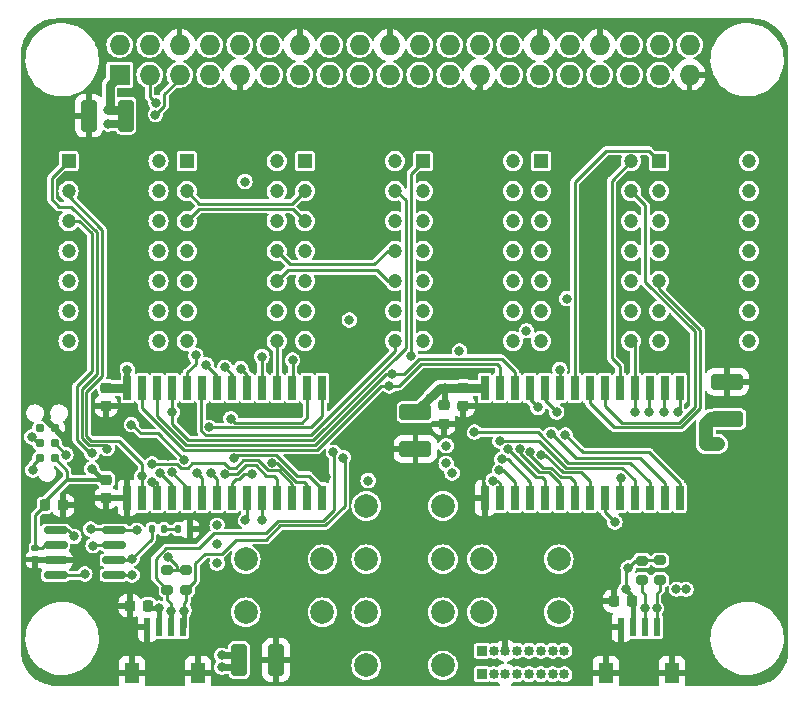
<source format=gtl>
%TF.GenerationSoftware,KiCad,Pcbnew,7.0.8*%
%TF.CreationDate,2023-10-22T00:54:02+03:00*%
%TF.ProjectId,ltp_kikad,6c74705f-6b69-46b6-9164-2e6b69636164,rev?*%
%TF.SameCoordinates,Original*%
%TF.FileFunction,Copper,L1,Top*%
%TF.FilePolarity,Positive*%
%FSLAX46Y46*%
G04 Gerber Fmt 4.6, Leading zero omitted, Abs format (unit mm)*
G04 Created by KiCad (PCBNEW 7.0.8) date 2023-10-22 00:54:02*
%MOMM*%
%LPD*%
G01*
G04 APERTURE LIST*
G04 Aperture macros list*
%AMRoundRect*
0 Rectangle with rounded corners*
0 $1 Rounding radius*
0 $2 $3 $4 $5 $6 $7 $8 $9 X,Y pos of 4 corners*
0 Add a 4 corners polygon primitive as box body*
4,1,4,$2,$3,$4,$5,$6,$7,$8,$9,$2,$3,0*
0 Add four circle primitives for the rounded corners*
1,1,$1+$1,$2,$3*
1,1,$1+$1,$4,$5*
1,1,$1+$1,$6,$7*
1,1,$1+$1,$8,$9*
0 Add four rect primitives between the rounded corners*
20,1,$1+$1,$2,$3,$4,$5,0*
20,1,$1+$1,$4,$5,$6,$7,0*
20,1,$1+$1,$6,$7,$8,$9,0*
20,1,$1+$1,$8,$9,$2,$3,0*%
G04 Aperture macros list end*
%ADD10C,0.187500*%
%TA.AperFunction,NonConductor*%
%ADD11C,0.187500*%
%TD*%
%TA.AperFunction,ComponentPad*%
%ADD12R,1.200000X1.200000*%
%TD*%
%TA.AperFunction,ComponentPad*%
%ADD13C,1.200000*%
%TD*%
%TA.AperFunction,SMDPad,CuDef*%
%ADD14RoundRect,0.225000X0.225000X0.250000X-0.225000X0.250000X-0.225000X-0.250000X0.225000X-0.250000X0*%
%TD*%
%TA.AperFunction,SMDPad,CuDef*%
%ADD15R,0.600000X1.550000*%
%TD*%
%TA.AperFunction,SMDPad,CuDef*%
%ADD16R,1.200000X1.800000*%
%TD*%
%TA.AperFunction,SMDPad,CuDef*%
%ADD17RoundRect,0.200000X0.275000X-0.200000X0.275000X0.200000X-0.275000X0.200000X-0.275000X-0.200000X0*%
%TD*%
%TA.AperFunction,SMDPad,CuDef*%
%ADD18RoundRect,0.225000X0.250000X-0.225000X0.250000X0.225000X-0.250000X0.225000X-0.250000X-0.225000X0*%
%TD*%
%TA.AperFunction,SMDPad,CuDef*%
%ADD19RoundRect,0.135000X-0.135000X-0.185000X0.135000X-0.185000X0.135000X0.185000X-0.135000X0.185000X0*%
%TD*%
%TA.AperFunction,SMDPad,CuDef*%
%ADD20R,0.650000X2.100000*%
%TD*%
%TA.AperFunction,SMDPad,CuDef*%
%ADD21RoundRect,0.225000X-0.250000X0.225000X-0.250000X-0.225000X0.250000X-0.225000X0.250000X0.225000X0*%
%TD*%
%TA.AperFunction,ComponentPad*%
%ADD22C,2.000000*%
%TD*%
%TA.AperFunction,SMDPad,CuDef*%
%ADD23RoundRect,0.150000X-0.825000X-0.150000X0.825000X-0.150000X0.825000X0.150000X-0.825000X0.150000X0*%
%TD*%
%TA.AperFunction,ComponentPad*%
%ADD24R,0.850000X0.850000*%
%TD*%
%TA.AperFunction,ComponentPad*%
%ADD25O,0.850000X0.850000*%
%TD*%
%TA.AperFunction,SMDPad,CuDef*%
%ADD26RoundRect,0.140000X-0.170000X0.140000X-0.170000X-0.140000X0.170000X-0.140000X0.170000X0.140000X0*%
%TD*%
%TA.AperFunction,SMDPad,CuDef*%
%ADD27RoundRect,0.147500X0.147500X0.172500X-0.147500X0.172500X-0.147500X-0.172500X0.147500X-0.172500X0*%
%TD*%
%TA.AperFunction,SMDPad,CuDef*%
%ADD28RoundRect,0.250000X1.100000X-0.412500X1.100000X0.412500X-1.100000X0.412500X-1.100000X-0.412500X0*%
%TD*%
%TA.AperFunction,SMDPad,CuDef*%
%ADD29RoundRect,0.250000X0.412500X1.100000X-0.412500X1.100000X-0.412500X-1.100000X0.412500X-1.100000X0*%
%TD*%
%TA.AperFunction,SMDPad,CuDef*%
%ADD30RoundRect,0.250000X-1.100000X0.412500X-1.100000X-0.412500X1.100000X-0.412500X1.100000X0.412500X0*%
%TD*%
%TA.AperFunction,ComponentPad*%
%ADD31R,1.727200X1.727200*%
%TD*%
%TA.AperFunction,ComponentPad*%
%ADD32O,1.727200X1.727200*%
%TD*%
%TA.AperFunction,ConnectorPad*%
%ADD33C,0.787400*%
%TD*%
%TA.AperFunction,SMDPad,CuDef*%
%ADD34RoundRect,0.250000X-0.412500X-1.100000X0.412500X-1.100000X0.412500X1.100000X-0.412500X1.100000X0*%
%TD*%
%TA.AperFunction,SMDPad,CuDef*%
%ADD35RoundRect,0.225000X-0.225000X-0.250000X0.225000X-0.250000X0.225000X0.250000X-0.225000X0.250000X0*%
%TD*%
%TA.AperFunction,ViaPad*%
%ADD36C,0.800000*%
%TD*%
%TA.AperFunction,Conductor*%
%ADD37C,0.250000*%
%TD*%
%TA.AperFunction,Conductor*%
%ADD38C,0.400000*%
%TD*%
%TA.AperFunction,Conductor*%
%ADD39C,0.300000*%
%TD*%
%TA.AperFunction,Conductor*%
%ADD40C,0.700000*%
%TD*%
%TA.AperFunction,Conductor*%
%ADD41C,0.600000*%
%TD*%
%TA.AperFunction,Conductor*%
%ADD42C,0.800000*%
%TD*%
%TA.AperFunction,Conductor*%
%ADD43C,1.200000*%
%TD*%
%TA.AperFunction,Conductor*%
%ADD44C,0.500000*%
%TD*%
G04 APERTURE END LIST*
D10*
D11*
D12*
%TO.P,DS6,1,ANODE_COLUMN_2*%
%TO.N,2_an3*%
X173017000Y-65150000D03*
D13*
%TO.P,DS6,2,CATHODE_ROW_1*%
%TO.N,2_ca0*%
X173017000Y-67690000D03*
%TO.P,DS6,3,CATHODE_ROW_3*%
%TO.N,2_ca2*%
X173017000Y-70230000D03*
%TO.P,DS6,4,CATHODE_ROW_4*%
%TO.N,2_ca3*%
X173017000Y-72770000D03*
%TO.P,DS6,5,ANODE_COLUMN_1*%
%TO.N,2_an4*%
X173017000Y-75310000D03*
%TO.P,DS6,6,NO_PIN*%
%TO.N,unconnected-(DS6-NO_PIN-Pad6)*%
X173017000Y-77850000D03*
%TO.P,DS6,7,ANODE_DECIMAL_POINT*%
%TO.N,unconnected-(DS6-ANODE_DECIMAL_POINT-Pad7)*%
X173017000Y-80390000D03*
%TO.P,DS6,8,ANODE_COLUMN_3*%
%TO.N,2_an2*%
X180637000Y-80390000D03*
%TO.P,DS6,9,CATHODE_ROW_7*%
%TO.N,2_ca6*%
X180637000Y-77850000D03*
%TO.P,DS6,10,CATHODE_ROW_6*%
%TO.N,2_ca5*%
X180637000Y-75310000D03*
%TO.P,DS6,11,CATHODE__ROW_5*%
%TO.N,2_ca4*%
X180637000Y-72770000D03*
%TO.P,DS6,12,CAATHODE_ROW_2*%
%TO.N,2_ca1*%
X180637000Y-70230000D03*
%TO.P,DS6,13,ANODE_COLUMN_5*%
%TO.N,2_an0*%
X180637000Y-67690000D03*
%TO.P,DS6,14,ANODE_COLUMN_4*%
%TO.N,2_an1*%
X180637000Y-65150000D03*
%TD*%
D12*
%TO.P,DS3,1,ANODE_COLUMN_2*%
%TO.N,an3*%
X143017000Y-65149600D03*
D13*
%TO.P,DS3,2,CATHODE_ROW_1*%
%TO.N,ca0*%
X143017000Y-67689600D03*
%TO.P,DS3,3,CATHODE_ROW_3*%
%TO.N,ca2*%
X143017000Y-70229600D03*
%TO.P,DS3,4,CATHODE_ROW_4*%
%TO.N,ca3*%
X143017000Y-72769600D03*
%TO.P,DS3,5,ANODE_COLUMN_1*%
%TO.N,an4*%
X143017000Y-75309600D03*
%TO.P,DS3,6,NO_PIN*%
%TO.N,unconnected-(DS3-NO_PIN-Pad6)*%
X143017000Y-77849600D03*
%TO.P,DS3,7,ANODE_DECIMAL_POINT*%
%TO.N,an15*%
X143017000Y-80389600D03*
%TO.P,DS3,8,ANODE_COLUMN_3*%
%TO.N,an2*%
X150637000Y-80389600D03*
%TO.P,DS3,9,CATHODE_ROW_7*%
%TO.N,ca6*%
X150637000Y-77849600D03*
%TO.P,DS3,10,CATHODE_ROW_6*%
%TO.N,ca5*%
X150637000Y-75309600D03*
%TO.P,DS3,11,CATHODE__ROW_5*%
%TO.N,ca4*%
X150637000Y-72769600D03*
%TO.P,DS3,12,CAATHODE_ROW_2*%
%TO.N,ca1*%
X150637000Y-70229600D03*
%TO.P,DS3,13,ANODE_COLUMN_5*%
%TO.N,an0*%
X150637000Y-67689600D03*
%TO.P,DS3,14,ANODE_COLUMN_4*%
%TO.N,an1*%
X150637000Y-65149600D03*
%TD*%
D14*
%TO.P,C3,1*%
%TO.N,+3V3*%
X170762000Y-102400000D03*
%TO.P,C3,2*%
%TO.N,GND*%
X169212000Y-102400000D03*
%TD*%
D15*
%TO.P,J1,1,1*%
%TO.N,GND*%
X129687000Y-104600000D03*
%TO.P,J1,2,2*%
%TO.N,+3V3*%
X130687000Y-104600000D03*
%TO.P,J1,3,3*%
%TO.N,SDA*%
X131687000Y-104600000D03*
%TO.P,J1,4,4*%
%TO.N,JTCK*%
X132687000Y-104600000D03*
D16*
%TO.P,J1,S1,SHIELD*%
%TO.N,GND*%
X128387000Y-108475000D03*
%TO.P,J1,S2,SHIELD*%
X133987000Y-108475000D03*
%TD*%
D17*
%TO.P,R1,1*%
%TO.N,SDA*%
X131387000Y-101425000D03*
%TO.P,R1,2*%
%TO.N,+3V3*%
X131387000Y-99775000D03*
%TD*%
%TO.P,R4,1*%
%TO.N,SDA*%
X171587000Y-100625000D03*
%TO.P,R4,2*%
%TO.N,+3V3*%
X171587000Y-98975000D03*
%TD*%
D18*
%TO.P,C5,1*%
%TO.N,GND*%
X126187000Y-93675000D03*
%TO.P,C5,2*%
%TO.N,+3V3*%
X126187000Y-92125000D03*
%TD*%
D19*
%TO.P,R10,1*%
%TO.N,Net-(J5-Pin_6)*%
X130067000Y-96300000D03*
%TO.P,R10,2*%
%TO.N,Net-(D3-A)*%
X131087000Y-96300000D03*
%TD*%
D20*
%TO.P,IC1,1,VSS*%
%TO.N,GND*%
X127988900Y-93661600D03*
%TO.P,IC1,2,COM0/AD*%
%TO.N,ca0*%
X129258900Y-93661600D03*
%TO.P,IC1,3,COM1/KS0*%
%TO.N,ca1*%
X130528900Y-93661600D03*
%TO.P,IC1,4,COM2/KS1*%
%TO.N,ca2*%
X131798900Y-93661600D03*
%TO.P,IC1,5,COM3/KS2*%
%TO.N,ca3*%
X133068900Y-93661600D03*
%TO.P,IC1,6,COM4*%
%TO.N,ca4*%
X134338900Y-93661600D03*
%TO.P,IC1,7,COM5*%
%TO.N,ca5*%
X135608900Y-93661600D03*
%TO.P,IC1,8,COM6*%
%TO.N,ca6*%
X136878900Y-93661600D03*
%TO.P,IC1,9,COM7*%
%TO.N,ca7*%
X138148900Y-93661600D03*
%TO.P,IC1,10,ROW15/K13/INT*%
%TO.N,an15*%
X139418900Y-93661600D03*
%TO.P,IC1,11,ROW14/K12*%
%TO.N,an14*%
X140688900Y-93661600D03*
%TO.P,IC1,12,ROW13/K11*%
%TO.N,an13*%
X141958900Y-93661600D03*
%TO.P,IC1,13,ROW12/K10*%
%TO.N,an12*%
X143228900Y-93661600D03*
%TO.P,IC1,14,ROW11/K9*%
%TO.N,an11*%
X144498900Y-93661600D03*
%TO.P,IC1,15,ROW10/K8*%
%TO.N,an10*%
X144498900Y-84361600D03*
%TO.P,IC1,16,ROW9/K7*%
%TO.N,an9*%
X143228900Y-84361600D03*
%TO.P,IC1,17,ROW8/K6*%
%TO.N,an8*%
X141958900Y-84361600D03*
%TO.P,IC1,18,ROW7/K5*%
%TO.N,an7*%
X140688900Y-84361600D03*
%TO.P,IC1,19,ROW6/K4*%
%TO.N,an6*%
X139418900Y-84361600D03*
%TO.P,IC1,20,ROW5/K3*%
%TO.N,an5*%
X138148900Y-84361600D03*
%TO.P,IC1,21,ROW4/K2*%
%TO.N,an4*%
X136878900Y-84361600D03*
%TO.P,IC1,22,ROW3/K1*%
%TO.N,an3*%
X135608900Y-84361600D03*
%TO.P,IC1,23,ROW2/A0*%
%TO.N,an2*%
X134338900Y-84361600D03*
%TO.P,IC1,24,ROW1/A1*%
%TO.N,an1*%
X133068900Y-84361600D03*
%TO.P,IC1,25,ROW0/A2*%
%TO.N,an0*%
X131798900Y-84361600D03*
%TO.P,IC1,26,SCL*%
%TO.N,5vSCL*%
X130528900Y-84361600D03*
%TO.P,IC1,27,SDA*%
%TO.N,5vSDA*%
X129258900Y-84361600D03*
%TO.P,IC1,28,VDD*%
%TO.N,+5V*%
X127988900Y-84361600D03*
%TD*%
D21*
%TO.P,C2,1*%
%TO.N,+5V*%
X156437000Y-84325000D03*
%TO.P,C2,2*%
%TO.N,GND*%
X156437000Y-85875000D03*
%TD*%
D22*
%TO.P,SW4,1,1*%
%TO.N,sw_ks2*%
X158012000Y-98850000D03*
X164512000Y-98850000D03*
%TO.P,SW4,2,2*%
%TO.N,Net-(R6-Pad1)*%
X158012000Y-103350000D03*
X164512000Y-103350000D03*
%TD*%
D17*
%TO.P,R3,1*%
%TO.N,JTCK*%
X132987000Y-101425000D03*
%TO.P,R3,2*%
%TO.N,+3V3*%
X132987000Y-99775000D03*
%TD*%
D23*
%TO.P,U1,1,PC14/PB7/PB8/PB9*%
%TO.N,SDA*%
X121912000Y-96395000D03*
%TO.P,U1,2,VDD*%
%TO.N,+3V3*%
X121912000Y-97665000D03*
%TO.P,U1,3,VSS*%
%TO.N,GND*%
X121912000Y-98935000D03*
%TO.P,U1,4,PF2/PA0/PA1/PA2*%
%TO.N,JNRST*%
X121912000Y-100205000D03*
%TO.P,U1,5,PB0/PB1/PA8/PA11/PA9*%
%TO.N,Net-(J5-Pin_5)*%
X126862000Y-100205000D03*
%TO.P,U1,6,PA12/PA10*%
%TO.N,Net-(J5-Pin_6)*%
X126862000Y-98935000D03*
%TO.P,U1,7,PA13*%
%TO.N,JTMS*%
X126862000Y-97665000D03*
%TO.P,U1,8,PA14/PA15/PB5/PB6*%
%TO.N,JTCK*%
X126862000Y-96395000D03*
%TD*%
D24*
%TO.P,J5,1,Pin_1*%
%TO.N,SDA*%
X158000000Y-106600000D03*
D25*
%TO.P,J5,2,Pin_2*%
%TO.N,+3V3*%
X159000000Y-106600000D03*
%TO.P,J5,3,Pin_3*%
%TO.N,GND*%
X160000000Y-106600000D03*
%TO.P,J5,4,Pin_4*%
%TO.N,JNRST*%
X161000000Y-106600000D03*
%TO.P,J5,5,Pin_5*%
%TO.N,Net-(J5-Pin_5)*%
X162000000Y-106600000D03*
%TO.P,J5,6,Pin_6*%
%TO.N,Net-(J5-Pin_6)*%
X163000000Y-106600000D03*
%TO.P,J5,7,Pin_7*%
%TO.N,JTMS*%
X164000000Y-106600000D03*
%TO.P,J5,8,Pin_8*%
%TO.N,JTCK*%
X165000000Y-106600000D03*
%TD*%
D26*
%TO.P,C7,1*%
%TO.N,+3V3*%
X120187000Y-97920000D03*
%TO.P,C7,2*%
%TO.N,GND*%
X120187000Y-98880000D03*
%TD*%
D12*
%TO.P,DS5,1,ANODE_COLUMN_2*%
%TO.N,2_an8*%
X163017000Y-65150000D03*
D13*
%TO.P,DS5,2,CATHODE_ROW_1*%
%TO.N,2_ca0*%
X163017000Y-67690000D03*
%TO.P,DS5,3,CATHODE_ROW_3*%
%TO.N,2_ca2*%
X163017000Y-70230000D03*
%TO.P,DS5,4,CATHODE_ROW_4*%
%TO.N,2_ca3*%
X163017000Y-72770000D03*
%TO.P,DS5,5,ANODE_COLUMN_1*%
%TO.N,2_an9*%
X163017000Y-75310000D03*
%TO.P,DS5,6,NO_PIN*%
%TO.N,unconnected-(DS5-NO_PIN-Pad6)*%
X163017000Y-77850000D03*
%TO.P,DS5,7,ANODE_DECIMAL_POINT*%
%TO.N,2_an15*%
X163017000Y-80390000D03*
%TO.P,DS5,8,ANODE_COLUMN_3*%
%TO.N,2_an7*%
X170637000Y-80390000D03*
%TO.P,DS5,9,CATHODE_ROW_7*%
%TO.N,2_ca6*%
X170637000Y-77850000D03*
%TO.P,DS5,10,CATHODE_ROW_6*%
%TO.N,2_ca5*%
X170637000Y-75310000D03*
%TO.P,DS5,11,CATHODE__ROW_5*%
%TO.N,2_ca4*%
X170637000Y-72770000D03*
%TO.P,DS5,12,CAATHODE_ROW_2*%
%TO.N,2_ca1*%
X170637000Y-70230000D03*
%TO.P,DS5,13,ANODE_COLUMN_5*%
%TO.N,2_an5*%
X170637000Y-67690000D03*
%TO.P,DS5,14,ANODE_COLUMN_4*%
%TO.N,2_an6*%
X170637000Y-65150000D03*
%TD*%
D27*
%TO.P,D3,1,K*%
%TO.N,GND*%
X133272000Y-96300000D03*
%TO.P,D3,2,A*%
%TO.N,Net-(D3-A)*%
X132302000Y-96300000D03*
%TD*%
D12*
%TO.P,DS2,1,ANODE_COLUMN_2*%
%TO.N,an8*%
X133017000Y-65150000D03*
D13*
%TO.P,DS2,2,CATHODE_ROW_1*%
%TO.N,ca0*%
X133017000Y-67690000D03*
%TO.P,DS2,3,CATHODE_ROW_3*%
%TO.N,ca2*%
X133017000Y-70230000D03*
%TO.P,DS2,4,CATHODE_ROW_4*%
%TO.N,ca3*%
X133017000Y-72770000D03*
%TO.P,DS2,5,ANODE_COLUMN_1*%
%TO.N,an9*%
X133017000Y-75310000D03*
%TO.P,DS2,6,NO_PIN*%
%TO.N,unconnected-(DS2-NO_PIN-Pad6)*%
X133017000Y-77850000D03*
%TO.P,DS2,7,ANODE_DECIMAL_POINT*%
%TO.N,an15*%
X133017000Y-80390000D03*
%TO.P,DS2,8,ANODE_COLUMN_3*%
%TO.N,an7*%
X140637000Y-80390000D03*
%TO.P,DS2,9,CATHODE_ROW_7*%
%TO.N,ca7*%
X140637000Y-77850000D03*
%TO.P,DS2,10,CATHODE_ROW_6*%
%TO.N,ca5*%
X140637000Y-75310000D03*
%TO.P,DS2,11,CATHODE__ROW_5*%
%TO.N,ca4*%
X140637000Y-72770000D03*
%TO.P,DS2,12,CAATHODE_ROW_2*%
%TO.N,ca1*%
X140637000Y-70230000D03*
%TO.P,DS2,13,ANODE_COLUMN_5*%
%TO.N,an5*%
X140637000Y-67690000D03*
%TO.P,DS2,14,ANODE_COLUMN_4*%
%TO.N,an6*%
X140637000Y-65150000D03*
%TD*%
D12*
%TO.P,DS1,1,ANODE_COLUMN_2*%
%TO.N,an13*%
X123017000Y-65150000D03*
D13*
%TO.P,DS1,2,CATHODE_ROW_1*%
%TO.N,ca0*%
X123017000Y-67690000D03*
%TO.P,DS1,3,CATHODE_ROW_3*%
%TO.N,ca2*%
X123017000Y-70230000D03*
%TO.P,DS1,4,CATHODE_ROW_4*%
%TO.N,ca3*%
X123017000Y-72770000D03*
%TO.P,DS1,5,ANODE_COLUMN_1*%
%TO.N,an14*%
X123017000Y-75310000D03*
%TO.P,DS1,6,NO_PIN*%
%TO.N,unconnected-(DS1-NO_PIN-Pad6)*%
X123017000Y-77850000D03*
%TO.P,DS1,7,ANODE_DECIMAL_POINT*%
%TO.N,unconnected-(DS1-ANODE_DECIMAL_POINT-Pad7)*%
X123017000Y-80390000D03*
%TO.P,DS1,8,ANODE_COLUMN_3*%
%TO.N,an12*%
X130637000Y-80390000D03*
%TO.P,DS1,9,CATHODE_ROW_7*%
%TO.N,ca6*%
X130637000Y-77850000D03*
%TO.P,DS1,10,CATHODE_ROW_6*%
%TO.N,ca5*%
X130637000Y-75310000D03*
%TO.P,DS1,11,CATHODE__ROW_5*%
%TO.N,ca4*%
X130637000Y-72770000D03*
%TO.P,DS1,12,CAATHODE_ROW_2*%
%TO.N,ca1*%
X130637000Y-70230000D03*
%TO.P,DS1,13,ANODE_COLUMN_5*%
%TO.N,an10*%
X130637000Y-67690000D03*
%TO.P,DS1,14,ANODE_COLUMN_4*%
%TO.N,an11*%
X130637000Y-65150000D03*
%TD*%
D22*
%TO.P,SW1,1,1*%
%TO.N,sw_ks2*%
X148212000Y-94350000D03*
X154712000Y-94350000D03*
%TO.P,SW1,2,2*%
%TO.N,Net-(R8-Pad1)*%
X148212000Y-98850000D03*
X154712000Y-98850000D03*
%TD*%
D28*
%TO.P,C10,1*%
%TO.N,GND*%
X152387000Y-89525000D03*
%TO.P,C10,2*%
%TO.N,+5V*%
X152387000Y-86400000D03*
%TD*%
D29*
%TO.P,C11,1*%
%TO.N,GND*%
X140587000Y-107400000D03*
%TO.P,C11,2*%
%TO.N,+3V3*%
X137462000Y-107400000D03*
%TD*%
D17*
%TO.P,R5,1*%
%TO.N,JTCK*%
X173097000Y-100600000D03*
%TO.P,R5,2*%
%TO.N,+3V3*%
X173097000Y-98950000D03*
%TD*%
D21*
%TO.P,C1,1*%
%TO.N,+5V*%
X126187000Y-84325000D03*
%TO.P,C1,2*%
%TO.N,GND*%
X126187000Y-85875000D03*
%TD*%
D22*
%TO.P,SW2,1,1*%
%TO.N,sw_ks2*%
X138012000Y-98850000D03*
X144512000Y-98850000D03*
%TO.P,SW2,2,2*%
%TO.N,Net-(R9-Pad1)*%
X138012000Y-103350000D03*
X144512000Y-103350000D03*
%TD*%
D30*
%TO.P,C17,1*%
%TO.N,GND*%
X178787000Y-83837500D03*
%TO.P,C17,2*%
%TO.N,+5V*%
X178787000Y-86962500D03*
%TD*%
D31*
%TO.P,J2,1,3.3V*%
%TO.N,+3V3*%
X127330000Y-57840000D03*
D32*
%TO.P,J2,2,5V*%
%TO.N,unconnected-(J2-5V-Pad2)*%
X127330000Y-55300000D03*
%TO.P,J2,3,BCM2_SDA*%
%TO.N,SDA*%
X129870000Y-57840000D03*
%TO.P,J2,4,5V*%
%TO.N,unconnected-(J2-5V-Pad4)*%
X129870000Y-55300000D03*
%TO.P,J2,5,BCM3_SCL*%
%TO.N,JTCK*%
X132410000Y-57840000D03*
%TO.P,J2,6,GND*%
%TO.N,GND*%
X132410000Y-55300000D03*
%TO.P,J2,7,BCM4_GPCLK0*%
%TO.N,unconnected-(J2-BCM4_GPCLK0-Pad7)*%
X134950000Y-57840000D03*
%TO.P,J2,8,BCM14_TXD*%
%TO.N,unconnected-(J2-BCM14_TXD-Pad8)*%
X134950000Y-55300000D03*
%TO.P,J2,9,GND*%
%TO.N,GND*%
X137490000Y-57840000D03*
%TO.P,J2,10,BCM15_RXD*%
%TO.N,unconnected-(J2-BCM15_RXD-Pad10)*%
X137490000Y-55300000D03*
%TO.P,J2,11,BCM17*%
%TO.N,unconnected-(J2-BCM17-Pad11)*%
X140030000Y-57840000D03*
%TO.P,J2,12,BCM18_PCM_C*%
%TO.N,unconnected-(J2-BCM18_PCM_C-Pad12)*%
X140030000Y-55300000D03*
%TO.P,J2,13,BCM27*%
%TO.N,unconnected-(J2-BCM27-Pad13)*%
X142570000Y-57840000D03*
%TO.P,J2,14,GND*%
%TO.N,GND*%
X142570000Y-55300000D03*
%TO.P,J2,15,BCM22*%
%TO.N,unconnected-(J2-BCM22-Pad15)*%
X145110000Y-57840000D03*
%TO.P,J2,16,BCM23*%
%TO.N,unconnected-(J2-BCM23-Pad16)*%
X145110000Y-55300000D03*
%TO.P,J2,17,3.3V*%
%TO.N,+3V3*%
X147650000Y-57840000D03*
%TO.P,J2,18,BCM24*%
%TO.N,unconnected-(J2-BCM24-Pad18)*%
X147650000Y-55300000D03*
%TO.P,J2,19,BCM10_MOSI*%
%TO.N,unconnected-(J2-BCM10_MOSI-Pad19)*%
X150190000Y-57840000D03*
%TO.P,J2,20,GND*%
%TO.N,GND*%
X150190000Y-55300000D03*
%TO.P,J2,21,BCM9_MISO*%
%TO.N,unconnected-(J2-BCM9_MISO-Pad21)*%
X152730000Y-57840000D03*
%TO.P,J2,22,BCM25*%
%TO.N,unconnected-(J2-BCM25-Pad22)*%
X152730000Y-55300000D03*
%TO.P,J2,23,BCM11_SCLK*%
%TO.N,unconnected-(J2-BCM11_SCLK-Pad23)*%
X155270000Y-57840000D03*
%TO.P,J2,24,BCM8_CE0*%
%TO.N,unconnected-(J2-BCM8_CE0-Pad24)*%
X155270000Y-55300000D03*
%TO.P,J2,25,GND*%
%TO.N,GND*%
X157810000Y-57840000D03*
%TO.P,J2,26,BCM7_CE1*%
%TO.N,unconnected-(J2-BCM7_CE1-Pad26)*%
X157810000Y-55300000D03*
%TO.P,J2,27,BCM0_ID_SD*%
%TO.N,unconnected-(J2-BCM0_ID_SD-Pad27)*%
X160350000Y-57840000D03*
%TO.P,J2,28,BCM1_ID_SC*%
%TO.N,unconnected-(J2-BCM1_ID_SC-Pad28)*%
X160350000Y-55300000D03*
%TO.P,J2,29,BCM5*%
%TO.N,unconnected-(J2-BCM5-Pad29)*%
X162890000Y-57840000D03*
%TO.P,J2,30,GND*%
%TO.N,GND*%
X162890000Y-55300000D03*
%TO.P,J2,31,BCM6*%
%TO.N,unconnected-(J2-BCM6-Pad31)*%
X165430000Y-57840000D03*
%TO.P,J2,32,BCM12_PWM0*%
%TO.N,unconnected-(J2-BCM12_PWM0-Pad32)*%
X165430000Y-55300000D03*
%TO.P,J2,33,BCM13_PWM1*%
%TO.N,unconnected-(J2-BCM13_PWM1-Pad33)*%
X167970000Y-57840000D03*
%TO.P,J2,34,GND*%
%TO.N,GND*%
X167970000Y-55300000D03*
%TO.P,J2,35,BCM19_MISO_PCM_FS*%
%TO.N,unconnected-(J2-BCM19_MISO_PCM_FS-Pad35)*%
X170510000Y-57840000D03*
%TO.P,J2,36,BCM16*%
%TO.N,unconnected-(J2-BCM16-Pad36)*%
X170510000Y-55300000D03*
%TO.P,J2,37,BCM26*%
%TO.N,unconnected-(J2-BCM26-Pad37)*%
X173050000Y-57840000D03*
%TO.P,J2,38,BCM20_MOSI_PCM_DI*%
%TO.N,unconnected-(J2-BCM20_MOSI_PCM_DI-Pad38)*%
X173050000Y-55300000D03*
%TO.P,J2,39,GND*%
%TO.N,GND*%
X175590000Y-57840000D03*
%TO.P,J2,40,BCM21_SCLK_PCM_DO*%
%TO.N,unconnected-(J2-BCM21_SCLK_PCM_DO-Pad40)*%
X175590000Y-55300000D03*
%TD*%
D33*
%TO.P,J4,1,VCC*%
%TO.N,+3V3*%
X121838000Y-90300000D03*
%TO.P,J4,2,SWDIO*%
%TO.N,JTMS*%
X120568000Y-90300000D03*
%TO.P,J4,3,~{RESET}*%
%TO.N,JNRST*%
X121838000Y-89030000D03*
%TO.P,J4,4,SWCLK*%
%TO.N,JTCK*%
X120568000Y-89030000D03*
%TO.P,J4,5,GND*%
%TO.N,GND*%
X121838000Y-87760000D03*
%TO.P,J4,6,SWO*%
%TO.N,unconnected-(J4-SWO-Pad6)*%
X120568000Y-87760000D03*
%TD*%
D21*
%TO.P,C4,1*%
%TO.N,+5V*%
X154787000Y-85825000D03*
%TO.P,C4,2*%
%TO.N,GND*%
X154787000Y-87375000D03*
%TD*%
D24*
%TO.P,J6,1,Pin_1*%
%TO.N,unconnected-(J6-Pin_1-Pad1)*%
X158000000Y-108600000D03*
D25*
%TO.P,J6,2,Pin_2*%
%TO.N,+3V3*%
X159000000Y-108600000D03*
%TO.P,J6,3,Pin_3*%
%TO.N,GND*%
X160000000Y-108600000D03*
%TO.P,J6,4,Pin_4*%
%TO.N,unconnected-(J6-Pin_4-Pad4)*%
X161000000Y-108600000D03*
%TO.P,J6,5,Pin_5*%
%TO.N,unconnected-(J6-Pin_5-Pad5)*%
X162000000Y-108600000D03*
%TO.P,J6,6,Pin_6*%
%TO.N,unconnected-(J6-Pin_6-Pad6)*%
X163000000Y-108600000D03*
%TO.P,J6,7,Pin_7*%
%TO.N,unconnected-(J6-Pin_7-Pad7)*%
X164000000Y-108600000D03*
%TO.P,J6,8,Pin_8*%
%TO.N,unconnected-(J6-Pin_8-Pad8)*%
X165000000Y-108600000D03*
%TD*%
D34*
%TO.P,C6,1*%
%TO.N,GND*%
X124724500Y-61300000D03*
%TO.P,C6,2*%
%TO.N,+3V3*%
X127849500Y-61300000D03*
%TD*%
D12*
%TO.P,DS4,1,ANODE_COLUMN_2*%
%TO.N,2_an13*%
X153017000Y-65149600D03*
D13*
%TO.P,DS4,2,CATHODE_ROW_1*%
%TO.N,2_ca0*%
X153017000Y-67689600D03*
%TO.P,DS4,3,CATHODE_ROW_3*%
%TO.N,2_ca2*%
X153017000Y-70229600D03*
%TO.P,DS4,4,CATHODE_ROW_4*%
%TO.N,2_ca3*%
X153017000Y-72769600D03*
%TO.P,DS4,5,ANODE_COLUMN_1*%
%TO.N,2_an14*%
X153017000Y-75309600D03*
%TO.P,DS4,6,NO_PIN*%
%TO.N,unconnected-(DS4-NO_PIN-Pad6)*%
X153017000Y-77849600D03*
%TO.P,DS4,7,ANODE_DECIMAL_POINT*%
%TO.N,2_an15*%
X153017000Y-80389600D03*
%TO.P,DS4,8,ANODE_COLUMN_3*%
%TO.N,2_an12*%
X160637000Y-80389600D03*
%TO.P,DS4,9,CATHODE_ROW_7*%
%TO.N,2_ca7*%
X160637000Y-77849600D03*
%TO.P,DS4,10,CATHODE_ROW_6*%
%TO.N,2_ca5*%
X160637000Y-75309600D03*
%TO.P,DS4,11,CATHODE__ROW_5*%
%TO.N,2_ca4*%
X160637000Y-72769600D03*
%TO.P,DS4,12,CAATHODE_ROW_2*%
%TO.N,2_ca1*%
X160637000Y-70229600D03*
%TO.P,DS4,13,ANODE_COLUMN_5*%
%TO.N,2_an10*%
X160637000Y-67689600D03*
%TO.P,DS4,14,ANODE_COLUMN_4*%
%TO.N,2_an11*%
X160637000Y-65149600D03*
%TD*%
D22*
%TO.P,SW3,1,1*%
%TO.N,sw_ks2*%
X148212000Y-103350000D03*
X154712000Y-103350000D03*
%TO.P,SW3,2,2*%
%TO.N,Net-(R7-Pad1)*%
X148212000Y-107850000D03*
X154712000Y-107850000D03*
%TD*%
D14*
%TO.P,C8,1*%
%TO.N,+3V3*%
X129737000Y-102800000D03*
%TO.P,C8,2*%
%TO.N,GND*%
X128187000Y-102800000D03*
%TD*%
D15*
%TO.P,J3,1,1*%
%TO.N,GND*%
X169800000Y-104600000D03*
%TO.P,J3,2,2*%
%TO.N,+3V3*%
X170800000Y-104600000D03*
%TO.P,J3,3,3*%
%TO.N,SDA*%
X171800000Y-104600000D03*
%TO.P,J3,4,4*%
%TO.N,JTCK*%
X172800000Y-104600000D03*
D16*
%TO.P,J3,S1,SHIELD*%
%TO.N,GND*%
X168500000Y-108475000D03*
%TO.P,J3,S2,SHIELD*%
X174100000Y-108475000D03*
%TD*%
D20*
%TO.P,IC2,1,VSS*%
%TO.N,GND*%
X158258900Y-93661600D03*
%TO.P,IC2,2,COM0/AD*%
%TO.N,2_ca0*%
X159528900Y-93661600D03*
%TO.P,IC2,3,COM1/KS0*%
%TO.N,2_ca1*%
X160798900Y-93661600D03*
%TO.P,IC2,4,COM2/KS1*%
%TO.N,2_ca2*%
X162068900Y-93661600D03*
%TO.P,IC2,5,COM3/KS2*%
%TO.N,2_ca3*%
X163338900Y-93661600D03*
%TO.P,IC2,6,COM4*%
%TO.N,2_ca4*%
X164608900Y-93661600D03*
%TO.P,IC2,7,COM5*%
%TO.N,2_ca5*%
X165878900Y-93661600D03*
%TO.P,IC2,8,COM6*%
%TO.N,2_ca6*%
X167148900Y-93661600D03*
%TO.P,IC2,9,COM7*%
%TO.N,2_ca7*%
X168418900Y-93661600D03*
%TO.P,IC2,10,ROW15/K13/INT*%
%TO.N,2_an15*%
X169688900Y-93661600D03*
%TO.P,IC2,11,ROW14/K12*%
%TO.N,2_an14*%
X170958900Y-93661600D03*
%TO.P,IC2,12,ROW13/K11*%
%TO.N,2_an13*%
X172228900Y-93661600D03*
%TO.P,IC2,13,ROW12/K10*%
%TO.N,2_an12*%
X173498900Y-93661600D03*
%TO.P,IC2,14,ROW11/K9*%
%TO.N,2_an11*%
X174768900Y-93661600D03*
%TO.P,IC2,15,ROW10/K8*%
%TO.N,2_an10*%
X174768900Y-84361600D03*
%TO.P,IC2,16,ROW9/K7*%
%TO.N,2_an9*%
X173498900Y-84361600D03*
%TO.P,IC2,17,ROW8/K6*%
%TO.N,2_an8*%
X172228900Y-84361600D03*
%TO.P,IC2,18,ROW7/K5*%
%TO.N,2_an7*%
X170958900Y-84361600D03*
%TO.P,IC2,19,ROW6/K4*%
%TO.N,2_an6*%
X169688900Y-84361600D03*
%TO.P,IC2,20,ROW5/K3*%
%TO.N,2_an5*%
X168418900Y-84361600D03*
%TO.P,IC2,21,ROW4/K2*%
%TO.N,2_an4*%
X167148900Y-84361600D03*
%TO.P,IC2,22,ROW3/K1*%
%TO.N,2_an3*%
X165878900Y-84361600D03*
%TO.P,IC2,23,ROW2/A0*%
%TO.N,2_an2*%
X164608900Y-84361600D03*
%TO.P,IC2,24,ROW1/A1*%
%TO.N,2_an1*%
X163338900Y-84361600D03*
%TO.P,IC2,25,ROW0/A2*%
%TO.N,2_an0*%
X162068900Y-84361600D03*
%TO.P,IC2,26,SCL*%
%TO.N,5vSCL*%
X160798900Y-84361600D03*
%TO.P,IC2,27,SDA*%
%TO.N,5vSDA*%
X159528900Y-84361600D03*
%TO.P,IC2,28,VDD*%
%TO.N,+5V*%
X158258900Y-84361600D03*
%TD*%
D35*
%TO.P,C9,1*%
%TO.N,+3V3*%
X121012000Y-94300000D03*
%TO.P,C9,2*%
%TO.N,GND*%
X122562000Y-94300000D03*
%TD*%
D36*
%TO.N,an15*%
X139387000Y-95550500D03*
%TO.N,2_an13*%
X152029944Y-81610944D03*
X157383730Y-88100000D03*
%TO.N,2_ca0*%
X158965751Y-92194232D03*
%TO.N,2_ca2*%
X159693547Y-90411248D03*
%TO.N,2_ca3*%
X160212000Y-89544016D03*
%TO.N,2_an14*%
X159533230Y-88840020D03*
%TO.N,2_an15*%
X169787000Y-92000000D03*
%TO.N,2_an12*%
X163873499Y-88298297D03*
%TO.N,2_ca6*%
X163032475Y-90008233D03*
X165187000Y-76800000D03*
%TO.N,2_ca5*%
X162103770Y-89808207D03*
%TO.N,2_ca4*%
X161210704Y-89484266D03*
%TO.N,2_ca1*%
X156112500Y-81225500D03*
X159492559Y-91339745D03*
%TO.N,2_an10*%
X174610056Y-86423056D03*
%TO.N,2_an11*%
X165087000Y-88350000D03*
X161787000Y-79515000D03*
%TO.N,2_an8*%
X172187000Y-86400000D03*
%TO.N,2_an9*%
X173387000Y-86400000D03*
%TO.N,2_an7*%
X170958900Y-86428100D03*
%TO.N,2_ca7*%
X169261500Y-95700000D03*
%TO.N,2_an2*%
X164608900Y-82800000D03*
X154987000Y-89250000D03*
%TO.N,2_an0*%
X155484632Y-91558652D03*
X162752364Y-86011475D03*
%TO.N,2_an1*%
X154987000Y-90750000D03*
X164340899Y-86406554D03*
%TO.N,ca7*%
X137987000Y-95550500D03*
%TO.N,GND*%
X131451034Y-90135966D03*
X175587000Y-53600000D03*
X178187000Y-62000000D03*
X132387000Y-53500000D03*
X159187000Y-95800000D03*
X151587000Y-97600000D03*
X167000000Y-72700000D03*
X139387000Y-86500000D03*
X175587000Y-60400000D03*
X158287000Y-95800000D03*
X119500000Y-100200000D03*
X174500000Y-66400000D03*
X128000000Y-67650000D03*
X154487000Y-79400000D03*
X136387000Y-62000000D03*
X144187000Y-90600000D03*
X137987000Y-79000000D03*
X171387000Y-108600000D03*
X147500000Y-71600000D03*
X149387000Y-87600000D03*
X164387000Y-73000000D03*
X133187000Y-86800000D03*
X134500000Y-77800000D03*
X166787000Y-108400000D03*
X141987000Y-86500000D03*
X134500000Y-62000000D03*
X134500000Y-70500000D03*
X183287000Y-64500000D03*
X166787000Y-102800000D03*
X151787000Y-62000000D03*
X155300000Y-75200000D03*
X155300000Y-62000000D03*
X134500000Y-72500000D03*
X123987000Y-93600000D03*
X126500000Y-108000000D03*
X127787000Y-86200000D03*
X155300000Y-64800000D03*
X166787000Y-97400000D03*
X123887000Y-99000000D03*
X174500000Y-80325000D03*
X167000000Y-80375000D03*
X131187000Y-108400000D03*
X119500000Y-71200000D03*
X147500000Y-68700000D03*
X167987000Y-53600000D03*
X178000000Y-77800000D03*
X171987000Y-62000000D03*
X151587000Y-96200000D03*
X162987000Y-53600000D03*
X133587000Y-56600000D03*
X119500000Y-94400000D03*
X156987000Y-90800000D03*
X172987000Y-88800000D03*
X158187000Y-67400000D03*
X174500000Y-75350000D03*
X138000000Y-62000000D03*
X128000000Y-73200000D03*
X178000000Y-75400000D03*
X158000000Y-73121047D03*
X167000000Y-70275000D03*
X147500000Y-76200000D03*
X122987000Y-61400000D03*
X135787000Y-104000000D03*
X165887000Y-86600000D03*
X119500000Y-60900000D03*
X157787000Y-59200000D03*
X155300000Y-67200000D03*
X183387000Y-82300000D03*
X128387000Y-64400000D03*
X144787000Y-91900000D03*
X119500000Y-83000000D03*
X145787000Y-107600000D03*
X176000000Y-108000000D03*
X128000000Y-76500000D03*
X134500000Y-75750000D03*
X166987000Y-77800000D03*
X142200000Y-108000000D03*
X168787000Y-65400000D03*
X137587000Y-60600000D03*
X174500000Y-72600000D03*
X142587000Y-53600000D03*
X150187000Y-53600000D03*
X158000000Y-76000000D03*
X168587000Y-88600000D03*
X155300000Y-70600000D03*
X167000000Y-67700000D03*
%TO.N,SDA*%
X130387000Y-60200000D03*
X123460056Y-96926944D03*
X145437497Y-89800000D03*
X131687000Y-103200000D03*
X171800000Y-103000000D03*
%TO.N,ca0*%
X129225471Y-91841988D03*
%TO.N,ca1*%
X130105037Y-92295356D03*
%TO.N,ca2*%
X124987000Y-89887153D03*
X130756553Y-91537378D03*
%TO.N,ca3*%
X131742790Y-91485857D03*
%TO.N,ca4*%
X133876150Y-91548850D03*
%TO.N,ca5*%
X132827456Y-90424751D03*
X135040699Y-91526899D03*
X128333094Y-87453906D03*
%TO.N,ca6*%
X138557000Y-91620500D03*
%TO.N,an13*%
X126274611Y-89487153D03*
X130095031Y-90792693D03*
%TO.N,an14*%
X136219177Y-91661051D03*
%TO.N,an12*%
X140221566Y-90670500D03*
%TO.N,an10*%
X134937000Y-87700500D03*
%TO.N,an11*%
X136992253Y-90311953D03*
%TO.N,an9*%
X136749482Y-86974280D03*
%TO.N,an8*%
X141987000Y-82000000D03*
%TO.N,an6*%
X139387000Y-81700000D03*
%TO.N,an5*%
X137603400Y-82724500D03*
%TO.N,an4*%
X136239215Y-82610621D03*
%TO.N,an3*%
X134687000Y-82400000D03*
%TO.N,an2*%
X135586111Y-95998405D03*
%TO.N,an1*%
X135587000Y-97600000D03*
X137946584Y-66886528D03*
X133787000Y-81600000D03*
%TO.N,an0*%
X131798900Y-86400000D03*
X135587000Y-99200000D03*
%TO.N,+3V3*%
X135987000Y-108000000D03*
X148387000Y-92200000D03*
X131464194Y-98676694D03*
X174487000Y-101400000D03*
X130687000Y-103000000D03*
X170387000Y-99600000D03*
X126387000Y-62000000D03*
X175287000Y-101400000D03*
X126387000Y-60800000D03*
X124987000Y-91200000D03*
X135987000Y-107000000D03*
X170187000Y-101400000D03*
%TO.N,JTCK*%
X132787000Y-103200000D03*
X130374701Y-61212299D03*
X124887000Y-96295500D03*
X146275170Y-90247055D03*
X119887000Y-88500000D03*
X172800000Y-103000000D03*
X128787000Y-96400000D03*
%TO.N,JTMS*%
X125087000Y-97700000D03*
X119987000Y-91300000D03*
%TO.N,JNRST*%
X124387000Y-100100000D03*
X122787000Y-90000000D03*
%TO.N,Net-(J5-Pin_5)*%
X128387000Y-100200000D03*
%TO.N,Net-(J5-Pin_6)*%
X128387000Y-98800000D03*
%TO.N,+5V*%
X153587000Y-85200000D03*
X154912500Y-84362970D03*
X146787000Y-78600000D03*
X176987000Y-89100000D03*
X127987000Y-82800000D03*
X177987000Y-89100000D03*
%TO.N,5vSCL*%
X150387000Y-83200000D03*
%TO.N,5vSDA*%
X150187000Y-84200000D03*
%TD*%
D37*
%TO.N,an15*%
X139387000Y-95550500D02*
X139387000Y-93693500D01*
X139387000Y-93693500D02*
X139418900Y-93661600D01*
%TO.N,2_an13*%
X172228900Y-92339250D02*
X172228900Y-93661600D01*
X165318316Y-90697002D02*
X170586652Y-90697002D01*
X157383730Y-88100000D02*
X162721314Y-88100000D01*
X152019000Y-81600000D02*
X152019000Y-66201500D01*
X152019000Y-66201500D02*
X153071900Y-65148600D01*
X162721314Y-88100000D02*
X165318316Y-90697002D01*
X152029944Y-81610944D02*
X152019000Y-81600000D01*
X170586652Y-90697002D02*
X172228900Y-92339250D01*
%TO.N,2_ca0*%
X159528900Y-92441900D02*
X159281232Y-92194232D01*
X159281232Y-92194232D02*
X158965751Y-92194232D01*
X159528900Y-93661600D02*
X159528900Y-92441900D01*
%TO.N,2_ca2*%
X160198248Y-90411248D02*
X159693547Y-90411248D01*
X162068900Y-92281900D02*
X160198248Y-90411248D01*
X162068900Y-93661600D02*
X162068900Y-92281900D01*
%TO.N,2_ca3*%
X163338900Y-93661600D02*
X163338900Y-92151900D01*
X162567984Y-91900000D02*
X160212000Y-89544016D01*
X163338900Y-92151900D02*
X163087000Y-91900000D01*
X163087000Y-91900000D02*
X162567984Y-91900000D01*
%TO.N,2_an14*%
X162864894Y-88809266D02*
X159563984Y-88809266D01*
X159563984Y-88809266D02*
X159533230Y-88840020D01*
X169884002Y-91097002D02*
X165152630Y-91097002D01*
X170958900Y-93661600D02*
X170958900Y-92171900D01*
X170958900Y-92171900D02*
X169884002Y-91097002D01*
X165152630Y-91097002D02*
X162864894Y-88809266D01*
%TO.N,2_an15*%
X169688900Y-92098100D02*
X169688900Y-93661600D01*
X169787000Y-92000000D02*
X169688900Y-92098100D01*
%TO.N,2_an12*%
X163873499Y-88298297D02*
X163985297Y-88298297D01*
X171384002Y-90297002D02*
X173498900Y-92411900D01*
X165984002Y-90297002D02*
X171384002Y-90297002D01*
X173498900Y-92411900D02*
X173498900Y-93661600D01*
X163985297Y-88298297D02*
X165984002Y-90297002D01*
%TO.N,2_ca6*%
X167148900Y-93661600D02*
X167148900Y-92261900D01*
X164884002Y-91497002D02*
X163395233Y-90008233D01*
X167148900Y-92261900D02*
X166384002Y-91497002D01*
X166384002Y-91497002D02*
X164884002Y-91497002D01*
X163395233Y-90008233D02*
X163032475Y-90008233D01*
%TO.N,2_ca5*%
X165487000Y-91900000D02*
X164687000Y-91900000D01*
X162103770Y-90034123D02*
X162103770Y-89808207D01*
X163169647Y-91100000D02*
X162103770Y-90034123D01*
X165878900Y-92291900D02*
X165487000Y-91900000D01*
X165878900Y-93661600D02*
X165878900Y-92291900D01*
X164687000Y-91900000D02*
X163887000Y-91100000D01*
X163887000Y-91100000D02*
X163169647Y-91100000D01*
%TO.N,2_ca4*%
X164608900Y-92421900D02*
X163687000Y-91500000D01*
X162840968Y-91500000D02*
X161210704Y-89869736D01*
X164608900Y-93661600D02*
X164608900Y-92421900D01*
X163687000Y-91500000D02*
X162840968Y-91500000D01*
X161210704Y-89869736D02*
X161210704Y-89484266D01*
%TO.N,2_ca1*%
X160798900Y-93661600D02*
X160798900Y-92311900D01*
X160798900Y-92311900D02*
X159826745Y-91339745D01*
X159826745Y-91339745D02*
X159492559Y-91339745D01*
%TO.N,2_an10*%
X160775600Y-67688600D02*
X160691900Y-67688600D01*
X174768900Y-86264212D02*
X174768900Y-84361600D01*
X174768900Y-85432712D02*
X174768900Y-84361600D01*
X174610056Y-86423056D02*
X174768900Y-86264212D01*
%TO.N,2_an11*%
X166537000Y-89800000D02*
X172187000Y-89800000D01*
X165087000Y-88350000D02*
X166537000Y-89800000D01*
X172187000Y-89800000D02*
X174768900Y-92381900D01*
X174768900Y-92381900D02*
X174768900Y-93661600D01*
%TO.N,2_an8*%
X172187000Y-84403500D02*
X172228900Y-84361600D01*
X172187000Y-86400000D02*
X172187000Y-84403500D01*
X172228900Y-84361600D02*
X172187000Y-84319700D01*
%TO.N,2_an9*%
X173387000Y-86400000D02*
X173387000Y-84473500D01*
X173387000Y-84473500D02*
X173498900Y-84361600D01*
%TO.N,2_an7*%
X170637000Y-80390000D02*
X170958900Y-80711900D01*
X170958900Y-86428100D02*
X170958900Y-84361600D01*
X170958900Y-80711900D02*
X170958900Y-84361600D01*
%TO.N,2_an5*%
X168418900Y-84361600D02*
X168418900Y-85868900D01*
X171837000Y-68890000D02*
X170637000Y-67690000D01*
X169850000Y-87300000D02*
X174687000Y-87300000D01*
X176043750Y-79574188D02*
X171837000Y-75367438D01*
X171837000Y-75367438D02*
X171837000Y-68890000D01*
X168418900Y-85868900D02*
X169850000Y-87300000D01*
X174687000Y-87300000D02*
X176043750Y-85943250D01*
X176043750Y-85943250D02*
X176043750Y-79574188D01*
%TO.N,2_an6*%
X169688900Y-82501900D02*
X169688900Y-84361600D01*
X168987000Y-66800000D02*
X168987000Y-81800000D01*
X168987000Y-81800000D02*
X169688900Y-82501900D01*
X170637000Y-65150000D02*
X168987000Y-66800000D01*
%TO.N,2_ca7*%
X168418900Y-93661600D02*
X168418900Y-94857400D01*
X168418900Y-94857400D02*
X169261500Y-95700000D01*
%TO.N,2_an3*%
X165887000Y-66900000D02*
X168512000Y-64275000D01*
X168512000Y-64275000D02*
X172142000Y-64275000D01*
X172142000Y-64275000D02*
X173017000Y-65150000D01*
X165878900Y-84361600D02*
X165887000Y-84353500D01*
X165887000Y-84353500D02*
X165887000Y-66900000D01*
%TO.N,2_an4*%
X167148900Y-85661600D02*
X169187300Y-87700000D01*
X176493750Y-79458502D02*
X173017000Y-75981752D01*
X167148900Y-85661900D02*
X167148900Y-84361600D01*
X167148900Y-84361600D02*
X167148900Y-85661600D01*
X173017000Y-75981752D02*
X173017000Y-75310000D01*
X174887000Y-87700000D02*
X176493750Y-86093250D01*
X176493750Y-86093250D02*
X176493750Y-79458502D01*
X169187300Y-87700000D02*
X174887000Y-87700000D01*
%TO.N,2_an2*%
X164608900Y-82800000D02*
X164608900Y-84361600D01*
%TO.N,2_an0*%
X162068900Y-85328011D02*
X162068900Y-84361600D01*
X162752364Y-86011475D02*
X162068900Y-85328011D01*
%TO.N,2_an1*%
X163338900Y-85404555D02*
X163338900Y-84361600D01*
X164340899Y-86406554D02*
X163338900Y-85404555D01*
%TO.N,ca7*%
X138148900Y-95388600D02*
X137987000Y-95550500D01*
X138148900Y-93661600D02*
X138148900Y-95388600D01*
D38*
%TO.N,GND*%
X167970000Y-55300000D02*
X167970000Y-53617000D01*
X137490000Y-60503000D02*
X137587000Y-60600000D01*
X162890000Y-53697000D02*
X162987000Y-53600000D01*
X157810000Y-59177000D02*
X157787000Y-59200000D01*
D37*
X123822000Y-98935000D02*
X123887000Y-99000000D01*
D38*
X157810000Y-57840000D02*
X157810000Y-59177000D01*
X150190000Y-55300000D02*
X150190000Y-53603000D01*
X142570000Y-55300000D02*
X142570000Y-53617000D01*
X121912000Y-98935000D02*
X123822000Y-98935000D01*
X142570000Y-53617000D02*
X142587000Y-53600000D01*
X137490000Y-57840000D02*
X137490000Y-60503000D01*
X150190000Y-53603000D02*
X150187000Y-53600000D01*
X167970000Y-53617000D02*
X167987000Y-53600000D01*
X162890000Y-55300000D02*
X162890000Y-53697000D01*
D37*
%TO.N,SDA*%
X171800000Y-101813000D02*
X171800000Y-103000000D01*
X171800000Y-104600000D02*
X171800000Y-103000000D01*
X144587000Y-95600000D02*
X140787000Y-95600000D01*
X135307405Y-96675000D02*
X134057405Y-97925000D01*
X130387000Y-100425000D02*
X131387000Y-101425000D01*
X140787000Y-95600000D02*
X139712000Y-96675000D01*
X122928112Y-96395000D02*
X121912000Y-96395000D01*
X131687000Y-102600000D02*
X131387000Y-102300000D01*
X130387000Y-98800000D02*
X130387000Y-100425000D01*
X145437497Y-89800000D02*
X145462000Y-89824503D01*
X131262000Y-97925000D02*
X130387000Y-98800000D01*
X145462000Y-89824503D02*
X145462000Y-94725000D01*
X171587000Y-100625000D02*
X171587000Y-101600000D01*
X131387000Y-102300000D02*
X131387000Y-101425000D01*
D38*
X131687000Y-103200000D02*
X131687000Y-104600000D01*
D37*
X134057405Y-97925000D02*
X131262000Y-97925000D01*
X123460056Y-96926944D02*
X122928112Y-96395000D01*
X139712000Y-96675000D02*
X135307405Y-96675000D01*
X129870000Y-59683000D02*
X129870000Y-57840000D01*
X171587000Y-101600000D02*
X171800000Y-101813000D01*
X130387000Y-60200000D02*
X129870000Y-59683000D01*
X131687000Y-103200000D02*
X131687000Y-102600000D01*
X145462000Y-94725000D02*
X144587000Y-95600000D01*
%TO.N,ca0*%
X124512000Y-84672183D02*
X124512000Y-88417748D01*
X129258900Y-90823196D02*
X129258900Y-93661600D01*
X133017000Y-67690000D02*
X134086000Y-68759000D01*
X123017000Y-67690000D02*
X123017000Y-68130000D01*
X141928000Y-68759000D02*
X142997400Y-67689600D01*
X127248357Y-88812653D02*
X129258900Y-90823196D01*
X124906905Y-88812653D02*
X127248357Y-88812653D01*
X142997400Y-67689600D02*
X143017000Y-67689600D01*
X123017000Y-68130000D02*
X125860000Y-70973000D01*
X124512000Y-88417748D02*
X124906905Y-88812653D01*
X125860000Y-83324183D02*
X124512000Y-84672183D01*
X125860000Y-70973000D02*
X125860000Y-83324183D01*
X134086000Y-68759000D02*
X141928000Y-68759000D01*
%TO.N,ca1*%
X130105037Y-92295356D02*
X130528900Y-92295356D01*
X130528900Y-92295356D02*
X130528900Y-93661600D01*
%TO.N,ca2*%
X124960000Y-82951391D02*
X124960000Y-71275082D01*
X123914918Y-70230000D02*
X123017000Y-70230000D01*
X131798900Y-92579725D02*
X131798900Y-93661600D01*
X123712000Y-88749118D02*
X123712000Y-84199391D01*
X134038000Y-69209000D02*
X133017000Y-70230000D01*
X124960000Y-71275082D02*
X123914918Y-70230000D01*
X124987000Y-89887153D02*
X124850035Y-89887153D01*
X141996400Y-69209000D02*
X134038000Y-69209000D01*
X130756553Y-91537378D02*
X131798900Y-92579725D01*
X123712000Y-84199391D02*
X124960000Y-82951391D01*
X124850035Y-89887153D02*
X123712000Y-88749118D01*
X143017000Y-70229600D02*
X141996400Y-69209000D01*
%TO.N,ca3*%
X133068900Y-92811967D02*
X131742790Y-91485857D01*
X133068900Y-93661600D02*
X133068900Y-92811967D01*
%TO.N,ca4*%
X148892500Y-73900000D02*
X141767000Y-73900000D01*
X134338900Y-92011600D02*
X134338900Y-93661600D01*
X133876150Y-91548850D02*
X134338900Y-92011600D01*
X141767000Y-73900000D02*
X140637000Y-72770000D01*
X150023900Y-72768600D02*
X148892500Y-73900000D01*
%TO.N,ca5*%
X129137000Y-88200000D02*
X130602705Y-88200000D01*
X149099900Y-74384600D02*
X141562400Y-74384600D01*
X128333094Y-87453906D02*
X128390906Y-87453906D01*
X128390906Y-87453906D02*
X129137000Y-88200000D01*
X141562400Y-74384600D02*
X140637000Y-75310000D01*
X130602705Y-88200000D02*
X132827456Y-90424751D01*
X135608900Y-92095100D02*
X135040699Y-91526899D01*
X135608900Y-93661600D02*
X135608900Y-92095100D01*
X150023900Y-75308600D02*
X149099900Y-74384600D01*
%TO.N,ca6*%
X138557000Y-91620500D02*
X137910386Y-91620500D01*
X136878900Y-92408100D02*
X136878900Y-93661600D01*
X137910386Y-91620500D02*
X137469835Y-92061051D01*
X137469835Y-92061051D02*
X137225949Y-92061051D01*
X137225949Y-92061051D02*
X136878900Y-92408100D01*
%TO.N,an13*%
X139044201Y-90446000D02*
X137812095Y-90446000D01*
X123250604Y-69000000D02*
X122187000Y-69000000D01*
X121587000Y-68400000D02*
X121587000Y-66580000D01*
X126215339Y-89212653D02*
X124741219Y-89212653D01*
X139546566Y-90948365D02*
X139044201Y-90446000D01*
X141958900Y-92503979D02*
X140800421Y-91345500D01*
X137156314Y-91101781D02*
X136597124Y-91101781D01*
X125410000Y-83137787D02*
X125410000Y-71159396D01*
X137812095Y-90446000D02*
X137156314Y-91101781D01*
X130113304Y-90810966D02*
X130095031Y-90792693D01*
X121587000Y-66580000D02*
X123017000Y-65150000D01*
X126274611Y-89271925D02*
X126215339Y-89212653D01*
X124112000Y-84435787D02*
X125410000Y-83137787D01*
X136597124Y-91101781D02*
X136199689Y-90704346D01*
X126274611Y-89487153D02*
X126274611Y-89271925D01*
X132212768Y-90810966D02*
X130113304Y-90810966D01*
X139546566Y-90950095D02*
X139546566Y-90948365D01*
X133502456Y-90704346D02*
X133107051Y-91099751D01*
X122187000Y-69000000D02*
X121587000Y-68400000D01*
X124112000Y-88583433D02*
X124112000Y-84435787D01*
X133107051Y-91099751D02*
X132501553Y-91099751D01*
X140800421Y-91345500D02*
X139941971Y-91345500D01*
X139941971Y-91345500D02*
X139546566Y-90950095D01*
X125410000Y-71159396D02*
X123250604Y-69000000D01*
X124741219Y-89212653D02*
X124112000Y-88583433D01*
X136199689Y-90704346D02*
X133502456Y-90704346D01*
X141958900Y-93661600D02*
X141958900Y-92503979D01*
X132501553Y-91099751D02*
X132212768Y-90810966D01*
%TO.N,an14*%
X140387000Y-91800000D02*
X139761805Y-91800000D01*
X140688900Y-93661600D02*
X140688900Y-92101900D01*
X138069201Y-90896000D02*
X137304150Y-91661051D01*
X137304150Y-91661051D02*
X136219177Y-91661051D01*
X140688900Y-92101900D02*
X140387000Y-91800000D01*
X139761805Y-91800000D02*
X138857805Y-90896000D01*
X138857805Y-90896000D02*
X138069201Y-90896000D01*
%TO.N,an12*%
X142307207Y-92286600D02*
X142973600Y-92286600D01*
X143228900Y-92541900D02*
X143228900Y-93661600D01*
X140691107Y-90670500D02*
X142307207Y-92286600D01*
X142973600Y-92286600D02*
X143228900Y-92541900D01*
X140221566Y-90670500D02*
X140691107Y-90670500D01*
%TO.N,an10*%
X134937496Y-87700004D02*
X143532204Y-87700004D01*
X134937000Y-87700500D02*
X134937496Y-87700004D01*
X143532204Y-87700004D02*
X144498900Y-86733308D01*
X144498900Y-86733308D02*
X144498900Y-84361600D01*
%TO.N,an11*%
X137308206Y-89996000D02*
X140582293Y-89996000D01*
X136992253Y-90311953D02*
X137308206Y-89996000D01*
X144498900Y-92936600D02*
X144498900Y-93661600D01*
X142360988Y-91774695D02*
X143336995Y-91774695D01*
X143336995Y-91774695D02*
X144498900Y-92936600D01*
X140582293Y-89996000D02*
X142360988Y-91774695D01*
%TO.N,an9*%
X142791000Y-87296000D02*
X143228900Y-86858100D01*
X143228900Y-86858100D02*
X143228900Y-84361600D01*
X137071202Y-87296000D02*
X142791000Y-87296000D01*
X136749482Y-86974280D02*
X137071202Y-87296000D01*
%TO.N,an8*%
X141987000Y-84333500D02*
X141958900Y-84361600D01*
X141987000Y-82000000D02*
X141987000Y-84333500D01*
%TO.N,an7*%
X140688900Y-80441900D02*
X140688900Y-84361600D01*
X140637000Y-80390000D02*
X140688900Y-80441900D01*
%TO.N,an6*%
X139387000Y-84329700D02*
X139418900Y-84361600D01*
X139387000Y-81700000D02*
X139387000Y-84329700D01*
%TO.N,an5*%
X138148900Y-83270000D02*
X138148900Y-84361600D01*
X137603400Y-82724500D02*
X138148900Y-83270000D01*
%TO.N,an4*%
X136239215Y-82610621D02*
X136878900Y-83250306D01*
X136878900Y-83250306D02*
X136878900Y-84361600D01*
%TO.N,an3*%
X135608900Y-83321900D02*
X135608900Y-84361600D01*
X134687000Y-82400000D02*
X135608900Y-83321900D01*
%TO.N,an2*%
X134338900Y-84361600D02*
X134262000Y-84438500D01*
X134262000Y-84438500D02*
X134262000Y-87980095D01*
X143500128Y-88375000D02*
X150637000Y-81238128D01*
X150637000Y-81238128D02*
X150637000Y-80389600D01*
X134262000Y-87980095D02*
X134656905Y-88375000D01*
X134656905Y-88375000D02*
X143500128Y-88375000D01*
%TO.N,an1*%
X133068900Y-83018100D02*
X133068900Y-84361600D01*
X133787000Y-81600000D02*
X133787000Y-82300000D01*
X133787000Y-82300000D02*
X133068900Y-83018100D01*
%TO.N,an0*%
X151569000Y-68482000D02*
X150775600Y-67688600D01*
X143730000Y-88775000D02*
X151569000Y-80936000D01*
X151569000Y-80936000D02*
X151569000Y-68482000D01*
X131798900Y-86400000D02*
X131798900Y-87432180D01*
X133141720Y-88775000D02*
X143730000Y-88775000D01*
X131798900Y-84361600D02*
X131798900Y-86400000D01*
X131798900Y-87432180D02*
X133141720Y-88775000D01*
D39*
%TO.N,+3V3*%
X121012000Y-94300000D02*
X121012000Y-93975000D01*
D37*
X171012000Y-98975000D02*
X171587000Y-98975000D01*
D40*
X126387000Y-62000000D02*
X127149500Y-62000000D01*
D38*
X125912000Y-92125000D02*
X126187000Y-92125000D01*
D37*
X170187000Y-99800000D02*
X170387000Y-99600000D01*
X131464194Y-98676694D02*
X131464194Y-98677194D01*
D38*
X129937000Y-103000000D02*
X129737000Y-102800000D01*
D41*
X135987000Y-107000000D02*
X137062000Y-107000000D01*
D42*
X126487000Y-60700000D02*
X126387000Y-60800000D01*
D38*
X130687000Y-103000000D02*
X129937000Y-103000000D01*
D37*
X173097000Y-98950000D02*
X171612000Y-98950000D01*
X131464194Y-98677194D02*
X132187000Y-99400000D01*
X132187000Y-99775000D02*
X131387000Y-99775000D01*
D39*
X122887000Y-92125000D02*
X126187000Y-92125000D01*
D37*
X121838000Y-90300000D02*
X122887000Y-91349000D01*
X121912000Y-97665000D02*
X121777000Y-97800000D01*
D41*
X135987000Y-108000000D02*
X136862000Y-108000000D01*
D37*
X170587000Y-102225000D02*
X170762000Y-102400000D01*
D38*
X170187000Y-101400000D02*
X170587000Y-101800000D01*
D37*
X121022000Y-97665000D02*
X121912000Y-97665000D01*
D42*
X127349500Y-60800000D02*
X127849500Y-61300000D01*
D38*
X137062000Y-107000000D02*
X137462000Y-107400000D01*
D37*
X170387000Y-99600000D02*
X171012000Y-98975000D01*
X122887000Y-91349000D02*
X122887000Y-92125000D01*
X120187000Y-97920000D02*
X120767000Y-97920000D01*
D38*
X170587000Y-101800000D02*
X170587000Y-102225000D01*
D37*
X121012000Y-94300000D02*
X120187000Y-95125000D01*
D38*
X136862000Y-108000000D02*
X137462000Y-107400000D01*
D37*
X120767000Y-97920000D02*
X121022000Y-97665000D01*
D42*
X127330000Y-57840000D02*
X126487000Y-58683000D01*
D38*
X130687000Y-104600000D02*
X130687000Y-103000000D01*
D37*
X127149500Y-62000000D02*
X127849500Y-61300000D01*
D39*
X121012000Y-93975000D02*
X122862000Y-92125000D01*
D37*
X120187000Y-95125000D02*
X120187000Y-97720000D01*
X170800000Y-102438000D02*
X170762000Y-102400000D01*
D38*
X124987000Y-91200000D02*
X125912000Y-92125000D01*
D42*
X126487000Y-58683000D02*
X126487000Y-60700000D01*
D37*
X132987000Y-99775000D02*
X132187000Y-99775000D01*
D42*
X126387000Y-60800000D02*
X127349500Y-60800000D01*
D39*
X122862000Y-92125000D02*
X122887000Y-92125000D01*
D38*
X170800000Y-104600000D02*
X170800000Y-102438000D01*
D37*
X171612000Y-98950000D02*
X171587000Y-98975000D01*
X170187000Y-101400000D02*
X170187000Y-99800000D01*
X132187000Y-99400000D02*
X132187000Y-99775000D01*
%TO.N,Net-(D3-A)*%
X132302000Y-96300000D02*
X131087000Y-96300000D01*
%TO.N,JTCK*%
X131112000Y-59475000D02*
X132410000Y-58177000D01*
X130687305Y-60925000D02*
X131112000Y-60500305D01*
X172800000Y-104600000D02*
X172800000Y-103000000D01*
X144752685Y-96000000D02*
X140952686Y-96000000D01*
X132787000Y-103200000D02*
X132787000Y-102600000D01*
X137191595Y-97200000D02*
X135991595Y-98400000D01*
X134527810Y-98400000D02*
X133737000Y-99190810D01*
X132787000Y-104500000D02*
X132687000Y-104600000D01*
X132787000Y-102600000D02*
X132987000Y-102400000D01*
X172800000Y-101800000D02*
X173097000Y-101503000D01*
X135991595Y-98400000D02*
X134527810Y-98400000D01*
X132987000Y-102400000D02*
X132987000Y-101425000D01*
X173097000Y-101503000D02*
X173097000Y-100600000D01*
X132410000Y-58177000D02*
X132410000Y-57840000D01*
X130662000Y-60925000D02*
X130687305Y-60925000D01*
X146387000Y-94365685D02*
X144752685Y-96000000D01*
X130374701Y-61212299D02*
X130662000Y-60925000D01*
X119887000Y-88500000D02*
X120417000Y-89030000D01*
X131112000Y-60500305D02*
X131112000Y-59475000D01*
D38*
X132787000Y-103200000D02*
X132787000Y-104500000D01*
D37*
X139752686Y-97200000D02*
X137191595Y-97200000D01*
X172800000Y-103000000D02*
X172800000Y-101800000D01*
X146387000Y-90358885D02*
X146387000Y-94365685D01*
X128787000Y-96400000D02*
X128187000Y-96400000D01*
X128182000Y-96395000D02*
X126862000Y-96395000D01*
X126762500Y-96295500D02*
X126862000Y-96395000D01*
X128187000Y-96400000D02*
X128182000Y-96395000D01*
X133737000Y-100675000D02*
X132987000Y-101425000D01*
X124887000Y-96295500D02*
X126762500Y-96295500D01*
X133737000Y-99190810D02*
X133737000Y-100675000D01*
X146275170Y-90247055D02*
X146387000Y-90358885D01*
X120417000Y-89030000D02*
X120568000Y-89030000D01*
X140952686Y-96000000D02*
X139752686Y-97200000D01*
%TO.N,JTMS*%
X119987000Y-90881000D02*
X120568000Y-90300000D01*
X126862000Y-97665000D02*
X125122000Y-97665000D01*
X119987000Y-91300000D02*
X119987000Y-90881000D01*
X125122000Y-97665000D02*
X125087000Y-97700000D01*
%TO.N,JNRST*%
X121838000Y-89030000D02*
X121838000Y-89051000D01*
X121838000Y-89051000D02*
X122787000Y-90000000D01*
X124387000Y-100100000D02*
X124282000Y-100205000D01*
X124282000Y-100205000D02*
X121912000Y-100205000D01*
%TO.N,Net-(J5-Pin_5)*%
X128382000Y-100205000D02*
X126862000Y-100205000D01*
X128387000Y-100200000D02*
X128382000Y-100205000D01*
%TO.N,Net-(J5-Pin_6)*%
X128252000Y-98935000D02*
X126862000Y-98935000D01*
X130067000Y-97120000D02*
X128252000Y-98935000D01*
X130067000Y-96300000D02*
X130067000Y-97120000D01*
D43*
%TO.N,+5V*%
X176987000Y-87400000D02*
X176987000Y-89100000D01*
D37*
X125962000Y-84400000D02*
X125987000Y-84425000D01*
D38*
X126537000Y-84250000D02*
X126187000Y-84250000D01*
D37*
X127987000Y-84359700D02*
X127988900Y-84361600D01*
D42*
X127587000Y-84361600D02*
X126400400Y-84361600D01*
D43*
X177424500Y-86962500D02*
X176987000Y-87400000D01*
X178787000Y-86962500D02*
X177424500Y-86962500D01*
D42*
X157987000Y-84361600D02*
X156523600Y-84361600D01*
D44*
X127987000Y-82800000D02*
X127987000Y-84359700D01*
D38*
X154912500Y-85699500D02*
X154787000Y-85825000D01*
D43*
X176987000Y-89100000D02*
X177987000Y-89100000D01*
D42*
X154462000Y-84325000D02*
X156437000Y-84325000D01*
X152387000Y-86400000D02*
X154462000Y-84325000D01*
D44*
X154912500Y-84362970D02*
X154912500Y-85699500D01*
D37*
%TO.N,5vSCL*%
X151395483Y-83200000D02*
X149870686Y-83200000D01*
X159687000Y-81900000D02*
X152695483Y-81900000D01*
X132976035Y-89175000D02*
X130528900Y-86727865D01*
X149870686Y-83200000D02*
X143895686Y-89175000D01*
X143895686Y-89175000D02*
X132976035Y-89175000D01*
X130528900Y-86727865D02*
X130528900Y-84361600D01*
X160798900Y-84361600D02*
X160798900Y-83011900D01*
X160798900Y-83011900D02*
X159687000Y-81900000D01*
X152695483Y-81900000D02*
X151395483Y-83200000D01*
%TO.N,5vSDA*%
X129258900Y-84361600D02*
X129258900Y-86023551D01*
X159528900Y-82541900D02*
X159528900Y-84361600D01*
X129258900Y-86023551D02*
X132810349Y-89575000D01*
X144061372Y-89575000D02*
X149436372Y-84200000D01*
X149436372Y-84200000D02*
X150961169Y-84200000D01*
X150961169Y-84200000D02*
X152861169Y-82300000D01*
X132810349Y-89575000D02*
X144061372Y-89575000D01*
X152861169Y-82300000D02*
X159287000Y-82300000D01*
X159287000Y-82300000D02*
X159528900Y-82541900D01*
%TD*%
%TA.AperFunction,Conductor*%
%TO.N,GND*%
G36*
X144759353Y-89504796D02*
G01*
X144802618Y-89548061D01*
X144812189Y-89608493D01*
X144806976Y-89628109D01*
X144801260Y-89643179D01*
X144801259Y-89643183D01*
X144782219Y-89799998D01*
X144782219Y-89800001D01*
X144801259Y-89956816D01*
X144801260Y-89956818D01*
X144851840Y-90090187D01*
X144857277Y-90104523D01*
X144947014Y-90234530D01*
X144947014Y-90234531D01*
X145015140Y-90294884D01*
X145053148Y-90328556D01*
X145084167Y-90381294D01*
X145086500Y-90402658D01*
X145086500Y-92300573D01*
X145067593Y-92358764D01*
X145018093Y-92394728D01*
X144956907Y-92394728D01*
X144932501Y-92382890D01*
X144921644Y-92375636D01*
X144921641Y-92375635D01*
X144921640Y-92375634D01*
X144921637Y-92375633D01*
X144921636Y-92375633D01*
X144848584Y-92361101D01*
X144848574Y-92361100D01*
X144848573Y-92361100D01*
X144495445Y-92361100D01*
X144437254Y-92342193D01*
X144425441Y-92332104D01*
X144038775Y-91945438D01*
X143637306Y-91543968D01*
X143624430Y-91528111D01*
X143623273Y-91526340D01*
X143617079Y-91516859D01*
X143588458Y-91494582D01*
X143583865Y-91490527D01*
X143580513Y-91487175D01*
X143561499Y-91473600D01*
X143549958Y-91464617D01*
X143518185Y-91439886D01*
X143511276Y-91436147D01*
X143504190Y-91432683D01*
X143465738Y-91421236D01*
X143451591Y-91417024D01*
X143399655Y-91399195D01*
X143399652Y-91399194D01*
X143391918Y-91397903D01*
X143384084Y-91396927D01*
X143384083Y-91396927D01*
X143384081Y-91396927D01*
X143329239Y-91399195D01*
X142557533Y-91399195D01*
X142499342Y-91380288D01*
X142487529Y-91370199D01*
X141236835Y-90119504D01*
X141209058Y-90064987D01*
X141218629Y-90004555D01*
X141261894Y-89961290D01*
X141306839Y-89950500D01*
X144012161Y-89950500D01*
X144032476Y-89952607D01*
X144036902Y-89953534D01*
X144045640Y-89955367D01*
X144081639Y-89950879D01*
X144087763Y-89950500D01*
X144092490Y-89950500D01*
X144115511Y-89946658D01*
X144144843Y-89943001D01*
X144169998Y-89939866D01*
X144170000Y-89939864D01*
X144177510Y-89937629D01*
X144184978Y-89935065D01*
X144184982Y-89935065D01*
X144194436Y-89929949D01*
X144196247Y-89928968D01*
X144233249Y-89908944D01*
X144282583Y-89884826D01*
X144282587Y-89884821D01*
X144289006Y-89880239D01*
X144295195Y-89875422D01*
X144298377Y-89871966D01*
X144332380Y-89835028D01*
X144644406Y-89523001D01*
X144698921Y-89495225D01*
X144759353Y-89504796D01*
G37*
%TD.AperFunction*%
%TA.AperFunction,Conductor*%
G36*
X125407445Y-84404517D02*
G01*
X125450710Y-84447782D01*
X125461500Y-84492726D01*
X125461500Y-84595478D01*
X125461501Y-84595484D01*
X125467587Y-84652111D01*
X125467587Y-84652112D01*
X125467588Y-84652114D01*
X125515372Y-84780226D01*
X125581623Y-84868728D01*
X125592833Y-84883702D01*
X125612569Y-84941616D01*
X125594494Y-85000071D01*
X125565552Y-85027290D01*
X125484269Y-85077426D01*
X125364425Y-85197270D01*
X125275454Y-85341512D01*
X125222143Y-85502396D01*
X125212000Y-85601676D01*
X125212000Y-85624999D01*
X125212001Y-85625000D01*
X127161998Y-85625000D01*
X127161999Y-85624999D01*
X127161999Y-85601677D01*
X127151857Y-85502402D01*
X127151854Y-85502390D01*
X127098545Y-85341512D01*
X127009574Y-85197270D01*
X126993408Y-85181104D01*
X126965631Y-85126587D01*
X126975202Y-85066155D01*
X127018467Y-85022890D01*
X127063412Y-85012100D01*
X127314400Y-85012100D01*
X127372591Y-85031007D01*
X127408555Y-85080507D01*
X127413400Y-85111100D01*
X127413400Y-85436272D01*
X127413401Y-85436284D01*
X127427933Y-85509336D01*
X127427935Y-85509342D01*
X127483297Y-85592199D01*
X127483300Y-85592202D01*
X127532387Y-85625000D01*
X127566160Y-85647566D01*
X127613396Y-85656962D01*
X127639215Y-85662098D01*
X127639220Y-85662098D01*
X127639226Y-85662100D01*
X127639227Y-85662100D01*
X128338573Y-85662100D01*
X128338574Y-85662100D01*
X128411640Y-85647566D01*
X128494501Y-85592201D01*
X128494504Y-85592197D01*
X128541584Y-85521736D01*
X128589633Y-85483856D01*
X128650771Y-85481453D01*
X128701646Y-85515445D01*
X128706216Y-85521736D01*
X128753295Y-85592197D01*
X128753302Y-85592204D01*
X128839400Y-85649731D01*
X128877280Y-85697780D01*
X128883400Y-85732047D01*
X128883400Y-85974340D01*
X128881293Y-85994654D01*
X128878895Y-86006094D01*
X128878533Y-86007819D01*
X128882745Y-86041607D01*
X128883020Y-86043814D01*
X128883400Y-86049942D01*
X128883400Y-86054666D01*
X128883608Y-86055910D01*
X128887242Y-86077691D01*
X128894034Y-86132177D01*
X128894034Y-86132178D01*
X128894035Y-86132181D01*
X128896271Y-86139695D01*
X128898835Y-86147163D01*
X128915947Y-86178783D01*
X128924955Y-86195428D01*
X128946588Y-86239677D01*
X128949076Y-86244766D01*
X128953636Y-86251152D01*
X128958479Y-86257374D01*
X128958481Y-86257377D01*
X128998871Y-86294559D01*
X129682299Y-86977987D01*
X130359808Y-87655496D01*
X130387585Y-87710013D01*
X130378014Y-87770445D01*
X130334749Y-87813710D01*
X130289804Y-87824500D01*
X129333544Y-87824500D01*
X129275353Y-87805593D01*
X129263540Y-87795503D01*
X129015263Y-87547225D01*
X128987486Y-87492709D01*
X128986990Y-87465283D01*
X128988372Y-87453907D01*
X128988372Y-87453904D01*
X128969331Y-87297089D01*
X128969331Y-87297088D01*
X128913314Y-87149383D01*
X128849584Y-87057054D01*
X128823578Y-87019377D01*
X128804404Y-87002390D01*
X128705334Y-86914623D01*
X128611621Y-86865438D01*
X128565458Y-86841209D01*
X128412081Y-86803406D01*
X128412079Y-86803406D01*
X128254109Y-86803406D01*
X128254106Y-86803406D01*
X128100729Y-86841209D01*
X127960852Y-86914624D01*
X127842609Y-87019377D01*
X127752874Y-87149382D01*
X127696857Y-87297088D01*
X127696856Y-87297089D01*
X127677816Y-87453904D01*
X127677816Y-87453907D01*
X127696856Y-87610722D01*
X127696857Y-87610724D01*
X127742473Y-87731004D01*
X127752874Y-87758429D01*
X127842609Y-87888434D01*
X127842610Y-87888435D01*
X127842611Y-87888436D01*
X127960854Y-87993189D01*
X128100729Y-88066602D01*
X128254109Y-88104406D01*
X128254112Y-88104406D01*
X128412076Y-88104406D01*
X128412079Y-88104406D01*
X128436717Y-88098333D01*
X128497740Y-88102763D01*
X128530414Y-88124451D01*
X128836687Y-88430724D01*
X128849562Y-88446580D01*
X128856916Y-88457836D01*
X128885542Y-88480116D01*
X128890139Y-88484176D01*
X128893482Y-88487519D01*
X128912483Y-88501085D01*
X128955811Y-88534809D01*
X128955814Y-88534810D01*
X128962712Y-88538544D01*
X128969798Y-88542008D01*
X128969801Y-88542010D01*
X129022405Y-88557671D01*
X129074340Y-88575500D01*
X129074342Y-88575500D01*
X129082079Y-88576791D01*
X129089904Y-88577766D01*
X129089911Y-88577768D01*
X129144755Y-88575500D01*
X130406160Y-88575500D01*
X130464351Y-88594407D01*
X130476164Y-88604496D01*
X132138130Y-90266462D01*
X132165907Y-90320979D01*
X132156336Y-90381411D01*
X132113071Y-90424676D01*
X132068126Y-90435466D01*
X130690832Y-90435466D01*
X130632641Y-90416559D01*
X130609356Y-90392704D01*
X130585515Y-90358164D01*
X130572547Y-90346675D01*
X130467271Y-90253410D01*
X130385927Y-90210717D01*
X130327395Y-90179996D01*
X130174018Y-90142193D01*
X130174016Y-90142193D01*
X130016046Y-90142193D01*
X130016043Y-90142193D01*
X129862666Y-90179996D01*
X129722789Y-90253411D01*
X129604545Y-90358165D01*
X129604543Y-90358167D01*
X129557830Y-90425844D01*
X129509214Y-90462994D01*
X129448046Y-90464472D01*
X129406351Y-90439610D01*
X128514802Y-89548061D01*
X127548668Y-88581926D01*
X127535792Y-88566069D01*
X127528441Y-88554817D01*
X127499820Y-88532540D01*
X127495227Y-88528485D01*
X127491875Y-88525133D01*
X127472861Y-88511558D01*
X127458009Y-88499998D01*
X127429547Y-88477844D01*
X127422638Y-88474105D01*
X127415552Y-88470641D01*
X127372539Y-88457836D01*
X127362953Y-88454982D01*
X127311017Y-88437153D01*
X127311014Y-88437152D01*
X127303280Y-88435861D01*
X127295446Y-88434885D01*
X127295445Y-88434885D01*
X127295443Y-88434885D01*
X127240601Y-88437153D01*
X125103449Y-88437153D01*
X125045258Y-88418246D01*
X125033445Y-88408156D01*
X124916496Y-88291206D01*
X124888719Y-88236690D01*
X124887500Y-88221203D01*
X124887500Y-86148322D01*
X125212001Y-86148322D01*
X125222142Y-86247597D01*
X125222145Y-86247609D01*
X125275454Y-86408487D01*
X125364425Y-86552729D01*
X125484270Y-86672574D01*
X125628512Y-86761545D01*
X125789396Y-86814856D01*
X125888677Y-86824999D01*
X125937000Y-86824998D01*
X126437000Y-86824998D01*
X126437001Y-86824999D01*
X126485322Y-86824999D01*
X126584597Y-86814857D01*
X126584609Y-86814854D01*
X126745487Y-86761545D01*
X126889729Y-86672574D01*
X127009574Y-86552729D01*
X127098545Y-86408487D01*
X127151856Y-86247603D01*
X127162000Y-86148323D01*
X127162000Y-86125001D01*
X127161999Y-86125000D01*
X126437001Y-86125000D01*
X126437000Y-86125001D01*
X126437000Y-86824998D01*
X125937000Y-86824998D01*
X125937000Y-86125001D01*
X125936999Y-86125000D01*
X125212002Y-86125000D01*
X125212001Y-86125001D01*
X125212001Y-86148322D01*
X124887500Y-86148322D01*
X124887500Y-84868728D01*
X124906407Y-84810537D01*
X124916496Y-84798725D01*
X125292496Y-84422724D01*
X125347013Y-84394946D01*
X125407445Y-84404517D01*
G37*
%TD.AperFunction*%
%TA.AperFunction,Conductor*%
G36*
X133781646Y-85515445D02*
G01*
X133786216Y-85521736D01*
X133833296Y-85592198D01*
X133833297Y-85592199D01*
X133833299Y-85592201D01*
X133842501Y-85598349D01*
X133880380Y-85646398D01*
X133886500Y-85680665D01*
X133886500Y-87930884D01*
X133884393Y-87951198D01*
X133883002Y-87957836D01*
X133881633Y-87964363D01*
X133884520Y-87987520D01*
X133886120Y-88000358D01*
X133886500Y-88006486D01*
X133886500Y-88011209D01*
X133890342Y-88034235D01*
X133897134Y-88088721D01*
X133897134Y-88088722D01*
X133897135Y-88088725D01*
X133899371Y-88096239D01*
X133901935Y-88103707D01*
X133919348Y-88135883D01*
X133928055Y-88151972D01*
X133952176Y-88201310D01*
X133956736Y-88207696D01*
X133961583Y-88213923D01*
X133976509Y-88227664D01*
X134006516Y-88280986D01*
X133999449Y-88341762D01*
X133958009Y-88386777D01*
X133909458Y-88399500D01*
X133338265Y-88399500D01*
X133280074Y-88380593D01*
X133268261Y-88370504D01*
X132203396Y-87305638D01*
X132175619Y-87251121D01*
X132174400Y-87235634D01*
X132174400Y-86980950D01*
X132193307Y-86922759D01*
X132207745Y-86906852D01*
X132289383Y-86834530D01*
X132379120Y-86704523D01*
X132435137Y-86556818D01*
X132453128Y-86408651D01*
X132454178Y-86400001D01*
X132454178Y-86399998D01*
X132439635Y-86280226D01*
X132435137Y-86243182D01*
X132379120Y-86095477D01*
X132308782Y-85993574D01*
X132289384Y-85965471D01*
X132207751Y-85893151D01*
X132176732Y-85840411D01*
X132174400Y-85819048D01*
X132174400Y-85732047D01*
X132193307Y-85673856D01*
X132218400Y-85649731D01*
X132304497Y-85592204D01*
X132304497Y-85592203D01*
X132304501Y-85592201D01*
X132304504Y-85592197D01*
X132351584Y-85521736D01*
X132399633Y-85483856D01*
X132460771Y-85481453D01*
X132511646Y-85515445D01*
X132516216Y-85521736D01*
X132563295Y-85592197D01*
X132563300Y-85592202D01*
X132612387Y-85625000D01*
X132646160Y-85647566D01*
X132693396Y-85656962D01*
X132719215Y-85662098D01*
X132719220Y-85662098D01*
X132719226Y-85662100D01*
X132719227Y-85662100D01*
X133418573Y-85662100D01*
X133418574Y-85662100D01*
X133491640Y-85647566D01*
X133574501Y-85592201D01*
X133574504Y-85592197D01*
X133621584Y-85521736D01*
X133669633Y-85483856D01*
X133730771Y-85481453D01*
X133781646Y-85515445D01*
G37*
%TD.AperFunction*%
%TA.AperFunction,Conductor*%
G36*
X142671646Y-85515445D02*
G01*
X142676216Y-85521736D01*
X142723295Y-85592197D01*
X142723302Y-85592204D01*
X142809400Y-85649731D01*
X142847280Y-85697780D01*
X142853400Y-85732047D01*
X142853400Y-86661554D01*
X142834493Y-86719745D01*
X142824404Y-86731558D01*
X142664458Y-86891504D01*
X142609941Y-86919281D01*
X142594454Y-86920500D01*
X137485936Y-86920500D01*
X137427745Y-86901593D01*
X137391781Y-86852093D01*
X137387658Y-86833433D01*
X137386985Y-86827893D01*
X137385719Y-86817462D01*
X137329702Y-86669757D01*
X137271142Y-86584918D01*
X137239966Y-86539751D01*
X137134148Y-86446005D01*
X137121722Y-86434997D01*
X137035392Y-86389687D01*
X136981846Y-86361583D01*
X136828469Y-86323780D01*
X136828467Y-86323780D01*
X136670497Y-86323780D01*
X136670494Y-86323780D01*
X136517117Y-86361583D01*
X136377240Y-86434998D01*
X136258997Y-86539751D01*
X136169262Y-86669756D01*
X136113245Y-86817462D01*
X136113244Y-86817463D01*
X136094204Y-86974278D01*
X136094204Y-86974281D01*
X136113244Y-87131096D01*
X136113245Y-87131098D01*
X136135735Y-87190399D01*
X136138691Y-87251512D01*
X136105160Y-87302692D01*
X136047951Y-87324388D01*
X136043168Y-87324504D01*
X135519845Y-87324504D01*
X135461654Y-87305597D01*
X135438368Y-87281740D01*
X135427484Y-87265971D01*
X135402507Y-87243843D01*
X135309240Y-87161217D01*
X135222706Y-87115800D01*
X135169364Y-87087803D01*
X135015987Y-87050000D01*
X135015985Y-87050000D01*
X134858015Y-87050000D01*
X134760191Y-87074111D01*
X134699167Y-87069678D01*
X134652402Y-87030222D01*
X134637500Y-86977987D01*
X134637500Y-85753506D01*
X134656407Y-85695315D01*
X134705907Y-85659351D01*
X134717171Y-85656411D01*
X134761640Y-85647566D01*
X134844501Y-85592201D01*
X134844504Y-85592197D01*
X134891584Y-85521736D01*
X134939633Y-85483856D01*
X135000771Y-85481453D01*
X135051646Y-85515445D01*
X135056216Y-85521736D01*
X135103295Y-85592197D01*
X135103300Y-85592202D01*
X135152387Y-85625000D01*
X135186160Y-85647566D01*
X135233396Y-85656962D01*
X135259215Y-85662098D01*
X135259220Y-85662098D01*
X135259226Y-85662100D01*
X135259227Y-85662100D01*
X135958573Y-85662100D01*
X135958574Y-85662100D01*
X136031640Y-85647566D01*
X136114501Y-85592201D01*
X136114504Y-85592197D01*
X136161584Y-85521736D01*
X136209633Y-85483856D01*
X136270771Y-85481453D01*
X136321646Y-85515445D01*
X136326216Y-85521736D01*
X136373295Y-85592197D01*
X136373300Y-85592202D01*
X136422387Y-85625000D01*
X136456160Y-85647566D01*
X136503396Y-85656962D01*
X136529215Y-85662098D01*
X136529220Y-85662098D01*
X136529226Y-85662100D01*
X136529227Y-85662100D01*
X137228573Y-85662100D01*
X137228574Y-85662100D01*
X137301640Y-85647566D01*
X137384501Y-85592201D01*
X137384504Y-85592197D01*
X137431584Y-85521736D01*
X137479633Y-85483856D01*
X137540771Y-85481453D01*
X137591646Y-85515445D01*
X137596216Y-85521736D01*
X137643295Y-85592197D01*
X137643300Y-85592202D01*
X137692387Y-85625000D01*
X137726160Y-85647566D01*
X137773396Y-85656962D01*
X137799215Y-85662098D01*
X137799220Y-85662098D01*
X137799226Y-85662100D01*
X137799227Y-85662100D01*
X138498573Y-85662100D01*
X138498574Y-85662100D01*
X138571640Y-85647566D01*
X138654501Y-85592201D01*
X138654504Y-85592197D01*
X138701584Y-85521736D01*
X138749633Y-85483856D01*
X138810771Y-85481453D01*
X138861646Y-85515445D01*
X138866216Y-85521736D01*
X138913295Y-85592197D01*
X138913300Y-85592202D01*
X138962387Y-85625000D01*
X138996160Y-85647566D01*
X139043396Y-85656962D01*
X139069215Y-85662098D01*
X139069220Y-85662098D01*
X139069226Y-85662100D01*
X139069227Y-85662100D01*
X139768573Y-85662100D01*
X139768574Y-85662100D01*
X139841640Y-85647566D01*
X139924501Y-85592201D01*
X139924504Y-85592197D01*
X139971584Y-85521736D01*
X140019633Y-85483856D01*
X140080771Y-85481453D01*
X140131646Y-85515445D01*
X140136216Y-85521736D01*
X140183295Y-85592197D01*
X140183300Y-85592202D01*
X140232387Y-85625000D01*
X140266160Y-85647566D01*
X140313396Y-85656962D01*
X140339215Y-85662098D01*
X140339220Y-85662098D01*
X140339226Y-85662100D01*
X140339227Y-85662100D01*
X141038573Y-85662100D01*
X141038574Y-85662100D01*
X141111640Y-85647566D01*
X141194501Y-85592201D01*
X141194504Y-85592197D01*
X141241584Y-85521736D01*
X141289633Y-85483856D01*
X141350771Y-85481453D01*
X141401646Y-85515445D01*
X141406216Y-85521736D01*
X141453295Y-85592197D01*
X141453300Y-85592202D01*
X141502387Y-85625000D01*
X141536160Y-85647566D01*
X141583396Y-85656962D01*
X141609215Y-85662098D01*
X141609220Y-85662098D01*
X141609226Y-85662100D01*
X141609227Y-85662100D01*
X142308573Y-85662100D01*
X142308574Y-85662100D01*
X142381640Y-85647566D01*
X142464501Y-85592201D01*
X142464504Y-85592197D01*
X142511584Y-85521736D01*
X142559633Y-85483856D01*
X142620771Y-85481453D01*
X142671646Y-85515445D01*
G37*
%TD.AperFunction*%
%TA.AperFunction,Conductor*%
G36*
X169830031Y-64669407D02*
G01*
X169865995Y-64718907D01*
X169865995Y-64780093D01*
X169857578Y-64798997D01*
X169855754Y-64802155D01*
X169855748Y-64802169D01*
X169800504Y-64972191D01*
X169800503Y-64972195D01*
X169800503Y-64972197D01*
X169781815Y-65150000D01*
X169800503Y-65327803D01*
X169800503Y-65327805D01*
X169800504Y-65327807D01*
X169813061Y-65366455D01*
X169813060Y-65427640D01*
X169788910Y-65467050D01*
X168756271Y-66499689D01*
X168740420Y-66512561D01*
X168729166Y-66519914D01*
X168729159Y-66519920D01*
X168706884Y-66548539D01*
X168702829Y-66553131D01*
X168699485Y-66556475D01*
X168699479Y-66556483D01*
X168685905Y-66575495D01*
X168652191Y-66618810D01*
X168648447Y-66625728D01*
X168644988Y-66632802D01*
X168629329Y-66685403D01*
X168611499Y-66737340D01*
X168610209Y-66745072D01*
X168609232Y-66752915D01*
X168611500Y-66807755D01*
X168611500Y-81750789D01*
X168609393Y-81771103D01*
X168606633Y-81784268D01*
X168611086Y-81819989D01*
X168611120Y-81820263D01*
X168611500Y-81826391D01*
X168611500Y-81831114D01*
X168615342Y-81854140D01*
X168622134Y-81908626D01*
X168622134Y-81908627D01*
X168622135Y-81908630D01*
X168624371Y-81916144D01*
X168626935Y-81923612D01*
X168644348Y-81955788D01*
X168653055Y-81971877D01*
X168677174Y-82021211D01*
X168677176Y-82021215D01*
X168681736Y-82027601D01*
X168686579Y-82033823D01*
X168686581Y-82033826D01*
X168726971Y-82071008D01*
X169284405Y-82628442D01*
X169312181Y-82682957D01*
X169313400Y-82698444D01*
X169313400Y-82991152D01*
X169294493Y-83049343D01*
X169269401Y-83073468D01*
X169183300Y-83130997D01*
X169183297Y-83131000D01*
X169136216Y-83201464D01*
X169088166Y-83239344D01*
X169027028Y-83241746D01*
X168976154Y-83207754D01*
X168971584Y-83201464D01*
X168924502Y-83131000D01*
X168924499Y-83130997D01*
X168841642Y-83075635D01*
X168841640Y-83075634D01*
X168841637Y-83075633D01*
X168841636Y-83075633D01*
X168768584Y-83061101D01*
X168768574Y-83061100D01*
X168069226Y-83061100D01*
X168069225Y-83061100D01*
X168069215Y-83061101D01*
X167996163Y-83075633D01*
X167996157Y-83075635D01*
X167913300Y-83130997D01*
X167913297Y-83131000D01*
X167866216Y-83201464D01*
X167818166Y-83239344D01*
X167757028Y-83241746D01*
X167706154Y-83207754D01*
X167701584Y-83201464D01*
X167654502Y-83131000D01*
X167654499Y-83130997D01*
X167571642Y-83075635D01*
X167571640Y-83075634D01*
X167571637Y-83075633D01*
X167571636Y-83075633D01*
X167498584Y-83061101D01*
X167498574Y-83061100D01*
X166799226Y-83061100D01*
X166799225Y-83061100D01*
X166799215Y-83061101D01*
X166726163Y-83075633D01*
X166726157Y-83075635D01*
X166643300Y-83130997D01*
X166643297Y-83131000D01*
X166596216Y-83201464D01*
X166548166Y-83239344D01*
X166487028Y-83241746D01*
X166436154Y-83207754D01*
X166431584Y-83201464D01*
X166384502Y-83131000D01*
X166384499Y-83130997D01*
X166306499Y-83078880D01*
X166268619Y-83030830D01*
X166262500Y-82996564D01*
X166262500Y-67096545D01*
X166281407Y-67038354D01*
X166291496Y-67026541D01*
X168638541Y-64679496D01*
X168693058Y-64651719D01*
X168708545Y-64650500D01*
X169771840Y-64650500D01*
X169830031Y-64669407D01*
G37*
%TD.AperFunction*%
%TA.AperFunction,Conductor*%
G36*
X180968093Y-53072767D02*
G01*
X181100428Y-53079703D01*
X181284454Y-53090038D01*
X181289397Y-53090567D01*
X181442447Y-53114808D01*
X181605563Y-53142522D01*
X181610052Y-53143503D01*
X181763493Y-53184618D01*
X181893582Y-53222096D01*
X181919035Y-53229429D01*
X181923065Y-53230779D01*
X182072983Y-53288327D01*
X182221269Y-53349749D01*
X182224781Y-53351369D01*
X182310541Y-53395066D01*
X182368722Y-53424711D01*
X182508664Y-53502054D01*
X182511639Y-53503838D01*
X182647658Y-53592170D01*
X182647672Y-53592179D01*
X182777871Y-53684561D01*
X182780378Y-53686463D01*
X182905785Y-53788014D01*
X182907602Y-53789559D01*
X182995421Y-53868039D01*
X183025767Y-53895158D01*
X183027785Y-53897066D01*
X183141932Y-54011213D01*
X183143840Y-54013231D01*
X183249425Y-54131380D01*
X183250984Y-54133213D01*
X183352535Y-54258620D01*
X183354437Y-54261127D01*
X183446820Y-54391327D01*
X183535140Y-54527327D01*
X183536950Y-54530344D01*
X183614288Y-54670277D01*
X183687625Y-54814208D01*
X183689253Y-54817739D01*
X183750677Y-54966029D01*
X183808216Y-55115926D01*
X183809569Y-55119963D01*
X183854379Y-55275497D01*
X183895493Y-55428939D01*
X183896480Y-55433461D01*
X183924194Y-55596569D01*
X183948429Y-55749588D01*
X183948961Y-55754559D01*
X183959309Y-55938816D01*
X183966232Y-56070899D01*
X183966300Y-56073491D01*
X183966300Y-90579400D01*
X183966802Y-90584519D01*
X183969700Y-104211923D01*
X183969700Y-106527293D01*
X183966300Y-106537757D01*
X183966300Y-106570908D01*
X183966232Y-106573500D01*
X183951952Y-106845952D01*
X183949194Y-106888629D01*
X183948688Y-106893183D01*
X183924194Y-107047830D01*
X183896481Y-107210937D01*
X183895493Y-107215459D01*
X183854379Y-107368902D01*
X183809569Y-107524435D01*
X183808216Y-107528472D01*
X183750677Y-107678370D01*
X183689253Y-107826659D01*
X183687625Y-107830190D01*
X183614288Y-107974122D01*
X183536950Y-108114055D01*
X183535140Y-108117071D01*
X183446820Y-108253072D01*
X183354437Y-108383271D01*
X183352535Y-108385779D01*
X183250984Y-108511185D01*
X183249425Y-108513018D01*
X183143840Y-108631167D01*
X183141932Y-108633185D01*
X183027785Y-108747332D01*
X183025767Y-108749240D01*
X182907618Y-108854825D01*
X182905785Y-108856384D01*
X182780379Y-108957935D01*
X182777871Y-108959837D01*
X182647672Y-109052220D01*
X182511671Y-109140540D01*
X182508655Y-109142350D01*
X182368722Y-109219688D01*
X182224790Y-109293025D01*
X182221259Y-109294653D01*
X182072970Y-109356077D01*
X181923072Y-109413616D01*
X181919035Y-109414969D01*
X181763502Y-109459779D01*
X181610059Y-109500893D01*
X181605537Y-109501880D01*
X181442430Y-109529594D01*
X181289409Y-109553829D01*
X181284439Y-109554361D01*
X181100183Y-109564709D01*
X181003188Y-109569792D01*
X180968093Y-109571632D01*
X180965509Y-109571700D01*
X175294209Y-109571700D01*
X175236018Y-109552793D01*
X175200054Y-109503293D01*
X175195776Y-109462119D01*
X175199999Y-109422826D01*
X175200000Y-109422824D01*
X175200000Y-108725001D01*
X175199999Y-108725000D01*
X173000001Y-108725000D01*
X173000000Y-108725001D01*
X173000000Y-109422826D01*
X173004224Y-109462119D01*
X172991644Y-109521997D01*
X172946272Y-109563045D01*
X172905791Y-109571700D01*
X169694209Y-109571700D01*
X169636018Y-109552793D01*
X169600054Y-109503293D01*
X169595776Y-109462119D01*
X169599999Y-109422826D01*
X169600000Y-109422824D01*
X169600000Y-108725001D01*
X169599999Y-108725000D01*
X167400001Y-108725000D01*
X167400000Y-108725001D01*
X167400000Y-109422826D01*
X167404224Y-109462119D01*
X167391644Y-109521997D01*
X167346272Y-109563045D01*
X167305791Y-109571700D01*
X160540964Y-109571700D01*
X160482773Y-109552793D01*
X160446809Y-109503293D01*
X160446809Y-109442107D01*
X160482773Y-109392607D01*
X160622355Y-109291193D01*
X160648614Y-109262030D01*
X160701602Y-109231437D01*
X160752754Y-109235358D01*
X160752890Y-109234809D01*
X160756189Y-109235622D01*
X160757294Y-109235707D01*
X160758702Y-109236240D01*
X160758705Y-109236242D01*
X160917979Y-109275500D01*
X160917982Y-109275500D01*
X161082018Y-109275500D01*
X161082021Y-109275500D01*
X161241295Y-109236242D01*
X161386546Y-109160008D01*
X161434352Y-109117654D01*
X161490444Y-109093220D01*
X161550188Y-109106423D01*
X161565642Y-109117650D01*
X161613454Y-109160008D01*
X161758705Y-109236242D01*
X161917979Y-109275500D01*
X161917982Y-109275500D01*
X162082018Y-109275500D01*
X162082021Y-109275500D01*
X162241295Y-109236242D01*
X162386546Y-109160008D01*
X162434352Y-109117654D01*
X162490444Y-109093220D01*
X162550188Y-109106423D01*
X162565642Y-109117650D01*
X162613454Y-109160008D01*
X162758705Y-109236242D01*
X162917979Y-109275500D01*
X162917982Y-109275500D01*
X163082018Y-109275500D01*
X163082021Y-109275500D01*
X163241295Y-109236242D01*
X163386546Y-109160008D01*
X163434352Y-109117654D01*
X163490444Y-109093220D01*
X163550188Y-109106423D01*
X163565642Y-109117650D01*
X163613454Y-109160008D01*
X163758705Y-109236242D01*
X163917979Y-109275500D01*
X163917982Y-109275500D01*
X164082018Y-109275500D01*
X164082021Y-109275500D01*
X164241295Y-109236242D01*
X164386546Y-109160008D01*
X164434352Y-109117654D01*
X164490444Y-109093220D01*
X164550188Y-109106423D01*
X164565642Y-109117650D01*
X164613454Y-109160008D01*
X164758705Y-109236242D01*
X164917979Y-109275500D01*
X164917982Y-109275500D01*
X165082018Y-109275500D01*
X165082021Y-109275500D01*
X165241295Y-109236242D01*
X165386546Y-109160008D01*
X165497926Y-109061333D01*
X165509331Y-109051230D01*
X165509331Y-109051229D01*
X165509332Y-109051229D01*
X165602518Y-108916226D01*
X165660688Y-108762845D01*
X165676432Y-108633185D01*
X165680461Y-108600001D01*
X165680461Y-108599998D01*
X165660688Y-108437156D01*
X165660688Y-108437155D01*
X165602518Y-108283774D01*
X165561948Y-108224999D01*
X167400000Y-108224999D01*
X167400001Y-108225000D01*
X168249999Y-108225000D01*
X168250000Y-108224999D01*
X168750000Y-108224999D01*
X168750001Y-108225000D01*
X169599999Y-108225000D01*
X169600000Y-108224999D01*
X173000000Y-108224999D01*
X173000001Y-108225000D01*
X173849999Y-108225000D01*
X173850000Y-108224999D01*
X174350000Y-108224999D01*
X174350001Y-108225000D01*
X175199999Y-108225000D01*
X175200000Y-108224999D01*
X175200000Y-107527175D01*
X175193598Y-107467629D01*
X175193596Y-107467618D01*
X175143353Y-107332911D01*
X175143352Y-107332909D01*
X175057192Y-107217815D01*
X175057184Y-107217807D01*
X174942090Y-107131647D01*
X174942088Y-107131646D01*
X174807381Y-107081403D01*
X174807370Y-107081401D01*
X174747824Y-107075000D01*
X174350001Y-107075000D01*
X174350000Y-107075001D01*
X174350000Y-108224999D01*
X173850000Y-108224999D01*
X173850000Y-107075001D01*
X173849999Y-107075000D01*
X173452176Y-107075000D01*
X173392629Y-107081401D01*
X173392618Y-107081403D01*
X173257911Y-107131646D01*
X173257909Y-107131647D01*
X173142815Y-107217807D01*
X173142807Y-107217815D01*
X173056647Y-107332909D01*
X173056646Y-107332911D01*
X173006403Y-107467618D01*
X173006401Y-107467629D01*
X173000000Y-107527175D01*
X173000000Y-108224999D01*
X169600000Y-108224999D01*
X169600000Y-107527175D01*
X169593598Y-107467629D01*
X169593596Y-107467618D01*
X169543353Y-107332911D01*
X169543352Y-107332909D01*
X169457192Y-107217815D01*
X169457184Y-107217807D01*
X169342090Y-107131647D01*
X169342088Y-107131646D01*
X169207381Y-107081403D01*
X169207370Y-107081401D01*
X169147824Y-107075000D01*
X168750001Y-107075000D01*
X168750000Y-107075001D01*
X168750000Y-108224999D01*
X168250000Y-108224999D01*
X168250000Y-107075001D01*
X168249999Y-107075000D01*
X167852176Y-107075000D01*
X167792629Y-107081401D01*
X167792618Y-107081403D01*
X167657911Y-107131646D01*
X167657909Y-107131647D01*
X167542815Y-107217807D01*
X167542807Y-107217815D01*
X167456647Y-107332909D01*
X167456646Y-107332911D01*
X167406403Y-107467618D01*
X167406401Y-107467629D01*
X167400000Y-107527175D01*
X167400000Y-108224999D01*
X165561948Y-108224999D01*
X165509332Y-108148771D01*
X165509331Y-108148770D01*
X165509331Y-108148769D01*
X165386547Y-108039993D01*
X165386546Y-108039992D01*
X165241295Y-107963758D01*
X165241294Y-107963757D01*
X165241293Y-107963757D01*
X165082023Y-107924500D01*
X165082021Y-107924500D01*
X164917979Y-107924500D01*
X164917976Y-107924500D01*
X164758706Y-107963757D01*
X164613452Y-108039993D01*
X164565649Y-108082343D01*
X164509555Y-108106778D01*
X164449811Y-108093575D01*
X164434351Y-108082343D01*
X164386547Y-108039993D01*
X164386546Y-108039992D01*
X164241295Y-107963758D01*
X164241294Y-107963757D01*
X164241293Y-107963757D01*
X164082023Y-107924500D01*
X164082021Y-107924500D01*
X163917979Y-107924500D01*
X163917976Y-107924500D01*
X163758706Y-107963757D01*
X163613452Y-108039993D01*
X163565649Y-108082343D01*
X163509555Y-108106778D01*
X163449811Y-108093575D01*
X163434351Y-108082343D01*
X163386547Y-108039993D01*
X163386546Y-108039992D01*
X163241295Y-107963758D01*
X163241294Y-107963757D01*
X163241293Y-107963757D01*
X163082023Y-107924500D01*
X163082021Y-107924500D01*
X162917979Y-107924500D01*
X162917976Y-107924500D01*
X162758706Y-107963757D01*
X162613452Y-108039993D01*
X162565649Y-108082343D01*
X162509555Y-108106778D01*
X162449811Y-108093575D01*
X162434351Y-108082343D01*
X162386547Y-108039993D01*
X162386546Y-108039992D01*
X162241295Y-107963758D01*
X162241294Y-107963757D01*
X162241293Y-107963757D01*
X162082023Y-107924500D01*
X162082021Y-107924500D01*
X161917979Y-107924500D01*
X161917976Y-107924500D01*
X161758706Y-107963757D01*
X161613452Y-108039993D01*
X161565649Y-108082343D01*
X161509555Y-108106778D01*
X161449811Y-108093575D01*
X161434351Y-108082343D01*
X161386547Y-108039993D01*
X161386546Y-108039992D01*
X161241295Y-107963758D01*
X161241294Y-107963757D01*
X161241293Y-107963757D01*
X161082023Y-107924500D01*
X161082021Y-107924500D01*
X160917979Y-107924500D01*
X160917976Y-107924500D01*
X160758703Y-107963758D01*
X160757282Y-107964297D01*
X160756330Y-107964342D01*
X160752890Y-107965191D01*
X160752723Y-107964516D01*
X160696168Y-107967246D01*
X160648617Y-107937971D01*
X160622357Y-107908807D01*
X160465044Y-107794512D01*
X160465037Y-107794508D01*
X160287421Y-107715429D01*
X160287411Y-107715426D01*
X160199953Y-107696837D01*
X160146965Y-107666244D01*
X160122078Y-107610349D01*
X160134799Y-107550500D01*
X160180269Y-107509559D01*
X160199953Y-107503163D01*
X160287411Y-107484573D01*
X160287421Y-107484570D01*
X160465037Y-107405491D01*
X160465044Y-107405487D01*
X160622356Y-107291193D01*
X160648614Y-107262030D01*
X160701602Y-107231437D01*
X160752754Y-107235358D01*
X160752890Y-107234809D01*
X160756189Y-107235622D01*
X160757294Y-107235707D01*
X160758702Y-107236240D01*
X160758705Y-107236242D01*
X160917979Y-107275500D01*
X160917982Y-107275500D01*
X161082018Y-107275500D01*
X161082021Y-107275500D01*
X161241295Y-107236242D01*
X161386546Y-107160008D01*
X161434352Y-107117654D01*
X161490444Y-107093220D01*
X161550188Y-107106423D01*
X161565642Y-107117650D01*
X161613454Y-107160008D01*
X161758705Y-107236242D01*
X161917979Y-107275500D01*
X161917982Y-107275500D01*
X162082018Y-107275500D01*
X162082021Y-107275500D01*
X162241295Y-107236242D01*
X162386546Y-107160008D01*
X162434352Y-107117654D01*
X162490444Y-107093220D01*
X162550188Y-107106423D01*
X162565642Y-107117650D01*
X162613454Y-107160008D01*
X162758705Y-107236242D01*
X162917979Y-107275500D01*
X162917982Y-107275500D01*
X163082018Y-107275500D01*
X163082021Y-107275500D01*
X163241295Y-107236242D01*
X163386546Y-107160008D01*
X163434352Y-107117654D01*
X163490444Y-107093220D01*
X163550188Y-107106423D01*
X163565642Y-107117650D01*
X163613454Y-107160008D01*
X163758705Y-107236242D01*
X163917979Y-107275500D01*
X163917982Y-107275500D01*
X164082018Y-107275500D01*
X164082021Y-107275500D01*
X164241295Y-107236242D01*
X164386546Y-107160008D01*
X164434352Y-107117654D01*
X164490444Y-107093220D01*
X164550188Y-107106423D01*
X164565642Y-107117650D01*
X164613454Y-107160008D01*
X164758705Y-107236242D01*
X164917979Y-107275500D01*
X164917982Y-107275500D01*
X165082018Y-107275500D01*
X165082021Y-107275500D01*
X165241295Y-107236242D01*
X165386546Y-107160008D01*
X165497926Y-107061333D01*
X165509331Y-107051230D01*
X165509331Y-107051229D01*
X165509332Y-107051229D01*
X165602518Y-106916226D01*
X165660688Y-106762845D01*
X165678786Y-106613793D01*
X165680461Y-106600001D01*
X165680461Y-106599998D01*
X165660688Y-106437156D01*
X165660688Y-106437155D01*
X165602518Y-106283774D01*
X165509332Y-106148771D01*
X165509331Y-106148770D01*
X165509331Y-106148769D01*
X165386547Y-106039993D01*
X165386546Y-106039992D01*
X165241295Y-105963758D01*
X165241294Y-105963757D01*
X165241293Y-105963757D01*
X165082023Y-105924500D01*
X165082021Y-105924500D01*
X164917979Y-105924500D01*
X164917976Y-105924500D01*
X164758706Y-105963757D01*
X164613452Y-106039993D01*
X164565649Y-106082343D01*
X164509555Y-106106778D01*
X164449811Y-106093575D01*
X164434351Y-106082343D01*
X164386547Y-106039993D01*
X164386546Y-106039992D01*
X164241295Y-105963758D01*
X164241294Y-105963757D01*
X164241293Y-105963757D01*
X164082023Y-105924500D01*
X164082021Y-105924500D01*
X163917979Y-105924500D01*
X163917976Y-105924500D01*
X163758706Y-105963757D01*
X163613452Y-106039993D01*
X163565649Y-106082343D01*
X163509555Y-106106778D01*
X163449811Y-106093575D01*
X163434351Y-106082343D01*
X163386547Y-106039993D01*
X163386546Y-106039992D01*
X163241295Y-105963758D01*
X163241294Y-105963757D01*
X163241293Y-105963757D01*
X163082023Y-105924500D01*
X163082021Y-105924500D01*
X162917979Y-105924500D01*
X162917976Y-105924500D01*
X162758706Y-105963757D01*
X162613452Y-106039993D01*
X162565649Y-106082343D01*
X162509555Y-106106778D01*
X162449811Y-106093575D01*
X162434351Y-106082343D01*
X162386547Y-106039993D01*
X162386546Y-106039992D01*
X162241295Y-105963758D01*
X162241294Y-105963757D01*
X162241293Y-105963757D01*
X162082023Y-105924500D01*
X162082021Y-105924500D01*
X161917979Y-105924500D01*
X161917976Y-105924500D01*
X161758706Y-105963757D01*
X161613452Y-106039993D01*
X161565649Y-106082343D01*
X161509555Y-106106778D01*
X161449811Y-106093575D01*
X161434351Y-106082343D01*
X161386547Y-106039993D01*
X161386546Y-106039992D01*
X161241295Y-105963758D01*
X161241294Y-105963757D01*
X161241293Y-105963757D01*
X161082023Y-105924500D01*
X161082021Y-105924500D01*
X160917979Y-105924500D01*
X160917976Y-105924500D01*
X160758703Y-105963758D01*
X160757282Y-105964297D01*
X160756330Y-105964342D01*
X160752890Y-105965191D01*
X160752723Y-105964516D01*
X160696168Y-105967246D01*
X160648617Y-105937971D01*
X160622357Y-105908807D01*
X160465044Y-105794512D01*
X160465037Y-105794508D01*
X160287419Y-105715428D01*
X160287411Y-105715426D01*
X160250000Y-105707474D01*
X160250000Y-106575376D01*
X160235495Y-106502455D01*
X160180240Y-106419760D01*
X160097545Y-106364505D01*
X160024624Y-106350000D01*
X159975376Y-106350000D01*
X159902455Y-106364505D01*
X159819760Y-106419760D01*
X159764505Y-106502455D01*
X159750000Y-106575376D01*
X159750000Y-105707474D01*
X159712588Y-105715426D01*
X159712584Y-105715427D01*
X159534959Y-105794510D01*
X159534956Y-105794512D01*
X159377642Y-105908807D01*
X159351381Y-105937972D01*
X159298392Y-105968563D01*
X159247245Y-105964642D01*
X159247110Y-105965191D01*
X159243819Y-105964379D01*
X159242712Y-105964295D01*
X159241295Y-105963757D01*
X159082023Y-105924500D01*
X159082021Y-105924500D01*
X158917979Y-105924500D01*
X158917976Y-105924500D01*
X158758706Y-105963757D01*
X158758703Y-105963758D01*
X158699364Y-105994902D01*
X158639052Y-106005203D01*
X158598356Y-105989558D01*
X158522742Y-105939035D01*
X158522740Y-105939034D01*
X158522737Y-105939033D01*
X158522736Y-105939033D01*
X158449684Y-105924501D01*
X158449674Y-105924500D01*
X157550326Y-105924500D01*
X157550325Y-105924500D01*
X157550315Y-105924501D01*
X157477263Y-105939033D01*
X157477257Y-105939035D01*
X157394400Y-105994397D01*
X157394397Y-105994400D01*
X157339035Y-106077257D01*
X157339033Y-106077263D01*
X157324501Y-106150315D01*
X157324500Y-106150327D01*
X157324500Y-107049672D01*
X157324501Y-107049684D01*
X157339033Y-107122736D01*
X157339035Y-107122742D01*
X157394397Y-107205599D01*
X157394400Y-107205602D01*
X157439458Y-107235708D01*
X157477260Y-107260966D01*
X157532808Y-107272015D01*
X157550315Y-107275498D01*
X157550320Y-107275498D01*
X157550326Y-107275500D01*
X157550327Y-107275500D01*
X158449673Y-107275500D01*
X158449674Y-107275500D01*
X158522740Y-107260966D01*
X158598357Y-107210441D01*
X158657242Y-107193833D01*
X158699364Y-107205097D01*
X158700326Y-107205602D01*
X158758705Y-107236242D01*
X158917979Y-107275500D01*
X158917982Y-107275500D01*
X159082018Y-107275500D01*
X159082021Y-107275500D01*
X159241295Y-107236242D01*
X159241302Y-107236238D01*
X159242701Y-107235708D01*
X159243648Y-107235662D01*
X159247110Y-107234809D01*
X159247276Y-107235486D01*
X159303815Y-107232749D01*
X159351382Y-107262028D01*
X159377642Y-107291192D01*
X159534955Y-107405487D01*
X159534962Y-107405491D01*
X159712578Y-107484570D01*
X159712588Y-107484573D01*
X159800046Y-107503163D01*
X159853034Y-107533756D01*
X159877921Y-107589652D01*
X159865200Y-107649500D01*
X159819730Y-107690441D01*
X159800046Y-107696837D01*
X159712588Y-107715426D01*
X159712582Y-107715428D01*
X159534959Y-107794510D01*
X159534956Y-107794512D01*
X159377642Y-107908807D01*
X159351381Y-107937972D01*
X159298392Y-107968563D01*
X159247245Y-107964642D01*
X159247110Y-107965191D01*
X159243819Y-107964379D01*
X159242712Y-107964295D01*
X159241295Y-107963757D01*
X159082023Y-107924500D01*
X159082021Y-107924500D01*
X158917979Y-107924500D01*
X158917976Y-107924500D01*
X158758706Y-107963757D01*
X158758703Y-107963758D01*
X158699364Y-107994902D01*
X158639052Y-108005203D01*
X158598356Y-107989558D01*
X158522742Y-107939035D01*
X158522740Y-107939034D01*
X158522737Y-107939033D01*
X158522736Y-107939033D01*
X158449684Y-107924501D01*
X158449674Y-107924500D01*
X157550326Y-107924500D01*
X157550325Y-107924500D01*
X157550315Y-107924501D01*
X157477263Y-107939033D01*
X157477257Y-107939035D01*
X157394400Y-107994397D01*
X157394397Y-107994400D01*
X157339035Y-108077257D01*
X157339033Y-108077263D01*
X157324501Y-108150315D01*
X157324500Y-108150327D01*
X157324500Y-109049672D01*
X157324501Y-109049684D01*
X157339033Y-109122736D01*
X157339035Y-109122742D01*
X157394397Y-109205599D01*
X157394400Y-109205602D01*
X157439458Y-109235708D01*
X157477260Y-109260966D01*
X157532808Y-109272015D01*
X157550315Y-109275498D01*
X157550320Y-109275498D01*
X157550326Y-109275500D01*
X157550327Y-109275500D01*
X158449673Y-109275500D01*
X158449674Y-109275500D01*
X158522740Y-109260966D01*
X158598357Y-109210441D01*
X158657242Y-109193833D01*
X158699364Y-109205097D01*
X158749550Y-109231437D01*
X158758705Y-109236242D01*
X158917979Y-109275500D01*
X158917982Y-109275500D01*
X159082018Y-109275500D01*
X159082021Y-109275500D01*
X159241295Y-109236242D01*
X159241302Y-109236238D01*
X159242701Y-109235708D01*
X159243648Y-109235662D01*
X159247110Y-109234809D01*
X159247276Y-109235486D01*
X159303815Y-109232749D01*
X159351382Y-109262028D01*
X159377642Y-109291192D01*
X159517227Y-109392607D01*
X159553191Y-109442108D01*
X159553191Y-109503293D01*
X159517227Y-109552793D01*
X159459036Y-109571700D01*
X135181209Y-109571700D01*
X135123018Y-109552793D01*
X135087054Y-109503293D01*
X135082776Y-109462119D01*
X135086999Y-109422826D01*
X135087000Y-109422824D01*
X135087000Y-108725001D01*
X135086999Y-108725000D01*
X132887001Y-108725000D01*
X132887000Y-108725001D01*
X132887000Y-109422826D01*
X132891224Y-109462119D01*
X132878644Y-109521997D01*
X132833272Y-109563045D01*
X132792791Y-109571700D01*
X129581209Y-109571700D01*
X129523018Y-109552793D01*
X129487054Y-109503293D01*
X129482776Y-109462119D01*
X129486999Y-109422826D01*
X129487000Y-109422824D01*
X129487000Y-108725001D01*
X129486999Y-108725000D01*
X127287001Y-108725000D01*
X127287000Y-108725001D01*
X127287000Y-109422826D01*
X127291224Y-109462119D01*
X127278644Y-109521997D01*
X127233272Y-109563045D01*
X127192791Y-109571700D01*
X121968091Y-109571700D01*
X121965506Y-109571632D01*
X121927544Y-109569642D01*
X121833416Y-109564709D01*
X121649159Y-109554361D01*
X121644188Y-109553829D01*
X121491169Y-109529594D01*
X121328061Y-109501880D01*
X121323539Y-109500893D01*
X121170097Y-109459779D01*
X121014563Y-109414969D01*
X121010526Y-109413616D01*
X120860629Y-109356077D01*
X120712339Y-109294653D01*
X120708808Y-109293025D01*
X120564877Y-109219688D01*
X120424944Y-109142350D01*
X120421927Y-109140540D01*
X120394511Y-109122736D01*
X120285927Y-109052220D01*
X120155727Y-108959837D01*
X120153220Y-108957935D01*
X120027813Y-108856384D01*
X120025990Y-108854833D01*
X119907831Y-108749240D01*
X119905813Y-108747332D01*
X119791666Y-108633185D01*
X119789758Y-108631167D01*
X119734566Y-108569407D01*
X119684159Y-108513002D01*
X119682614Y-108511185D01*
X119581063Y-108385778D01*
X119579161Y-108383271D01*
X119486779Y-108253072D01*
X119457919Y-108208632D01*
X119398438Y-108117039D01*
X119396649Y-108114055D01*
X119319311Y-107974122D01*
X119300023Y-107936268D01*
X119245969Y-107830181D01*
X119244345Y-107826659D01*
X119231029Y-107794512D01*
X119182922Y-107678370D01*
X119125379Y-107528465D01*
X119124029Y-107524435D01*
X119107660Y-107467618D01*
X119079214Y-107368879D01*
X119074116Y-107349852D01*
X119038103Y-107215452D01*
X119037122Y-107210963D01*
X119009401Y-107047806D01*
X119008660Y-107043127D01*
X118985167Y-106894797D01*
X118984638Y-106889854D01*
X118974303Y-106705828D01*
X118967367Y-106573494D01*
X118967300Y-106570909D01*
X118967300Y-105660889D01*
X119362501Y-105660889D01*
X119392845Y-106014170D01*
X119428256Y-106188926D01*
X119463263Y-106361692D01*
X119572836Y-106698923D01*
X119609972Y-106780240D01*
X119720133Y-107021461D01*
X119720134Y-107021462D01*
X119720136Y-107021466D01*
X119873324Y-107275500D01*
X119903243Y-107325115D01*
X119903250Y-107325125D01*
X120119768Y-107605910D01*
X120119771Y-107605913D01*
X120300819Y-107792207D01*
X120366899Y-107860201D01*
X120586776Y-108039993D01*
X120641395Y-108084655D01*
X120939691Y-108276359D01*
X121257896Y-108432809D01*
X121591861Y-108551968D01*
X121937232Y-108632280D01*
X122289507Y-108672700D01*
X122289511Y-108672700D01*
X122555371Y-108672700D01*
X122555376Y-108672700D01*
X122820808Y-108657522D01*
X123170200Y-108597057D01*
X123510423Y-108497159D01*
X123837041Y-108359129D01*
X124074555Y-108224999D01*
X127287000Y-108224999D01*
X127287001Y-108225000D01*
X128136999Y-108225000D01*
X128137000Y-108224999D01*
X128637000Y-108224999D01*
X128637001Y-108225000D01*
X129486999Y-108225000D01*
X129487000Y-108224999D01*
X132887000Y-108224999D01*
X132887001Y-108225000D01*
X133736999Y-108225000D01*
X133737000Y-108224999D01*
X134237000Y-108224999D01*
X134237001Y-108225000D01*
X135086999Y-108225000D01*
X135087000Y-108224999D01*
X135087000Y-108000001D01*
X135331722Y-108000001D01*
X135350762Y-108156816D01*
X135350763Y-108156818D01*
X135376621Y-108224999D01*
X135406780Y-108304523D01*
X135496515Y-108434528D01*
X135496516Y-108434529D01*
X135496517Y-108434530D01*
X135614760Y-108539283D01*
X135754635Y-108612696D01*
X135908015Y-108650500D01*
X135908018Y-108650500D01*
X136065982Y-108650500D01*
X136065985Y-108650500D01*
X136219365Y-108612696D01*
X136316262Y-108561840D01*
X136362270Y-108550500D01*
X136465418Y-108550500D01*
X136523609Y-108569407D01*
X136558176Y-108614903D01*
X136605703Y-108742330D01*
X136675446Y-108835495D01*
X136691954Y-108857546D01*
X136691957Y-108857548D01*
X136691958Y-108857549D01*
X136807170Y-108943797D01*
X136942011Y-108994089D01*
X136942012Y-108994089D01*
X136942017Y-108994091D01*
X137001627Y-109000500D01*
X137922372Y-109000499D01*
X137981983Y-108994091D01*
X138073823Y-108959837D01*
X138116829Y-108943797D01*
X138116829Y-108943796D01*
X138116831Y-108943796D01*
X138232046Y-108857546D01*
X138318296Y-108742331D01*
X138368591Y-108607483D01*
X138374773Y-108549986D01*
X139424501Y-108549986D01*
X139434992Y-108652687D01*
X139434995Y-108652699D01*
X139490143Y-108819124D01*
X139582180Y-108968340D01*
X139706159Y-109092319D01*
X139855375Y-109184356D01*
X140021806Y-109239506D01*
X140124513Y-109249999D01*
X140336998Y-109249999D01*
X140337000Y-109249998D01*
X140837000Y-109249998D01*
X140837001Y-109249999D01*
X141049486Y-109249999D01*
X141152187Y-109239507D01*
X141152199Y-109239504D01*
X141318624Y-109184356D01*
X141467840Y-109092319D01*
X141591819Y-108968340D01*
X141683856Y-108819124D01*
X141739006Y-108652693D01*
X141749500Y-108549987D01*
X141749500Y-107850003D01*
X146956723Y-107850003D01*
X146975791Y-108067969D01*
X146975792Y-108067976D01*
X146975793Y-108067977D01*
X147032425Y-108279330D01*
X147124898Y-108477639D01*
X147175556Y-108549986D01*
X147247476Y-108652699D01*
X147250402Y-108656877D01*
X147405123Y-108811598D01*
X147584361Y-108937102D01*
X147782670Y-109029575D01*
X147994023Y-109086207D01*
X147994027Y-109086207D01*
X147994030Y-109086208D01*
X148211997Y-109105277D01*
X148212000Y-109105277D01*
X148212003Y-109105277D01*
X148429969Y-109086208D01*
X148429970Y-109086207D01*
X148429977Y-109086207D01*
X148641330Y-109029575D01*
X148839639Y-108937102D01*
X149018877Y-108811598D01*
X149173598Y-108656877D01*
X149299102Y-108477639D01*
X149391575Y-108279330D01*
X149448207Y-108067977D01*
X149450656Y-108039993D01*
X149467277Y-107850003D01*
X153456723Y-107850003D01*
X153475791Y-108067969D01*
X153475792Y-108067976D01*
X153475793Y-108067977D01*
X153532425Y-108279330D01*
X153624898Y-108477639D01*
X153675556Y-108549986D01*
X153747476Y-108652699D01*
X153750402Y-108656877D01*
X153905123Y-108811598D01*
X154084361Y-108937102D01*
X154282670Y-109029575D01*
X154494023Y-109086207D01*
X154494027Y-109086207D01*
X154494030Y-109086208D01*
X154711997Y-109105277D01*
X154712000Y-109105277D01*
X154712003Y-109105277D01*
X154929969Y-109086208D01*
X154929970Y-109086207D01*
X154929977Y-109086207D01*
X155141330Y-109029575D01*
X155339639Y-108937102D01*
X155518877Y-108811598D01*
X155673598Y-108656877D01*
X155799102Y-108477639D01*
X155891575Y-108279330D01*
X155948207Y-108067977D01*
X155950656Y-108039993D01*
X155967277Y-107850003D01*
X155967277Y-107849996D01*
X155948208Y-107632030D01*
X155948207Y-107632027D01*
X155948207Y-107632023D01*
X155891575Y-107420670D01*
X155850651Y-107332909D01*
X155799107Y-107222372D01*
X155799103Y-107222364D01*
X155795912Y-107217807D01*
X155700402Y-107081403D01*
X155673601Y-107043127D01*
X155673600Y-107043126D01*
X155673598Y-107043123D01*
X155518877Y-106888402D01*
X155518873Y-106888399D01*
X155518872Y-106888398D01*
X155364406Y-106780240D01*
X155339639Y-106762898D01*
X155141330Y-106670425D01*
X154929977Y-106613793D01*
X154929976Y-106613792D01*
X154929969Y-106613791D01*
X154712003Y-106594723D01*
X154711997Y-106594723D01*
X154494030Y-106613791D01*
X154282666Y-106670426D01*
X154084372Y-106762892D01*
X154084364Y-106762896D01*
X153905127Y-106888398D01*
X153750398Y-107043127D01*
X153624896Y-107222364D01*
X153624892Y-107222372D01*
X153532426Y-107420666D01*
X153475791Y-107632030D01*
X153456723Y-107849996D01*
X153456723Y-107850003D01*
X149467277Y-107850003D01*
X149467277Y-107849996D01*
X149448208Y-107632030D01*
X149448207Y-107632027D01*
X149448207Y-107632023D01*
X149391575Y-107420670D01*
X149350651Y-107332909D01*
X149299107Y-107222372D01*
X149299103Y-107222364D01*
X149295912Y-107217807D01*
X149200402Y-107081403D01*
X149173601Y-107043127D01*
X149173600Y-107043126D01*
X149173598Y-107043123D01*
X149018877Y-106888402D01*
X149018873Y-106888399D01*
X149018872Y-106888398D01*
X148864406Y-106780240D01*
X148839639Y-106762898D01*
X148641330Y-106670425D01*
X148429977Y-106613793D01*
X148429976Y-106613792D01*
X148429969Y-106613791D01*
X148212003Y-106594723D01*
X148211997Y-106594723D01*
X147994030Y-106613791D01*
X147782666Y-106670426D01*
X147584372Y-106762892D01*
X147584364Y-106762896D01*
X147405127Y-106888398D01*
X147250398Y-107043127D01*
X147124896Y-107222364D01*
X147124892Y-107222372D01*
X147032426Y-107420666D01*
X146975791Y-107632030D01*
X146956723Y-107849996D01*
X146956723Y-107850003D01*
X141749500Y-107850003D01*
X141749500Y-107650001D01*
X141749499Y-107650000D01*
X140837001Y-107650000D01*
X140837000Y-107650001D01*
X140837000Y-109249998D01*
X140337000Y-109249998D01*
X140337000Y-107650001D01*
X140336999Y-107650000D01*
X139424502Y-107650000D01*
X139424501Y-107650001D01*
X139424501Y-108549986D01*
X138374773Y-108549986D01*
X138375000Y-108547873D01*
X138374999Y-107149999D01*
X139424500Y-107149999D01*
X139424501Y-107150000D01*
X140336999Y-107150000D01*
X140337000Y-107149999D01*
X140837000Y-107149999D01*
X140837001Y-107150000D01*
X141749498Y-107150000D01*
X141749499Y-107149999D01*
X141749499Y-106250013D01*
X141739007Y-106147312D01*
X141739004Y-106147300D01*
X141683856Y-105980875D01*
X141591819Y-105831659D01*
X141467840Y-105707680D01*
X141318624Y-105615643D01*
X141152193Y-105560493D01*
X141049487Y-105550000D01*
X140837001Y-105550000D01*
X140837000Y-105550001D01*
X140837000Y-107149999D01*
X140337000Y-107149999D01*
X140337000Y-105550001D01*
X140336999Y-105550000D01*
X140124513Y-105550000D01*
X140021812Y-105560492D01*
X140021800Y-105560495D01*
X139855375Y-105615643D01*
X139706159Y-105707680D01*
X139582180Y-105831659D01*
X139490143Y-105980875D01*
X139434993Y-106147306D01*
X139424500Y-106250012D01*
X139424500Y-107149999D01*
X138374999Y-107149999D01*
X138374999Y-106252128D01*
X138368591Y-106192517D01*
X138368589Y-106192511D01*
X138318297Y-106057670D01*
X138232049Y-105942458D01*
X138232048Y-105942457D01*
X138232046Y-105942454D01*
X138227479Y-105939035D01*
X138116829Y-105856202D01*
X137981988Y-105805910D01*
X137981983Y-105805909D01*
X137981981Y-105805908D01*
X137981977Y-105805908D01*
X137950749Y-105802550D01*
X137922373Y-105799500D01*
X137922370Y-105799500D01*
X137001633Y-105799500D01*
X137001629Y-105799500D01*
X137001628Y-105799501D01*
X136994449Y-105800272D01*
X136942019Y-105805908D01*
X136942014Y-105805909D01*
X136807170Y-105856202D01*
X136691958Y-105942450D01*
X136691950Y-105942458D01*
X136605702Y-106057670D01*
X136555410Y-106192511D01*
X136555409Y-106192517D01*
X136549228Y-106250012D01*
X136549000Y-106252129D01*
X136549000Y-106350500D01*
X136530093Y-106408691D01*
X136480593Y-106444655D01*
X136450000Y-106449500D01*
X136362270Y-106449500D01*
X136316262Y-106438160D01*
X136219364Y-106387303D01*
X136065987Y-106349500D01*
X136065985Y-106349500D01*
X135908015Y-106349500D01*
X135908012Y-106349500D01*
X135754635Y-106387303D01*
X135614758Y-106460718D01*
X135496515Y-106565471D01*
X135406780Y-106695476D01*
X135350763Y-106843182D01*
X135350762Y-106843183D01*
X135331722Y-106999998D01*
X135331722Y-107000001D01*
X135350762Y-107156816D01*
X135350763Y-107156818D01*
X135380885Y-107236244D01*
X135406780Y-107304523D01*
X135499919Y-107439459D01*
X135498892Y-107440167D01*
X135520793Y-107490447D01*
X135507589Y-107550190D01*
X135497059Y-107564684D01*
X135406780Y-107695476D01*
X135350763Y-107843182D01*
X135350762Y-107843183D01*
X135331722Y-107999998D01*
X135331722Y-108000001D01*
X135087000Y-108000001D01*
X135087000Y-107527175D01*
X135080598Y-107467629D01*
X135080596Y-107467618D01*
X135030353Y-107332911D01*
X135030352Y-107332909D01*
X134944192Y-107217815D01*
X134944184Y-107217807D01*
X134829090Y-107131647D01*
X134829088Y-107131646D01*
X134694381Y-107081403D01*
X134694370Y-107081401D01*
X134634824Y-107075000D01*
X134237001Y-107075000D01*
X134237000Y-107075001D01*
X134237000Y-108224999D01*
X133737000Y-108224999D01*
X133737000Y-107075001D01*
X133736999Y-107075000D01*
X133339176Y-107075000D01*
X133279629Y-107081401D01*
X133279618Y-107081403D01*
X133144911Y-107131646D01*
X133144909Y-107131647D01*
X133029815Y-107217807D01*
X133029807Y-107217815D01*
X132943647Y-107332909D01*
X132943646Y-107332911D01*
X132893403Y-107467618D01*
X132893401Y-107467629D01*
X132887000Y-107527175D01*
X132887000Y-108224999D01*
X129487000Y-108224999D01*
X129487000Y-107527175D01*
X129480598Y-107467629D01*
X129480596Y-107467618D01*
X129430353Y-107332911D01*
X129430352Y-107332909D01*
X129344192Y-107217815D01*
X129344184Y-107217807D01*
X129229090Y-107131647D01*
X129229088Y-107131646D01*
X129094381Y-107081403D01*
X129094370Y-107081401D01*
X129034824Y-107075000D01*
X128637001Y-107075000D01*
X128637000Y-107075001D01*
X128637000Y-108224999D01*
X128137000Y-108224999D01*
X128137000Y-107075001D01*
X128136999Y-107075000D01*
X127739176Y-107075000D01*
X127679629Y-107081401D01*
X127679618Y-107081403D01*
X127544911Y-107131646D01*
X127544909Y-107131647D01*
X127429815Y-107217807D01*
X127429807Y-107217815D01*
X127343647Y-107332909D01*
X127343646Y-107332911D01*
X127293403Y-107467618D01*
X127293401Y-107467629D01*
X127287000Y-107527175D01*
X127287000Y-108224999D01*
X124074555Y-108224999D01*
X124145795Y-108184768D01*
X124432661Y-107976347D01*
X124432670Y-107976338D01*
X124432672Y-107976338D01*
X124630783Y-107794512D01*
X124693899Y-107736585D01*
X124926104Y-107468607D01*
X125126248Y-107175906D01*
X125291721Y-106862298D01*
X125404667Y-106572200D01*
X125420364Y-106531883D01*
X125420366Y-106531878D01*
X125420368Y-106531872D01*
X125510510Y-106188936D01*
X125555647Y-105875000D01*
X125560972Y-105837967D01*
X125560972Y-105837964D01*
X125560973Y-105837959D01*
X125571099Y-105483517D01*
X125565886Y-105422824D01*
X128886999Y-105422824D01*
X128893401Y-105482370D01*
X128893403Y-105482381D01*
X128943646Y-105617088D01*
X128943647Y-105617090D01*
X129029807Y-105732184D01*
X129029815Y-105732192D01*
X129144909Y-105818352D01*
X129144911Y-105818353D01*
X129279618Y-105868596D01*
X129279629Y-105868598D01*
X129339176Y-105875000D01*
X129436999Y-105875000D01*
X129437000Y-105874999D01*
X129437000Y-104850001D01*
X129436999Y-104850000D01*
X128887001Y-104850000D01*
X128887000Y-104850001D01*
X128887000Y-105422824D01*
X128886999Y-105422824D01*
X125565886Y-105422824D01*
X125540755Y-105130232D01*
X125470337Y-104782708D01*
X125360764Y-104445477D01*
X125213464Y-104122934D01*
X125030357Y-103819285D01*
X125015738Y-103800327D01*
X124813831Y-103538489D01*
X124813828Y-103538486D01*
X124686836Y-103407815D01*
X124566705Y-103284203D01*
X124566704Y-103284202D01*
X124566700Y-103284198D01*
X124339383Y-103098322D01*
X127237001Y-103098322D01*
X127247142Y-103197597D01*
X127247145Y-103197609D01*
X127300454Y-103358487D01*
X127389425Y-103502729D01*
X127509270Y-103622574D01*
X127653512Y-103711545D01*
X127814396Y-103764856D01*
X127913676Y-103774999D01*
X127937000Y-103774998D01*
X127937000Y-103050001D01*
X127936999Y-103050000D01*
X127237002Y-103050000D01*
X127237001Y-103050001D01*
X127237001Y-103098322D01*
X124339383Y-103098322D01*
X124292210Y-103059749D01*
X124292201Y-103059742D01*
X123993906Y-102868039D01*
X123823937Y-102784472D01*
X123675704Y-102711591D01*
X123341739Y-102592432D01*
X123341734Y-102592430D01*
X123341729Y-102592429D01*
X123159264Y-102549999D01*
X127237000Y-102549999D01*
X127237001Y-102550000D01*
X127936999Y-102550000D01*
X127937000Y-102549999D01*
X127937000Y-101825000D01*
X127936999Y-101824999D01*
X127913689Y-101825000D01*
X127913684Y-101825001D01*
X127814401Y-101835142D01*
X127814390Y-101835145D01*
X127653512Y-101888454D01*
X127509270Y-101977425D01*
X127389425Y-102097270D01*
X127300454Y-102241512D01*
X127247143Y-102402396D01*
X127237000Y-102501676D01*
X127237000Y-102549999D01*
X123159264Y-102549999D01*
X122996375Y-102512121D01*
X122996369Y-102512120D01*
X122996368Y-102512120D01*
X122644093Y-102471700D01*
X122378224Y-102471700D01*
X122212329Y-102481186D01*
X122112789Y-102486878D01*
X121763401Y-102547342D01*
X121423173Y-102647242D01*
X121096557Y-102785271D01*
X120787803Y-102959633D01*
X120663423Y-103050001D01*
X120500939Y-103168053D01*
X120500936Y-103168055D01*
X120500930Y-103168060D01*
X120500927Y-103168061D01*
X120239706Y-103407809D01*
X120239696Y-103407820D01*
X120007499Y-103675788D01*
X120007498Y-103675790D01*
X119807351Y-103968495D01*
X119641882Y-104282094D01*
X119641878Y-104282103D01*
X119513235Y-104612516D01*
X119513233Y-104612521D01*
X119423089Y-104955466D01*
X119423088Y-104955473D01*
X119372627Y-105306432D01*
X119372627Y-105306435D01*
X119372627Y-105306441D01*
X119363794Y-105615643D01*
X119362501Y-105660889D01*
X118967300Y-105660889D01*
X118967300Y-99130000D01*
X119382495Y-99130000D01*
X119424969Y-99276197D01*
X119424969Y-99276198D01*
X119507278Y-99415374D01*
X119621625Y-99529721D01*
X119760802Y-99612030D01*
X119916079Y-99657143D01*
X119916087Y-99657144D01*
X119937000Y-99658789D01*
X120437000Y-99658789D01*
X120457912Y-99657144D01*
X120457920Y-99657143D01*
X120613194Y-99612031D01*
X120617751Y-99610060D01*
X120678665Y-99604302D01*
X120707463Y-99615704D01*
X120756234Y-99644547D01*
X120796697Y-99690443D01*
X120802455Y-99751357D01*
X120775844Y-99799763D01*
X120758952Y-99816655D01*
X120758950Y-99816658D01*
X120701354Y-99929695D01*
X120686500Y-100023477D01*
X120686500Y-100386520D01*
X120686501Y-100386523D01*
X120701352Y-100480299D01*
X120701354Y-100480304D01*
X120758950Y-100593342D01*
X120848658Y-100683050D01*
X120961696Y-100740646D01*
X121055481Y-100755500D01*
X122768518Y-100755499D01*
X122768521Y-100755499D01*
X122768522Y-100755498D01*
X122815411Y-100748072D01*
X122862299Y-100740647D01*
X122862299Y-100740646D01*
X122862304Y-100740646D01*
X122975342Y-100683050D01*
X123048897Y-100609494D01*
X123103412Y-100581719D01*
X123118899Y-100580500D01*
X123910861Y-100580500D01*
X123969052Y-100599407D01*
X123976510Y-100605397D01*
X124014760Y-100639283D01*
X124154635Y-100712696D01*
X124308015Y-100750500D01*
X124308018Y-100750500D01*
X124465982Y-100750500D01*
X124465985Y-100750500D01*
X124619365Y-100712696D01*
X124759240Y-100639283D01*
X124877483Y-100534530D01*
X124967220Y-100404523D01*
X125023237Y-100256818D01*
X125041637Y-100105277D01*
X125042278Y-100100001D01*
X125042278Y-100099998D01*
X125024351Y-99952354D01*
X125023237Y-99943182D01*
X124967220Y-99795477D01*
X124880164Y-99669354D01*
X124877484Y-99665471D01*
X124869942Y-99658789D01*
X124759240Y-99560717D01*
X124643542Y-99499993D01*
X124619364Y-99487303D01*
X124465987Y-99449500D01*
X124465985Y-99449500D01*
X124308015Y-99449500D01*
X124308012Y-99449500D01*
X124154635Y-99487303D01*
X124014758Y-99560718D01*
X123896515Y-99665471D01*
X123849329Y-99733834D01*
X123812811Y-99786739D01*
X123764197Y-99823888D01*
X123731337Y-99829500D01*
X123118899Y-99829500D01*
X123060708Y-99810593D01*
X123048901Y-99800509D01*
X123048154Y-99799762D01*
X123020379Y-99745248D01*
X123029950Y-99684816D01*
X123067766Y-99644547D01*
X123138553Y-99602684D01*
X123254685Y-99486552D01*
X123338280Y-99345201D01*
X123338280Y-99345200D01*
X123384098Y-99187493D01*
X123384100Y-99187486D01*
X123384296Y-99185000D01*
X120437001Y-99185000D01*
X120437000Y-99185001D01*
X120437000Y-99658789D01*
X119937000Y-99658789D01*
X119937000Y-99130001D01*
X119936999Y-99130000D01*
X119382495Y-99130000D01*
X118967300Y-99130000D01*
X118967300Y-88500001D01*
X119231722Y-88500001D01*
X119250762Y-88656816D01*
X119250763Y-88656818D01*
X119297568Y-88780232D01*
X119306780Y-88804523D01*
X119396515Y-88934528D01*
X119396516Y-88934529D01*
X119396517Y-88934530D01*
X119514760Y-89039283D01*
X119654635Y-89112696D01*
X119808015Y-89150500D01*
X119856394Y-89150500D01*
X119914585Y-89169407D01*
X119948959Y-89214391D01*
X119992931Y-89330337D01*
X119993400Y-89331573D01*
X120082268Y-89460321D01*
X120082268Y-89460322D01*
X120199360Y-89564057D01*
X120199363Y-89564059D01*
X120199365Y-89564060D01*
X120222258Y-89576075D01*
X120224668Y-89577340D01*
X120267407Y-89621125D01*
X120276247Y-89681668D01*
X120247812Y-89735845D01*
X120224668Y-89752660D01*
X120199360Y-89765942D01*
X120082268Y-89869677D01*
X120082268Y-89869678D01*
X119993400Y-89998426D01*
X119937926Y-90144701D01*
X119937925Y-90144703D01*
X119919069Y-90299998D01*
X119919069Y-90300002D01*
X119926023Y-90357277D01*
X119914268Y-90417322D01*
X119897748Y-90439213D01*
X119756273Y-90580687D01*
X119740423Y-90593559D01*
X119729166Y-90600914D01*
X119729159Y-90600920D01*
X119706884Y-90629539D01*
X119702829Y-90634131D01*
X119699485Y-90637475D01*
X119699479Y-90637483D01*
X119685905Y-90656495D01*
X119652191Y-90699810D01*
X119648447Y-90706728D01*
X119644989Y-90713802D01*
X119644915Y-90714051D01*
X119644711Y-90714370D01*
X119641385Y-90721174D01*
X119640613Y-90720796D01*
X119615681Y-90759901D01*
X119496515Y-90865471D01*
X119406780Y-90995476D01*
X119350763Y-91143182D01*
X119350762Y-91143183D01*
X119331722Y-91299998D01*
X119331722Y-91300001D01*
X119350762Y-91456816D01*
X119350763Y-91456818D01*
X119390014Y-91560315D01*
X119406780Y-91604523D01*
X119496515Y-91734528D01*
X119496516Y-91734529D01*
X119496517Y-91734530D01*
X119614760Y-91839283D01*
X119754635Y-91912696D01*
X119908015Y-91950500D01*
X119908018Y-91950500D01*
X120065982Y-91950500D01*
X120065985Y-91950500D01*
X120219365Y-91912696D01*
X120359240Y-91839283D01*
X120363712Y-91835320D01*
X120419805Y-91810882D01*
X120479550Y-91824081D01*
X120520126Y-91869876D01*
X120520269Y-91870207D01*
X120552717Y-91945432D01*
X120552721Y-91945438D01*
X120656831Y-92085282D01*
X120656833Y-92085284D01*
X120790383Y-92197347D01*
X120790384Y-92197347D01*
X120790386Y-92197349D01*
X120946185Y-92275594D01*
X121115829Y-92315800D01*
X121115832Y-92315800D01*
X121246433Y-92315800D01*
X121246436Y-92315800D01*
X121376164Y-92300637D01*
X121539993Y-92241008D01*
X121543676Y-92238586D01*
X121685648Y-92145209D01*
X121685648Y-92145208D01*
X121685654Y-92145205D01*
X121805296Y-92018393D01*
X121892467Y-91867407D01*
X121942469Y-91700388D01*
X121951580Y-91543968D01*
X121952607Y-91526343D01*
X121952607Y-91526340D01*
X121922333Y-91354649D01*
X121915904Y-91339745D01*
X121853279Y-91194562D01*
X121815029Y-91143183D01*
X121784607Y-91102318D01*
X121765024Y-91044352D01*
X121783253Y-90985945D01*
X121832331Y-90949408D01*
X121864017Y-90944200D01*
X121910155Y-90944200D01*
X121968346Y-90963107D01*
X121980159Y-90973196D01*
X122482504Y-91475541D01*
X122510281Y-91530058D01*
X122511500Y-91545545D01*
X122511500Y-91868098D01*
X122492593Y-91926289D01*
X122482504Y-91938102D01*
X120875101Y-93545504D01*
X120820584Y-93573281D01*
X120805098Y-93574500D01*
X120741521Y-93574500D01*
X120741515Y-93574501D01*
X120684888Y-93580587D01*
X120684886Y-93580588D01*
X120556774Y-93628372D01*
X120556773Y-93628372D01*
X120556772Y-93628373D01*
X120447315Y-93710311D01*
X120447311Y-93710315D01*
X120365373Y-93819771D01*
X120317587Y-93947887D01*
X120311500Y-94004518D01*
X120311500Y-94428453D01*
X120292593Y-94486644D01*
X120282503Y-94498457D01*
X119956270Y-94824689D01*
X119940420Y-94837561D01*
X119929166Y-94844914D01*
X119929159Y-94844920D01*
X119906884Y-94873539D01*
X119902829Y-94878131D01*
X119899485Y-94881475D01*
X119899479Y-94881483D01*
X119885905Y-94900495D01*
X119852191Y-94943810D01*
X119848447Y-94950728D01*
X119844988Y-94957802D01*
X119829329Y-95010403D01*
X119811499Y-95062340D01*
X119810209Y-95070072D01*
X119809232Y-95077915D01*
X119811500Y-95132755D01*
X119811500Y-97392243D01*
X119792593Y-97450434D01*
X119782509Y-97462240D01*
X119739511Y-97505239D01*
X119697140Y-97547610D01*
X119640983Y-97657823D01*
X119626500Y-97749263D01*
X119626500Y-98090738D01*
X119637022Y-98157168D01*
X119627450Y-98217600D01*
X119609245Y-98242657D01*
X119507280Y-98344622D01*
X119507279Y-98344624D01*
X119424969Y-98483801D01*
X119424969Y-98483802D01*
X119382495Y-98629999D01*
X119382496Y-98630000D01*
X120940993Y-98630000D01*
X120999184Y-98648907D01*
X121010997Y-98658996D01*
X121037001Y-98685000D01*
X123384295Y-98685000D01*
X123384100Y-98682513D01*
X123384098Y-98682506D01*
X123338280Y-98524799D01*
X123338280Y-98524798D01*
X123254685Y-98383447D01*
X123138554Y-98267316D01*
X123067765Y-98225452D01*
X123027302Y-98179556D01*
X123021544Y-98118642D01*
X123048156Y-98070235D01*
X123065050Y-98053342D01*
X123122646Y-97940304D01*
X123137500Y-97846519D01*
X123137499Y-97643771D01*
X123156406Y-97585583D01*
X123205906Y-97549619D01*
X123260189Y-97547650D01*
X123381071Y-97577444D01*
X123381074Y-97577444D01*
X123539038Y-97577444D01*
X123539041Y-97577444D01*
X123692421Y-97539640D01*
X123832296Y-97466227D01*
X123950539Y-97361474D01*
X124040276Y-97231467D01*
X124096293Y-97083762D01*
X124113836Y-96939281D01*
X124115334Y-96926945D01*
X124115334Y-96926942D01*
X124097898Y-96783342D01*
X124096293Y-96770126D01*
X124040276Y-96622421D01*
X123950539Y-96492414D01*
X123832296Y-96387661D01*
X123761491Y-96350499D01*
X123692420Y-96314247D01*
X123616362Y-96295501D01*
X124231722Y-96295501D01*
X124250762Y-96452316D01*
X124250763Y-96452318D01*
X124287809Y-96550000D01*
X124306780Y-96600023D01*
X124396515Y-96730028D01*
X124396516Y-96730029D01*
X124396517Y-96730030D01*
X124514760Y-96834783D01*
X124617952Y-96888943D01*
X124654635Y-96908196D01*
X124769479Y-96936502D01*
X124821454Y-96968785D01*
X124844527Y-97025454D01*
X124829885Y-97084861D01*
X124791796Y-97120284D01*
X124714760Y-97160717D01*
X124714758Y-97160718D01*
X124714757Y-97160719D01*
X124596515Y-97265471D01*
X124506780Y-97395476D01*
X124450763Y-97543182D01*
X124450762Y-97543183D01*
X124431722Y-97699998D01*
X124431722Y-97700001D01*
X124450762Y-97856816D01*
X124450763Y-97856818D01*
X124468855Y-97904523D01*
X124506780Y-98004523D01*
X124596515Y-98134528D01*
X124596516Y-98134529D01*
X124596517Y-98134530D01*
X124714760Y-98239283D01*
X124854635Y-98312696D01*
X125008015Y-98350500D01*
X125008018Y-98350500D01*
X125165982Y-98350500D01*
X125165985Y-98350500D01*
X125319365Y-98312696D01*
X125459240Y-98239283D01*
X125577483Y-98134530D01*
X125596842Y-98106482D01*
X125645457Y-98069331D01*
X125706624Y-98067851D01*
X125748320Y-98092712D01*
X125798658Y-98143050D01*
X125911696Y-98200646D01*
X125921625Y-98202218D01*
X125976140Y-98229993D01*
X126003919Y-98284509D01*
X125994349Y-98344941D01*
X125951086Y-98388207D01*
X125921628Y-98397780D01*
X125911698Y-98399353D01*
X125911695Y-98399354D01*
X125798659Y-98456949D01*
X125708949Y-98546659D01*
X125651354Y-98659695D01*
X125636500Y-98753477D01*
X125636500Y-99116520D01*
X125636501Y-99116523D01*
X125651352Y-99210299D01*
X125651354Y-99210304D01*
X125708950Y-99323342D01*
X125798658Y-99413050D01*
X125911696Y-99470646D01*
X125921625Y-99472218D01*
X125976140Y-99499993D01*
X126003919Y-99554509D01*
X125994349Y-99614941D01*
X125951086Y-99658207D01*
X125921628Y-99667780D01*
X125911698Y-99669353D01*
X125911695Y-99669354D01*
X125798659Y-99726949D01*
X125708949Y-99816659D01*
X125651354Y-99929695D01*
X125636500Y-100023477D01*
X125636500Y-100386520D01*
X125636501Y-100386523D01*
X125651352Y-100480299D01*
X125651354Y-100480304D01*
X125708950Y-100593342D01*
X125798658Y-100683050D01*
X125911696Y-100740646D01*
X126005481Y-100755500D01*
X127718518Y-100755499D01*
X127718521Y-100755499D01*
X127718522Y-100755498D01*
X127765411Y-100748072D01*
X127812299Y-100740647D01*
X127812304Y-100740646D01*
X127833343Y-100729926D01*
X127881710Y-100705281D01*
X127942140Y-100695710D01*
X127992301Y-100719386D01*
X128014760Y-100739283D01*
X128154635Y-100812696D01*
X128308015Y-100850500D01*
X128308018Y-100850500D01*
X128465982Y-100850500D01*
X128465985Y-100850500D01*
X128619365Y-100812696D01*
X128759240Y-100739283D01*
X128877483Y-100634530D01*
X128967220Y-100504523D01*
X129023237Y-100356818D01*
X129040553Y-100214205D01*
X129042278Y-100200001D01*
X129042278Y-100199998D01*
X129023237Y-100043183D01*
X129023237Y-100043182D01*
X128967220Y-99895477D01*
X128877483Y-99765470D01*
X128759240Y-99660717D01*
X128620040Y-99587658D01*
X128577304Y-99543876D01*
X128568463Y-99483332D01*
X128596898Y-99429155D01*
X128620038Y-99412342D01*
X128759240Y-99339283D01*
X128877483Y-99234530D01*
X128967220Y-99104523D01*
X129023237Y-98956818D01*
X129042278Y-98800000D01*
X129034635Y-98737062D01*
X129046389Y-98677019D01*
X129062905Y-98655130D01*
X130297727Y-97420308D01*
X130313577Y-97407438D01*
X130324836Y-97400084D01*
X130347121Y-97371450D01*
X130351177Y-97366858D01*
X130354520Y-97363517D01*
X130368088Y-97344513D01*
X130401809Y-97301189D01*
X130401810Y-97301183D01*
X130405542Y-97294289D01*
X130409005Y-97287205D01*
X130409010Y-97287199D01*
X130424673Y-97234587D01*
X130442500Y-97182660D01*
X130442500Y-97182656D01*
X130443795Y-97174897D01*
X130444767Y-97167094D01*
X130444769Y-97167088D01*
X130442500Y-97112230D01*
X130442500Y-96830685D01*
X130461407Y-96772494D01*
X130471490Y-96760687D01*
X130506998Y-96725179D01*
X130561513Y-96697404D01*
X130621945Y-96706975D01*
X130647000Y-96725178D01*
X130724898Y-96803076D01*
X130840482Y-96859582D01*
X130915418Y-96870500D01*
X130915421Y-96870500D01*
X131258578Y-96870500D01*
X131258582Y-96870500D01*
X131333518Y-96859582D01*
X131449102Y-96803076D01*
X131540076Y-96712102D01*
X131540077Y-96712099D01*
X131545876Y-96706301D01*
X131548067Y-96708492D01*
X131585808Y-96680599D01*
X131617169Y-96675500D01*
X131753636Y-96675500D01*
X131811827Y-96694407D01*
X131823640Y-96704496D01*
X131828496Y-96709352D01*
X131828498Y-96709355D01*
X131917645Y-96798502D01*
X131917647Y-96798503D01*
X131917649Y-96798504D01*
X132029971Y-96855736D01*
X132029973Y-96855736D01*
X132029978Y-96855739D01*
X132123177Y-96870500D01*
X132480822Y-96870499D01*
X132480823Y-96870499D01*
X132490724Y-96868930D01*
X132539751Y-96861166D01*
X132600181Y-96870737D01*
X132625239Y-96888943D01*
X132724489Y-96988192D01*
X132724491Y-96988193D01*
X132865300Y-97071467D01*
X133022000Y-97116992D01*
X133522000Y-97116992D01*
X133678699Y-97071467D01*
X133678700Y-97071467D01*
X133819507Y-96988194D01*
X133935194Y-96872507D01*
X134018467Y-96731700D01*
X134018467Y-96731699D01*
X134064110Y-96574596D01*
X134066047Y-96550000D01*
X133522001Y-96550000D01*
X133522000Y-96550001D01*
X133522000Y-97116992D01*
X133022000Y-97116992D01*
X133022000Y-95483006D01*
X133522000Y-95483006D01*
X133522000Y-96049999D01*
X133522001Y-96050000D01*
X134066045Y-96050000D01*
X134064110Y-96025404D01*
X134064109Y-96025399D01*
X134018467Y-95868299D01*
X133935194Y-95727492D01*
X133819507Y-95611805D01*
X133678699Y-95528532D01*
X133522000Y-95483006D01*
X133022000Y-95483006D01*
X132865300Y-95528532D01*
X132865299Y-95528532D01*
X132724491Y-95611806D01*
X132724489Y-95611807D01*
X132625240Y-95711056D01*
X132570724Y-95738833D01*
X132539750Y-95738833D01*
X132506151Y-95733511D01*
X132480824Y-95729500D01*
X132123175Y-95729500D01*
X132123172Y-95729501D01*
X132029982Y-95744259D01*
X132029974Y-95744261D01*
X131917649Y-95801495D01*
X131917647Y-95801496D01*
X131917645Y-95801497D01*
X131917645Y-95801498D01*
X131828498Y-95890645D01*
X131828497Y-95890646D01*
X131823640Y-95895504D01*
X131769123Y-95923281D01*
X131753636Y-95924500D01*
X131617169Y-95924500D01*
X131558978Y-95905593D01*
X131546531Y-95893043D01*
X131545876Y-95893699D01*
X131540076Y-95887899D01*
X131540076Y-95887898D01*
X131449102Y-95796924D01*
X131333518Y-95740418D01*
X131258582Y-95729500D01*
X130915418Y-95729500D01*
X130851361Y-95738833D01*
X130840482Y-95740418D01*
X130724899Y-95796923D01*
X130724898Y-95796923D01*
X130724898Y-95796924D01*
X130647001Y-95874820D01*
X130592487Y-95902596D01*
X130532055Y-95893025D01*
X130506999Y-95874821D01*
X130429102Y-95796924D01*
X130313518Y-95740418D01*
X130238582Y-95729500D01*
X129895418Y-95729500D01*
X129831361Y-95738833D01*
X129820482Y-95740418D01*
X129704899Y-95796923D01*
X129613923Y-95887899D01*
X129599721Y-95916950D01*
X129557665Y-96002978D01*
X129557417Y-96003485D01*
X129549523Y-96057662D01*
X129522423Y-96112518D01*
X129468255Y-96140969D01*
X129407709Y-96132147D01*
X129370082Y-96099625D01*
X129367221Y-96095480D01*
X129367220Y-96095477D01*
X129290983Y-95985028D01*
X129277484Y-95965471D01*
X129222714Y-95916949D01*
X129159240Y-95860717D01*
X129089302Y-95824010D01*
X129019364Y-95787303D01*
X128865987Y-95749500D01*
X128865985Y-95749500D01*
X128708015Y-95749500D01*
X128708012Y-95749500D01*
X128554635Y-95787303D01*
X128414758Y-95860718D01*
X128296518Y-95965468D01*
X128296511Y-95965476D01*
X128289764Y-95975251D01*
X128241145Y-96012397D01*
X128212384Y-96017922D01*
X128176185Y-96019419D01*
X128174244Y-96019500D01*
X128068899Y-96019500D01*
X128010708Y-96000593D01*
X127998901Y-95990509D01*
X127925342Y-95916950D01*
X127812304Y-95859354D01*
X127812305Y-95859354D01*
X127718521Y-95844500D01*
X126005478Y-95844500D01*
X126005476Y-95844501D01*
X125911700Y-95859352D01*
X125911695Y-95859354D01*
X125850284Y-95890645D01*
X125813850Y-95909209D01*
X125768905Y-95920000D01*
X125470188Y-95920000D01*
X125411997Y-95901093D01*
X125388712Y-95877238D01*
X125377484Y-95860971D01*
X125377199Y-95860718D01*
X125259240Y-95756217D01*
X125152125Y-95699998D01*
X125119364Y-95682803D01*
X124965987Y-95645000D01*
X124965985Y-95645000D01*
X124808015Y-95645000D01*
X124808012Y-95645000D01*
X124654635Y-95682803D01*
X124514758Y-95756218D01*
X124396515Y-95860971D01*
X124306780Y-95990976D01*
X124250763Y-96138682D01*
X124250762Y-96138683D01*
X124231722Y-96295498D01*
X124231722Y-96295501D01*
X123616362Y-96295501D01*
X123539043Y-96276444D01*
X123539041Y-96276444D01*
X123381602Y-96276444D01*
X123323411Y-96257537D01*
X123311598Y-96247448D01*
X123228423Y-96164273D01*
X123215547Y-96148416D01*
X123208196Y-96137164D01*
X123179575Y-96114887D01*
X123174982Y-96110832D01*
X123171630Y-96107480D01*
X123152616Y-96093905D01*
X123109301Y-96060191D01*
X123109300Y-96060190D01*
X123102827Y-96055152D01*
X123104284Y-96053280D01*
X123071874Y-96020051D01*
X123067974Y-96012397D01*
X123065050Y-96006658D01*
X122975342Y-95916950D01*
X122862304Y-95859354D01*
X122862305Y-95859354D01*
X122768521Y-95844500D01*
X121055478Y-95844500D01*
X121055476Y-95844501D01*
X120961700Y-95859352D01*
X120961695Y-95859354D01*
X120848659Y-95916949D01*
X120758950Y-96006658D01*
X120749709Y-96024795D01*
X120706443Y-96068059D01*
X120646011Y-96077629D01*
X120591495Y-96049850D01*
X120563719Y-95995333D01*
X120562500Y-95979848D01*
X120562500Y-95321543D01*
X120581407Y-95263352D01*
X120591484Y-95251551D01*
X120788542Y-95054493D01*
X120843057Y-95026718D01*
X120858544Y-95025499D01*
X121282479Y-95025499D01*
X121282484Y-95025499D01*
X121339114Y-95019412D01*
X121467226Y-94971628D01*
X121570703Y-94894166D01*
X121628616Y-94874430D01*
X121687071Y-94892504D01*
X121714291Y-94921447D01*
X121764428Y-95002732D01*
X121884270Y-95122574D01*
X122028512Y-95211545D01*
X122189396Y-95264856D01*
X122288676Y-95274999D01*
X122312000Y-95274998D01*
X122812000Y-95274998D01*
X122812001Y-95274999D01*
X122835322Y-95274999D01*
X122934597Y-95264857D01*
X122934609Y-95264854D01*
X123095487Y-95211545D01*
X123239729Y-95122574D01*
X123359574Y-95002729D01*
X123448545Y-94858487D01*
X123501856Y-94697603D01*
X123512000Y-94598323D01*
X123512000Y-94550001D01*
X123511999Y-94550000D01*
X122812001Y-94550000D01*
X122812000Y-94550001D01*
X122812000Y-95274998D01*
X122312000Y-95274998D01*
X122312000Y-94049999D01*
X122812000Y-94049999D01*
X122812001Y-94050000D01*
X123511998Y-94050000D01*
X123511999Y-94049999D01*
X123511999Y-94001677D01*
X123506548Y-93948322D01*
X125212001Y-93948322D01*
X125222142Y-94047597D01*
X125222145Y-94047609D01*
X125275454Y-94208487D01*
X125364425Y-94352729D01*
X125484270Y-94472574D01*
X125628512Y-94561545D01*
X125789396Y-94614856D01*
X125888677Y-94624999D01*
X125937000Y-94624998D01*
X126437000Y-94624998D01*
X126437001Y-94624999D01*
X126485322Y-94624999D01*
X126584597Y-94614857D01*
X126584609Y-94614854D01*
X126745487Y-94561545D01*
X126889729Y-94472574D01*
X126889730Y-94472573D01*
X126994896Y-94367408D01*
X127049413Y-94339631D01*
X127109845Y-94349202D01*
X127153110Y-94392467D01*
X127163900Y-94437412D01*
X127163900Y-94759424D01*
X127163899Y-94759424D01*
X127170301Y-94818970D01*
X127170303Y-94818981D01*
X127220546Y-94953688D01*
X127220547Y-94953690D01*
X127306707Y-95068784D01*
X127306715Y-95068792D01*
X127421809Y-95154952D01*
X127421811Y-95154953D01*
X127556518Y-95205196D01*
X127556529Y-95205198D01*
X127616076Y-95211600D01*
X127738899Y-95211600D01*
X127738900Y-95211599D01*
X127738900Y-93911601D01*
X127738899Y-93911600D01*
X127186987Y-93911600D01*
X127163080Y-93923781D01*
X127147593Y-93925000D01*
X126437001Y-93925000D01*
X126437000Y-93925001D01*
X126437000Y-94624998D01*
X125937000Y-94624998D01*
X125937000Y-93925001D01*
X125936999Y-93925000D01*
X125212002Y-93925000D01*
X125212001Y-93925001D01*
X125212001Y-93948322D01*
X123506548Y-93948322D01*
X123501857Y-93902402D01*
X123501854Y-93902390D01*
X123448545Y-93741512D01*
X123359574Y-93597270D01*
X123239729Y-93477425D01*
X123095487Y-93388454D01*
X122934603Y-93335143D01*
X122835323Y-93325000D01*
X122812001Y-93325000D01*
X122812000Y-93325001D01*
X122812000Y-94049999D01*
X122312000Y-94049999D01*
X122312000Y-93283992D01*
X122314750Y-93283992D01*
X122321994Y-93238251D01*
X122340200Y-93213192D01*
X122382967Y-93170426D01*
X122998897Y-92554496D01*
X123053414Y-92526719D01*
X123068901Y-92525500D01*
X125426750Y-92525500D01*
X125484941Y-92544407D01*
X125513641Y-92577055D01*
X125515373Y-92580228D01*
X125520388Y-92586927D01*
X125591366Y-92681743D01*
X125592833Y-92683702D01*
X125612569Y-92741616D01*
X125594494Y-92800071D01*
X125565552Y-92827290D01*
X125484269Y-92877426D01*
X125364425Y-92997270D01*
X125275454Y-93141512D01*
X125222143Y-93302396D01*
X125212000Y-93401676D01*
X125212000Y-93424999D01*
X125212001Y-93425000D01*
X127138913Y-93425000D01*
X127162820Y-93412819D01*
X127178307Y-93411600D01*
X127738899Y-93411600D01*
X127738900Y-93411599D01*
X127738900Y-92111601D01*
X127738899Y-92111600D01*
X127616076Y-92111600D01*
X127556529Y-92118001D01*
X127556518Y-92118003D01*
X127421811Y-92168246D01*
X127421809Y-92168247D01*
X127306715Y-92254407D01*
X127306707Y-92254415D01*
X127220547Y-92369509D01*
X127220546Y-92369511D01*
X127170303Y-92504218D01*
X127170301Y-92504229D01*
X127163900Y-92563775D01*
X127163900Y-92912588D01*
X127144993Y-92970779D01*
X127095493Y-93006743D01*
X127034307Y-93006743D01*
X126994896Y-92982592D01*
X126889732Y-92877428D01*
X126808447Y-92827291D01*
X126768846Y-92780649D01*
X126764223Y-92719639D01*
X126781167Y-92683702D01*
X126858628Y-92580226D01*
X126906412Y-92452114D01*
X126912500Y-92395485D01*
X126912499Y-91854516D01*
X126906412Y-91797886D01*
X126858628Y-91669774D01*
X126776687Y-91560313D01*
X126731304Y-91526340D01*
X126667228Y-91478373D01*
X126667226Y-91478372D01*
X126539114Y-91430588D01*
X126539113Y-91430587D01*
X126500895Y-91426479D01*
X126482485Y-91424500D01*
X126482481Y-91424500D01*
X125889611Y-91424500D01*
X125831420Y-91405593D01*
X125819607Y-91395504D01*
X125668945Y-91244842D01*
X125641168Y-91190325D01*
X125640676Y-91186810D01*
X125623237Y-91043182D01*
X125567220Y-90895477D01*
X125477483Y-90765470D01*
X125359240Y-90660717D01*
X125303068Y-90631235D01*
X125260330Y-90587451D01*
X125251490Y-90526908D01*
X125279925Y-90472731D01*
X125303066Y-90455918D01*
X125359240Y-90426436D01*
X125477483Y-90321683D01*
X125567220Y-90191676D01*
X125623237Y-90043971D01*
X125629533Y-89992117D01*
X125655314Y-89936632D01*
X125708788Y-89906897D01*
X125769527Y-89914271D01*
X125793457Y-89929947D01*
X125902371Y-90026436D01*
X126042246Y-90099849D01*
X126195626Y-90137653D01*
X126195629Y-90137653D01*
X126353593Y-90137653D01*
X126353596Y-90137653D01*
X126506976Y-90099849D01*
X126646851Y-90026436D01*
X126765094Y-89921683D01*
X126854831Y-89791676D01*
X126910848Y-89643971D01*
X126923542Y-89539425D01*
X126929889Y-89487154D01*
X126929889Y-89487151D01*
X126916794Y-89379303D01*
X126910848Y-89330335D01*
X126907784Y-89322258D01*
X126904828Y-89261147D01*
X126938357Y-89209967D01*
X126995566Y-89188269D01*
X127000351Y-89188153D01*
X127051812Y-89188153D01*
X127110003Y-89207060D01*
X127121816Y-89217149D01*
X128854404Y-90949737D01*
X128882181Y-91004254D01*
X128883400Y-91019741D01*
X128883400Y-91231421D01*
X128864493Y-91289612D01*
X128850049Y-91305524D01*
X128734986Y-91407459D01*
X128645251Y-91537464D01*
X128589234Y-91685170D01*
X128589233Y-91685171D01*
X128570193Y-91841986D01*
X128570193Y-91841989D01*
X128589233Y-91998804D01*
X128589235Y-91998811D01*
X128592127Y-92006436D01*
X128595081Y-92067550D01*
X128561548Y-92118728D01*
X128504338Y-92140423D01*
X128464963Y-92134296D01*
X128421281Y-92118003D01*
X128421270Y-92118001D01*
X128361724Y-92111600D01*
X128238901Y-92111600D01*
X128238900Y-92111601D01*
X128238900Y-95211599D01*
X128238901Y-95211600D01*
X128361724Y-95211600D01*
X128421270Y-95205198D01*
X128421281Y-95205196D01*
X128555988Y-95154953D01*
X128555990Y-95154952D01*
X128671084Y-95068792D01*
X128671090Y-95068786D01*
X128734084Y-94984637D01*
X128784093Y-94949383D01*
X128832654Y-94946868D01*
X128836158Y-94947565D01*
X128836160Y-94947566D01*
X128866937Y-94953688D01*
X128909218Y-94962099D01*
X128909224Y-94962099D01*
X128909226Y-94962100D01*
X128909227Y-94962100D01*
X129608573Y-94962100D01*
X129608574Y-94962100D01*
X129681640Y-94947566D01*
X129764501Y-94892201D01*
X129766181Y-94889687D01*
X129811584Y-94821736D01*
X129859633Y-94783856D01*
X129920771Y-94781453D01*
X129971646Y-94815445D01*
X129976216Y-94821736D01*
X130023295Y-94892197D01*
X130023299Y-94892201D01*
X130106160Y-94947566D01*
X130153396Y-94956962D01*
X130179215Y-94962098D01*
X130179220Y-94962098D01*
X130179226Y-94962100D01*
X130179227Y-94962100D01*
X130878573Y-94962100D01*
X130878574Y-94962100D01*
X130951640Y-94947566D01*
X131034501Y-94892201D01*
X131036181Y-94889687D01*
X131081584Y-94821736D01*
X131129633Y-94783856D01*
X131190771Y-94781453D01*
X131241646Y-94815445D01*
X131246216Y-94821736D01*
X131293295Y-94892197D01*
X131293299Y-94892201D01*
X131376160Y-94947566D01*
X131423396Y-94956962D01*
X131449215Y-94962098D01*
X131449220Y-94962098D01*
X131449226Y-94962100D01*
X131449227Y-94962100D01*
X132148573Y-94962100D01*
X132148574Y-94962100D01*
X132221640Y-94947566D01*
X132304501Y-94892201D01*
X132306181Y-94889687D01*
X132351584Y-94821736D01*
X132399633Y-94783856D01*
X132460771Y-94781453D01*
X132511646Y-94815445D01*
X132516216Y-94821736D01*
X132563295Y-94892197D01*
X132563299Y-94892201D01*
X132646160Y-94947566D01*
X132693396Y-94956962D01*
X132719215Y-94962098D01*
X132719220Y-94962098D01*
X132719226Y-94962100D01*
X132719227Y-94962100D01*
X133418573Y-94962100D01*
X133418574Y-94962100D01*
X133491640Y-94947566D01*
X133574501Y-94892201D01*
X133576181Y-94889687D01*
X133621584Y-94821736D01*
X133669633Y-94783856D01*
X133730771Y-94781453D01*
X133781646Y-94815445D01*
X133786216Y-94821736D01*
X133833295Y-94892197D01*
X133833299Y-94892201D01*
X133916160Y-94947566D01*
X133963396Y-94956962D01*
X133989215Y-94962098D01*
X133989220Y-94962098D01*
X133989226Y-94962100D01*
X133989227Y-94962100D01*
X134688573Y-94962100D01*
X134688574Y-94962100D01*
X134761640Y-94947566D01*
X134844501Y-94892201D01*
X134846181Y-94889687D01*
X134891584Y-94821736D01*
X134939633Y-94783856D01*
X135000771Y-94781453D01*
X135051646Y-94815445D01*
X135056216Y-94821736D01*
X135103295Y-94892197D01*
X135103299Y-94892201D01*
X135186160Y-94947566D01*
X135233396Y-94956962D01*
X135259215Y-94962098D01*
X135259220Y-94962098D01*
X135259226Y-94962100D01*
X135259227Y-94962100D01*
X135958573Y-94962100D01*
X135958574Y-94962100D01*
X136031640Y-94947566D01*
X136114501Y-94892201D01*
X136116181Y-94889687D01*
X136161584Y-94821736D01*
X136209633Y-94783856D01*
X136270771Y-94781453D01*
X136321646Y-94815445D01*
X136326216Y-94821736D01*
X136373295Y-94892197D01*
X136373299Y-94892201D01*
X136456160Y-94947566D01*
X136503396Y-94956962D01*
X136529215Y-94962098D01*
X136529220Y-94962098D01*
X136529226Y-94962100D01*
X136529227Y-94962100D01*
X137228573Y-94962100D01*
X137228574Y-94962100D01*
X137301640Y-94947566D01*
X137384501Y-94892201D01*
X137386181Y-94889687D01*
X137431584Y-94821736D01*
X137479633Y-94783856D01*
X137540771Y-94781453D01*
X137591646Y-94815445D01*
X137596216Y-94821736D01*
X137634650Y-94879258D01*
X137651258Y-94938146D01*
X137630080Y-94995549D01*
X137617983Y-95008361D01*
X137496515Y-95115971D01*
X137406780Y-95245976D01*
X137350763Y-95393682D01*
X137350762Y-95393683D01*
X137331722Y-95550498D01*
X137331722Y-95550501D01*
X137350762Y-95707316D01*
X137350763Y-95707318D01*
X137379566Y-95783266D01*
X137406780Y-95855023D01*
X137496515Y-95985028D01*
X137496516Y-95985029D01*
X137496517Y-95985030D01*
X137614760Y-96089783D01*
X137658691Y-96112840D01*
X137701430Y-96156625D01*
X137710270Y-96217168D01*
X137681835Y-96271345D01*
X137626987Y-96298461D01*
X137612683Y-96299500D01*
X136311057Y-96299500D01*
X136252866Y-96280593D01*
X136216902Y-96231093D01*
X136216902Y-96169907D01*
X136218491Y-96165393D01*
X136219324Y-96163196D01*
X136222348Y-96155223D01*
X136241389Y-95998405D01*
X136222348Y-95841587D01*
X136166331Y-95693882D01*
X136076594Y-95563875D01*
X135958351Y-95459122D01*
X135888413Y-95422415D01*
X135818475Y-95385708D01*
X135665098Y-95347905D01*
X135665096Y-95347905D01*
X135507126Y-95347905D01*
X135507123Y-95347905D01*
X135353746Y-95385708D01*
X135213869Y-95459123D01*
X135095626Y-95563876D01*
X135005891Y-95693881D01*
X134949874Y-95841587D01*
X134949873Y-95841588D01*
X134930833Y-95998403D01*
X134930833Y-95998406D01*
X134949873Y-96155221D01*
X134949874Y-96155223D01*
X135005891Y-96302928D01*
X135013704Y-96314248D01*
X135017234Y-96319361D01*
X135034730Y-96377992D01*
X135014423Y-96435709D01*
X135005763Y-96445604D01*
X133930863Y-97520504D01*
X133876346Y-97548281D01*
X133860859Y-97549500D01*
X131311210Y-97549500D01*
X131290895Y-97547393D01*
X131277732Y-97544633D01*
X131241732Y-97549120D01*
X131235609Y-97549500D01*
X131230882Y-97549500D01*
X131207858Y-97553342D01*
X131153374Y-97560134D01*
X131145849Y-97562374D01*
X131138387Y-97564936D01*
X131090122Y-97591055D01*
X131040786Y-97615175D01*
X131034385Y-97619745D01*
X131028175Y-97624579D01*
X130990992Y-97664970D01*
X130156270Y-98499689D01*
X130140420Y-98512561D01*
X130129166Y-98519914D01*
X130129159Y-98519920D01*
X130106884Y-98548539D01*
X130102829Y-98553131D01*
X130099485Y-98556475D01*
X130099479Y-98556483D01*
X130085905Y-98575495D01*
X130052191Y-98618810D01*
X130048447Y-98625728D01*
X130044988Y-98632802D01*
X130029329Y-98685403D01*
X130011499Y-98737340D01*
X130010209Y-98745072D01*
X130009232Y-98752915D01*
X130011500Y-98807755D01*
X130011500Y-100375789D01*
X130009393Y-100396103D01*
X130006633Y-100409268D01*
X130011013Y-100444407D01*
X130011120Y-100445263D01*
X130011500Y-100451391D01*
X130011500Y-100456114D01*
X130015342Y-100479140D01*
X130022134Y-100533626D01*
X130022134Y-100533627D01*
X130022135Y-100533630D01*
X130024375Y-100541158D01*
X130026934Y-100548608D01*
X130053055Y-100596876D01*
X130077175Y-100646213D01*
X130081736Y-100652601D01*
X130086579Y-100658823D01*
X130086581Y-100658826D01*
X130126971Y-100696008D01*
X130632505Y-101201542D01*
X130660281Y-101256057D01*
X130661500Y-101271544D01*
X130661500Y-101679274D01*
X130664353Y-101709694D01*
X130664355Y-101709703D01*
X130709207Y-101837883D01*
X130789845Y-101947144D01*
X130789847Y-101947146D01*
X130789850Y-101947150D01*
X130789853Y-101947152D01*
X130789855Y-101947154D01*
X130899114Y-102027791D01*
X130899116Y-102027791D01*
X130899118Y-102027793D01*
X130945198Y-102043917D01*
X130993878Y-102080982D01*
X131011500Y-102137361D01*
X131011500Y-102250789D01*
X131009393Y-102271103D01*
X131006632Y-102284267D01*
X131006539Y-102286539D01*
X131005660Y-102288904D01*
X131004950Y-102292295D01*
X131004441Y-102292188D01*
X130985243Y-102343899D01*
X130934298Y-102377786D01*
X130883933Y-102378570D01*
X130765990Y-102349500D01*
X130765985Y-102349500D01*
X130608015Y-102349500D01*
X130540369Y-102366173D01*
X130498302Y-102376541D01*
X130437277Y-102372108D01*
X130390513Y-102332652D01*
X130387195Y-102325895D01*
X130387023Y-102325990D01*
X130383630Y-102319777D01*
X130368592Y-102299688D01*
X130301687Y-102210313D01*
X130221118Y-102150000D01*
X130192228Y-102128373D01*
X130192226Y-102128372D01*
X130064114Y-102080588D01*
X130064113Y-102080587D01*
X130025895Y-102076479D01*
X130007485Y-102074500D01*
X130007481Y-102074500D01*
X129466521Y-102074500D01*
X129466515Y-102074501D01*
X129409888Y-102080587D01*
X129409886Y-102080588D01*
X129281774Y-102128372D01*
X129281773Y-102128372D01*
X129281772Y-102128373D01*
X129178297Y-102205832D01*
X129120382Y-102225568D01*
X129061927Y-102207493D01*
X129034709Y-102178551D01*
X128984573Y-102097269D01*
X128864729Y-101977425D01*
X128720487Y-101888454D01*
X128559603Y-101835143D01*
X128460323Y-101825000D01*
X128437001Y-101825000D01*
X128437000Y-101825001D01*
X128437000Y-103774998D01*
X128437001Y-103774999D01*
X128460322Y-103774999D01*
X128559597Y-103764857D01*
X128559609Y-103764854D01*
X128720486Y-103711545D01*
X128736025Y-103701961D01*
X128795478Y-103687503D01*
X128852074Y-103710752D01*
X128884196Y-103762827D01*
X128887000Y-103786220D01*
X128887000Y-104349999D01*
X128887001Y-104350000D01*
X129838000Y-104350000D01*
X129896191Y-104368907D01*
X129932155Y-104418407D01*
X129937000Y-104449000D01*
X129937000Y-105874999D01*
X129937001Y-105875000D01*
X130034824Y-105875000D01*
X130094370Y-105868598D01*
X130094381Y-105868596D01*
X130229088Y-105818353D01*
X130229090Y-105818352D01*
X130344184Y-105732192D01*
X130344192Y-105732184D01*
X130394359Y-105665171D01*
X130444368Y-105629918D01*
X130473612Y-105625500D01*
X131011673Y-105625500D01*
X131011674Y-105625500D01*
X131084740Y-105610966D01*
X131131999Y-105579388D01*
X131190886Y-105562780D01*
X131241999Y-105579388D01*
X131267004Y-105596095D01*
X131289256Y-105610964D01*
X131289257Y-105610964D01*
X131289260Y-105610966D01*
X131344808Y-105622015D01*
X131362315Y-105625498D01*
X131362320Y-105625498D01*
X131362326Y-105625500D01*
X131362327Y-105625500D01*
X132011673Y-105625500D01*
X132011674Y-105625500D01*
X132084740Y-105610966D01*
X132131999Y-105579388D01*
X132190886Y-105562780D01*
X132241999Y-105579388D01*
X132267004Y-105596095D01*
X132289256Y-105610964D01*
X132289257Y-105610964D01*
X132289260Y-105610966D01*
X132344808Y-105622015D01*
X132362315Y-105625498D01*
X132362320Y-105625498D01*
X132362326Y-105625500D01*
X132362327Y-105625500D01*
X133011673Y-105625500D01*
X133011674Y-105625500D01*
X133084740Y-105610966D01*
X133167601Y-105555601D01*
X133222966Y-105472740D01*
X133232895Y-105422824D01*
X168999999Y-105422824D01*
X169006401Y-105482370D01*
X169006403Y-105482381D01*
X169056646Y-105617088D01*
X169056647Y-105617090D01*
X169142807Y-105732184D01*
X169142815Y-105732192D01*
X169257909Y-105818352D01*
X169257911Y-105818353D01*
X169392618Y-105868596D01*
X169392629Y-105868598D01*
X169452176Y-105875000D01*
X169549999Y-105875000D01*
X169550000Y-105874999D01*
X169550000Y-104850001D01*
X169549999Y-104850000D01*
X169000001Y-104850000D01*
X169000000Y-104850001D01*
X169000000Y-105422824D01*
X168999999Y-105422824D01*
X133232895Y-105422824D01*
X133237500Y-105399674D01*
X133237500Y-103800326D01*
X133237500Y-103714507D01*
X133256407Y-103656316D01*
X133270851Y-103640404D01*
X133277483Y-103634530D01*
X133367220Y-103504523D01*
X133423237Y-103356818D01*
X133424064Y-103350003D01*
X136756723Y-103350003D01*
X136775791Y-103567969D01*
X136775792Y-103567976D01*
X136775793Y-103567977D01*
X136832425Y-103779330D01*
X136918665Y-103964274D01*
X136924897Y-103977637D01*
X137026637Y-104122938D01*
X137050402Y-104156877D01*
X137205123Y-104311598D01*
X137384361Y-104437102D01*
X137582670Y-104529575D01*
X137794023Y-104586207D01*
X137794027Y-104586207D01*
X137794030Y-104586208D01*
X138011997Y-104605277D01*
X138012000Y-104605277D01*
X138012003Y-104605277D01*
X138229969Y-104586208D01*
X138229970Y-104586207D01*
X138229977Y-104586207D01*
X138441330Y-104529575D01*
X138639639Y-104437102D01*
X138818877Y-104311598D01*
X138973598Y-104156877D01*
X139099102Y-103977639D01*
X139191575Y-103779330D01*
X139248207Y-103567977D01*
X139251239Y-103533327D01*
X139267277Y-103350003D01*
X143256723Y-103350003D01*
X143275791Y-103567969D01*
X143275792Y-103567976D01*
X143275793Y-103567977D01*
X143332425Y-103779330D01*
X143418665Y-103964274D01*
X143424897Y-103977637D01*
X143526637Y-104122938D01*
X143550402Y-104156877D01*
X143705123Y-104311598D01*
X143884361Y-104437102D01*
X144082670Y-104529575D01*
X144294023Y-104586207D01*
X144294027Y-104586207D01*
X144294030Y-104586208D01*
X144511997Y-104605277D01*
X144512000Y-104605277D01*
X144512003Y-104605277D01*
X144729969Y-104586208D01*
X144729970Y-104586207D01*
X144729977Y-104586207D01*
X144941330Y-104529575D01*
X145139639Y-104437102D01*
X145318877Y-104311598D01*
X145473598Y-104156877D01*
X145599102Y-103977639D01*
X145691575Y-103779330D01*
X145748207Y-103567977D01*
X145751239Y-103533327D01*
X145767277Y-103350003D01*
X146956723Y-103350003D01*
X146975791Y-103567969D01*
X146975792Y-103567976D01*
X146975793Y-103567977D01*
X147032425Y-103779330D01*
X147118665Y-103964274D01*
X147124897Y-103977637D01*
X147226637Y-104122938D01*
X147250402Y-104156877D01*
X147405123Y-104311598D01*
X147584361Y-104437102D01*
X147782670Y-104529575D01*
X147994023Y-104586207D01*
X147994027Y-104586207D01*
X147994030Y-104586208D01*
X148211997Y-104605277D01*
X148212000Y-104605277D01*
X148212003Y-104605277D01*
X148429969Y-104586208D01*
X148429970Y-104586207D01*
X148429977Y-104586207D01*
X148641330Y-104529575D01*
X148839639Y-104437102D01*
X149018877Y-104311598D01*
X149173598Y-104156877D01*
X149299102Y-103977639D01*
X149391575Y-103779330D01*
X149448207Y-103567977D01*
X149451239Y-103533327D01*
X149467277Y-103350003D01*
X153456723Y-103350003D01*
X153475791Y-103567969D01*
X153475792Y-103567976D01*
X153475793Y-103567977D01*
X153532425Y-103779330D01*
X153618665Y-103964274D01*
X153624897Y-103977637D01*
X153726637Y-104122938D01*
X153750402Y-104156877D01*
X153905123Y-104311598D01*
X154084361Y-104437102D01*
X154282670Y-104529575D01*
X154494023Y-104586207D01*
X154494027Y-104586207D01*
X154494030Y-104586208D01*
X154711997Y-104605277D01*
X154712000Y-104605277D01*
X154712003Y-104605277D01*
X154929969Y-104586208D01*
X154929970Y-104586207D01*
X154929977Y-104586207D01*
X155141330Y-104529575D01*
X155339639Y-104437102D01*
X155518877Y-104311598D01*
X155673598Y-104156877D01*
X155799102Y-103977639D01*
X155891575Y-103779330D01*
X155948207Y-103567977D01*
X155951239Y-103533327D01*
X155967277Y-103350003D01*
X156756723Y-103350003D01*
X156775791Y-103567969D01*
X156775792Y-103567976D01*
X156775793Y-103567977D01*
X156832425Y-103779330D01*
X156918665Y-103964274D01*
X156924897Y-103977637D01*
X157026637Y-104122938D01*
X157050402Y-104156877D01*
X157205123Y-104311598D01*
X157384361Y-104437102D01*
X157582670Y-104529575D01*
X157794023Y-104586207D01*
X157794027Y-104586207D01*
X157794030Y-104586208D01*
X158011997Y-104605277D01*
X158012000Y-104605277D01*
X158012003Y-104605277D01*
X158229969Y-104586208D01*
X158229970Y-104586207D01*
X158229977Y-104586207D01*
X158441330Y-104529575D01*
X158639639Y-104437102D01*
X158818877Y-104311598D01*
X158973598Y-104156877D01*
X159099102Y-103977639D01*
X159191575Y-103779330D01*
X159248207Y-103567977D01*
X159251239Y-103533327D01*
X159267277Y-103350003D01*
X163256723Y-103350003D01*
X163275791Y-103567969D01*
X163275792Y-103567976D01*
X163275793Y-103567977D01*
X163332425Y-103779330D01*
X163418665Y-103964274D01*
X163424897Y-103977637D01*
X163526637Y-104122938D01*
X163550402Y-104156877D01*
X163705123Y-104311598D01*
X163884361Y-104437102D01*
X164082670Y-104529575D01*
X164294023Y-104586207D01*
X164294027Y-104586207D01*
X164294030Y-104586208D01*
X164511997Y-104605277D01*
X164512000Y-104605277D01*
X164512003Y-104605277D01*
X164729969Y-104586208D01*
X164729970Y-104586207D01*
X164729977Y-104586207D01*
X164941330Y-104529575D01*
X165139639Y-104437102D01*
X165318877Y-104311598D01*
X165473598Y-104156877D01*
X165599102Y-103977639D01*
X165691575Y-103779330D01*
X165748207Y-103567977D01*
X165751239Y-103533327D01*
X165767277Y-103350003D01*
X165767277Y-103349996D01*
X165748208Y-103132030D01*
X165748207Y-103132027D01*
X165748207Y-103132023D01*
X165691575Y-102920670D01*
X165655442Y-102843182D01*
X165599107Y-102722372D01*
X165599103Y-102722364D01*
X165582268Y-102698322D01*
X168262001Y-102698322D01*
X168272142Y-102797597D01*
X168272145Y-102797609D01*
X168325454Y-102958487D01*
X168414425Y-103102729D01*
X168534270Y-103222574D01*
X168678512Y-103311545D01*
X168839396Y-103364856D01*
X168938676Y-103374999D01*
X169014509Y-103374999D01*
X169072700Y-103393906D01*
X169108664Y-103443405D01*
X169108665Y-103504590D01*
X169093764Y-103533327D01*
X169056646Y-103582910D01*
X169056646Y-103582911D01*
X169006403Y-103717618D01*
X169006401Y-103717629D01*
X169000000Y-103777175D01*
X169000000Y-104349999D01*
X169000001Y-104350000D01*
X169951000Y-104350000D01*
X170009191Y-104368907D01*
X170045155Y-104418407D01*
X170050000Y-104449000D01*
X170050000Y-105874999D01*
X170050001Y-105875000D01*
X170147824Y-105875000D01*
X170207370Y-105868598D01*
X170207381Y-105868596D01*
X170342088Y-105818353D01*
X170342090Y-105818352D01*
X170457184Y-105732192D01*
X170457192Y-105732184D01*
X170507359Y-105665171D01*
X170513433Y-105660889D01*
X177362501Y-105660889D01*
X177392845Y-106014170D01*
X177428256Y-106188926D01*
X177463263Y-106361692D01*
X177572836Y-106698923D01*
X177609972Y-106780240D01*
X177720133Y-107021461D01*
X177720134Y-107021462D01*
X177720136Y-107021466D01*
X177873324Y-107275500D01*
X177903243Y-107325115D01*
X177903250Y-107325125D01*
X178119768Y-107605910D01*
X178119771Y-107605913D01*
X178300819Y-107792207D01*
X178366899Y-107860201D01*
X178586776Y-108039993D01*
X178641395Y-108084655D01*
X178939691Y-108276359D01*
X179257896Y-108432809D01*
X179591861Y-108551968D01*
X179937232Y-108632280D01*
X180289507Y-108672700D01*
X180289511Y-108672700D01*
X180555371Y-108672700D01*
X180555376Y-108672700D01*
X180820808Y-108657522D01*
X181170200Y-108597057D01*
X181510423Y-108497159D01*
X181837041Y-108359129D01*
X182145795Y-108184768D01*
X182432661Y-107976347D01*
X182432670Y-107976338D01*
X182432672Y-107976338D01*
X182630783Y-107794512D01*
X182693899Y-107736585D01*
X182926104Y-107468607D01*
X183126248Y-107175906D01*
X183291721Y-106862298D01*
X183404667Y-106572200D01*
X183420364Y-106531883D01*
X183420366Y-106531878D01*
X183420368Y-106531872D01*
X183510510Y-106188936D01*
X183555647Y-105875000D01*
X183560972Y-105837967D01*
X183560972Y-105837964D01*
X183560973Y-105837959D01*
X183571099Y-105483517D01*
X183540755Y-105130232D01*
X183470337Y-104782708D01*
X183360764Y-104445477D01*
X183213464Y-104122934D01*
X183030357Y-103819285D01*
X183015738Y-103800327D01*
X182813831Y-103538489D01*
X182813828Y-103538486D01*
X182686836Y-103407815D01*
X182566705Y-103284203D01*
X182566704Y-103284202D01*
X182566700Y-103284198D01*
X182292210Y-103059749D01*
X182292201Y-103059742D01*
X181993906Y-102868039D01*
X181823937Y-102784472D01*
X181675704Y-102711591D01*
X181341739Y-102592432D01*
X181341734Y-102592430D01*
X181341729Y-102592429D01*
X180996375Y-102512121D01*
X180996369Y-102512120D01*
X180996368Y-102512120D01*
X180644093Y-102471700D01*
X180378224Y-102471700D01*
X180212329Y-102481186D01*
X180112789Y-102486878D01*
X179763401Y-102547342D01*
X179423173Y-102647242D01*
X179096557Y-102785271D01*
X178787803Y-102959633D01*
X178663423Y-103050001D01*
X178500939Y-103168053D01*
X178500936Y-103168055D01*
X178500930Y-103168060D01*
X178500927Y-103168061D01*
X178239706Y-103407809D01*
X178239696Y-103407820D01*
X178007499Y-103675788D01*
X178007498Y-103675790D01*
X177807351Y-103968495D01*
X177641882Y-104282094D01*
X177641878Y-104282103D01*
X177513235Y-104612516D01*
X177513233Y-104612521D01*
X177423089Y-104955466D01*
X177423088Y-104955473D01*
X177372627Y-105306432D01*
X177372627Y-105306435D01*
X177372627Y-105306441D01*
X177363794Y-105615643D01*
X177362501Y-105660889D01*
X170513433Y-105660889D01*
X170557368Y-105629918D01*
X170586612Y-105625500D01*
X171124673Y-105625500D01*
X171124674Y-105625500D01*
X171197740Y-105610966D01*
X171244999Y-105579388D01*
X171303886Y-105562780D01*
X171354999Y-105579388D01*
X171380004Y-105596095D01*
X171402256Y-105610964D01*
X171402257Y-105610964D01*
X171402260Y-105610966D01*
X171457808Y-105622015D01*
X171475315Y-105625498D01*
X171475320Y-105625498D01*
X171475326Y-105625500D01*
X171475327Y-105625500D01*
X172124673Y-105625500D01*
X172124674Y-105625500D01*
X172197740Y-105610966D01*
X172244999Y-105579388D01*
X172303886Y-105562780D01*
X172354999Y-105579388D01*
X172380004Y-105596095D01*
X172402256Y-105610964D01*
X172402257Y-105610964D01*
X172402260Y-105610966D01*
X172457808Y-105622015D01*
X172475315Y-105625498D01*
X172475320Y-105625498D01*
X172475326Y-105625500D01*
X172475327Y-105625500D01*
X173124673Y-105625500D01*
X173124674Y-105625500D01*
X173197740Y-105610966D01*
X173280601Y-105555601D01*
X173335966Y-105472740D01*
X173350500Y-105399674D01*
X173350500Y-103800326D01*
X173335966Y-103727260D01*
X173309402Y-103687503D01*
X173280602Y-103644400D01*
X173280599Y-103644397D01*
X173257910Y-103629237D01*
X173220030Y-103581187D01*
X173217628Y-103520049D01*
X173247262Y-103472819D01*
X173290483Y-103434530D01*
X173380220Y-103304523D01*
X173436237Y-103156818D01*
X173455278Y-103000000D01*
X173450376Y-102959632D01*
X173436237Y-102843183D01*
X173436237Y-102843182D01*
X173380220Y-102695477D01*
X173325176Y-102615732D01*
X173290484Y-102565471D01*
X173274149Y-102551000D01*
X173208851Y-102493151D01*
X173177832Y-102440411D01*
X173175500Y-102419048D01*
X173175500Y-101996543D01*
X173194407Y-101938352D01*
X173204491Y-101926545D01*
X173327724Y-101803311D01*
X173343570Y-101790443D01*
X173354836Y-101783084D01*
X173377121Y-101754450D01*
X173381177Y-101749858D01*
X173384519Y-101746518D01*
X173387519Y-101742315D01*
X173398086Y-101727516D01*
X173421627Y-101697270D01*
X173431809Y-101684189D01*
X173431810Y-101684183D01*
X173435542Y-101677289D01*
X173439005Y-101670205D01*
X173439010Y-101670199D01*
X173454671Y-101617594D01*
X173472500Y-101565660D01*
X173472500Y-101565657D01*
X173473791Y-101557920D01*
X173474765Y-101550096D01*
X173474768Y-101550089D01*
X173472500Y-101495244D01*
X173472500Y-101312361D01*
X173491407Y-101254170D01*
X173538801Y-101218917D01*
X173584882Y-101202793D01*
X173694150Y-101122150D01*
X173694155Y-101122142D01*
X173694274Y-101122025D01*
X173694422Y-101121949D01*
X173700119Y-101117745D01*
X173700816Y-101118690D01*
X173748788Y-101094242D01*
X173809221Y-101103808D01*
X173852489Y-101147069D01*
X173862067Y-101207500D01*
X173856852Y-101227125D01*
X173850764Y-101243179D01*
X173850762Y-101243183D01*
X173831722Y-101399998D01*
X173831722Y-101400001D01*
X173850762Y-101556816D01*
X173850763Y-101556818D01*
X173879580Y-101632802D01*
X173906780Y-101704523D01*
X173996515Y-101834528D01*
X173996516Y-101834529D01*
X173996517Y-101834530D01*
X174114760Y-101939283D01*
X174254635Y-102012696D01*
X174408015Y-102050500D01*
X174408018Y-102050500D01*
X174565982Y-102050500D01*
X174565985Y-102050500D01*
X174719365Y-102012696D01*
X174840993Y-101948859D01*
X174901304Y-101938559D01*
X174933005Y-101948859D01*
X175054635Y-102012696D01*
X175208015Y-102050500D01*
X175208018Y-102050500D01*
X175365982Y-102050500D01*
X175365985Y-102050500D01*
X175519365Y-102012696D01*
X175659240Y-101939283D01*
X175777483Y-101834530D01*
X175867220Y-101704523D01*
X175923237Y-101556818D01*
X175939242Y-101425001D01*
X175942278Y-101400001D01*
X175942278Y-101399998D01*
X175923237Y-101243183D01*
X175923237Y-101243182D01*
X175867220Y-101095477D01*
X175790665Y-100984567D01*
X175777484Y-100965471D01*
X175724485Y-100918518D01*
X175659240Y-100860717D01*
X175567745Y-100812696D01*
X175519364Y-100787303D01*
X175365987Y-100749500D01*
X175365985Y-100749500D01*
X175208015Y-100749500D01*
X175208012Y-100749500D01*
X175054635Y-100787303D01*
X174933008Y-100851139D01*
X174872696Y-100861440D01*
X174840992Y-100851139D01*
X174719364Y-100787303D01*
X174565987Y-100749500D01*
X174565985Y-100749500D01*
X174408015Y-100749500D01*
X174408012Y-100749500D01*
X174254635Y-100787303D01*
X174114758Y-100860718D01*
X173996514Y-100965472D01*
X173992543Y-100969955D01*
X173991313Y-100968866D01*
X173948741Y-101001392D01*
X173887573Y-101002865D01*
X173837222Y-100968104D01*
X173816919Y-100910385D01*
X173819171Y-100886872D01*
X173819642Y-100884708D01*
X173819646Y-100884699D01*
X173822499Y-100854273D01*
X173822500Y-100854273D01*
X173822500Y-100345727D01*
X173822499Y-100345725D01*
X173819646Y-100315305D01*
X173819646Y-100315301D01*
X173774793Y-100187118D01*
X173750640Y-100154392D01*
X173694154Y-100077855D01*
X173694152Y-100077853D01*
X173694150Y-100077850D01*
X173694146Y-100077847D01*
X173694144Y-100077845D01*
X173584883Y-99997207D01*
X173456703Y-99952355D01*
X173456694Y-99952353D01*
X173426274Y-99949500D01*
X173426266Y-99949500D01*
X172767734Y-99949500D01*
X172767725Y-99949500D01*
X172737305Y-99952353D01*
X172737296Y-99952355D01*
X172609116Y-99997207D01*
X172499855Y-100077845D01*
X172499845Y-100077855D01*
X172414801Y-100193087D01*
X172413010Y-100191765D01*
X172376763Y-100226926D01*
X172316193Y-100235577D01*
X172262105Y-100206973D01*
X172253511Y-100196831D01*
X172184153Y-100102854D01*
X172184152Y-100102853D01*
X172184150Y-100102850D01*
X172184146Y-100102847D01*
X172184144Y-100102845D01*
X172074883Y-100022207D01*
X171946703Y-99977355D01*
X171946694Y-99977353D01*
X171916274Y-99974500D01*
X171916266Y-99974500D01*
X171257734Y-99974500D01*
X171257725Y-99974500D01*
X171227305Y-99977353D01*
X171227301Y-99977354D01*
X171096219Y-100023221D01*
X171035049Y-100024593D01*
X170984755Y-99989749D01*
X170964547Y-99931997D01*
X170970955Y-99894674D01*
X171023237Y-99756818D01*
X171032349Y-99681770D01*
X171058132Y-99626284D01*
X171111606Y-99596548D01*
X171163325Y-99600260D01*
X171227301Y-99622646D01*
X171257725Y-99625499D01*
X171257727Y-99625500D01*
X171257734Y-99625500D01*
X171916273Y-99625500D01*
X171916273Y-99625499D01*
X171946699Y-99622646D01*
X172074882Y-99577793D01*
X172184150Y-99497150D01*
X172223980Y-99443182D01*
X172269199Y-99381913D01*
X172270994Y-99383237D01*
X172307197Y-99348090D01*
X172367764Y-99339414D01*
X172421864Y-99367994D01*
X172430479Y-99378155D01*
X172499850Y-99472150D01*
X172499853Y-99472152D01*
X172499855Y-99472154D01*
X172609116Y-99552792D01*
X172609117Y-99552792D01*
X172609118Y-99552793D01*
X172737301Y-99597646D01*
X172767725Y-99600499D01*
X172767727Y-99600500D01*
X172767734Y-99600500D01*
X173426273Y-99600500D01*
X173426273Y-99600499D01*
X173456699Y-99597646D01*
X173584882Y-99552793D01*
X173694150Y-99472150D01*
X173774793Y-99362882D01*
X173819646Y-99234699D01*
X173822499Y-99204273D01*
X173822500Y-99204273D01*
X173822500Y-98695727D01*
X173822499Y-98695725D01*
X173820516Y-98674580D01*
X173819646Y-98665301D01*
X173774793Y-98537118D01*
X173772704Y-98534288D01*
X173694154Y-98427855D01*
X173694152Y-98427853D01*
X173694150Y-98427850D01*
X173694146Y-98427847D01*
X173694144Y-98427845D01*
X173584883Y-98347207D01*
X173456703Y-98302355D01*
X173456694Y-98302353D01*
X173426274Y-98299500D01*
X173426266Y-98299500D01*
X172767734Y-98299500D01*
X172767725Y-98299500D01*
X172737305Y-98302353D01*
X172737296Y-98302355D01*
X172609116Y-98347207D01*
X172499855Y-98427845D01*
X172499850Y-98427850D01*
X172421294Y-98534290D01*
X172371529Y-98569881D01*
X172341641Y-98574500D01*
X172323909Y-98574500D01*
X172265718Y-98555593D01*
X172244254Y-98534288D01*
X172184153Y-98452854D01*
X172184152Y-98452853D01*
X172184150Y-98452850D01*
X172184146Y-98452847D01*
X172184144Y-98452845D01*
X172074883Y-98372207D01*
X171946703Y-98327355D01*
X171946694Y-98327353D01*
X171916274Y-98324500D01*
X171916266Y-98324500D01*
X171257734Y-98324500D01*
X171257725Y-98324500D01*
X171227305Y-98327353D01*
X171227296Y-98327355D01*
X171099116Y-98372207D01*
X170989855Y-98452845D01*
X170989845Y-98452855D01*
X170909208Y-98562114D01*
X170909207Y-98562117D01*
X170903918Y-98577232D01*
X170866851Y-98625912D01*
X170857596Y-98631598D01*
X170840121Y-98641056D01*
X170790789Y-98665173D01*
X170784400Y-98669734D01*
X170778174Y-98674580D01*
X170741003Y-98714958D01*
X170535456Y-98920504D01*
X170480940Y-98948281D01*
X170465453Y-98949500D01*
X170308012Y-98949500D01*
X170154635Y-98987303D01*
X170014758Y-99060718D01*
X169896515Y-99165471D01*
X169806780Y-99295476D01*
X169750763Y-99443182D01*
X169750762Y-99443183D01*
X169731722Y-99599998D01*
X169731722Y-99600001D01*
X169750762Y-99756816D01*
X169750763Y-99756818D01*
X169805067Y-99900008D01*
X169811500Y-99935110D01*
X169811500Y-100819048D01*
X169792593Y-100877239D01*
X169778149Y-100893151D01*
X169696515Y-100965471D01*
X169606780Y-101095476D01*
X169550763Y-101243182D01*
X169550762Y-101243184D01*
X169539258Y-101337933D01*
X169513474Y-101393421D01*
X169468661Y-101418339D01*
X169462000Y-101425001D01*
X169462000Y-102551000D01*
X169443093Y-102609191D01*
X169393593Y-102645155D01*
X169363000Y-102650000D01*
X168262002Y-102650000D01*
X168262001Y-102650001D01*
X168262001Y-102698322D01*
X165582268Y-102698322D01*
X165581529Y-102697266D01*
X165490456Y-102567199D01*
X165473601Y-102543127D01*
X165473600Y-102543126D01*
X165473598Y-102543123D01*
X165318877Y-102388402D01*
X165318873Y-102388399D01*
X165318872Y-102388398D01*
X165210562Y-102312559D01*
X165139639Y-102262898D01*
X164941330Y-102170425D01*
X164865099Y-102149999D01*
X168262000Y-102149999D01*
X168262001Y-102150000D01*
X168961999Y-102150000D01*
X168962000Y-102149999D01*
X168962000Y-101425000D01*
X168961999Y-101424999D01*
X168938689Y-101425000D01*
X168938684Y-101425001D01*
X168839401Y-101435142D01*
X168839390Y-101435145D01*
X168678512Y-101488454D01*
X168534270Y-101577425D01*
X168414425Y-101697270D01*
X168325454Y-101841512D01*
X168272143Y-102002396D01*
X168262000Y-102101676D01*
X168262000Y-102149999D01*
X164865099Y-102149999D01*
X164729977Y-102113793D01*
X164729976Y-102113792D01*
X164729969Y-102113791D01*
X164512003Y-102094723D01*
X164511997Y-102094723D01*
X164294030Y-102113791D01*
X164082666Y-102170426D01*
X163884372Y-102262892D01*
X163884364Y-102262896D01*
X163705127Y-102388398D01*
X163550398Y-102543127D01*
X163424896Y-102722364D01*
X163424892Y-102722372D01*
X163332426Y-102920666D01*
X163275791Y-103132030D01*
X163256723Y-103349996D01*
X163256723Y-103350003D01*
X159267277Y-103350003D01*
X159267277Y-103349996D01*
X159248208Y-103132030D01*
X159248207Y-103132027D01*
X159248207Y-103132023D01*
X159191575Y-102920670D01*
X159155442Y-102843182D01*
X159099107Y-102722372D01*
X159099103Y-102722364D01*
X159081529Y-102697266D01*
X158990456Y-102567199D01*
X158973601Y-102543127D01*
X158973600Y-102543126D01*
X158973598Y-102543123D01*
X158818877Y-102388402D01*
X158818873Y-102388399D01*
X158818872Y-102388398D01*
X158710562Y-102312559D01*
X158639639Y-102262898D01*
X158441330Y-102170425D01*
X158229977Y-102113793D01*
X158229976Y-102113792D01*
X158229969Y-102113791D01*
X158012003Y-102094723D01*
X158011997Y-102094723D01*
X157794030Y-102113791D01*
X157582666Y-102170426D01*
X157384372Y-102262892D01*
X157384364Y-102262896D01*
X157205127Y-102388398D01*
X157050398Y-102543127D01*
X156924896Y-102722364D01*
X156924892Y-102722372D01*
X156832426Y-102920666D01*
X156775791Y-103132030D01*
X156756723Y-103349996D01*
X156756723Y-103350003D01*
X155967277Y-103350003D01*
X155967277Y-103349996D01*
X155948208Y-103132030D01*
X155948207Y-103132027D01*
X155948207Y-103132023D01*
X155891575Y-102920670D01*
X155855442Y-102843182D01*
X155799107Y-102722372D01*
X155799103Y-102722364D01*
X155781529Y-102697266D01*
X155690456Y-102567199D01*
X155673601Y-102543127D01*
X155673600Y-102543126D01*
X155673598Y-102543123D01*
X155518877Y-102388402D01*
X155518873Y-102388399D01*
X155518872Y-102388398D01*
X155410562Y-102312559D01*
X155339639Y-102262898D01*
X155141330Y-102170425D01*
X154929977Y-102113793D01*
X154929976Y-102113792D01*
X154929969Y-102113791D01*
X154712003Y-102094723D01*
X154711997Y-102094723D01*
X154494030Y-102113791D01*
X154282666Y-102170426D01*
X154084372Y-102262892D01*
X154084364Y-102262896D01*
X153905127Y-102388398D01*
X153750398Y-102543127D01*
X153624896Y-102722364D01*
X153624892Y-102722372D01*
X153532426Y-102920666D01*
X153475791Y-103132030D01*
X153456723Y-103349996D01*
X153456723Y-103350003D01*
X149467277Y-103350003D01*
X149467277Y-103349996D01*
X149448208Y-103132030D01*
X149448207Y-103132027D01*
X149448207Y-103132023D01*
X149391575Y-102920670D01*
X149355442Y-102843182D01*
X149299107Y-102722372D01*
X149299103Y-102722364D01*
X149281529Y-102697266D01*
X149190456Y-102567199D01*
X149173601Y-102543127D01*
X149173600Y-102543126D01*
X149173598Y-102543123D01*
X149018877Y-102388402D01*
X149018873Y-102388399D01*
X149018872Y-102388398D01*
X148910562Y-102312559D01*
X148839639Y-102262898D01*
X148641330Y-102170425D01*
X148429977Y-102113793D01*
X148429976Y-102113792D01*
X148429969Y-102113791D01*
X148212003Y-102094723D01*
X148211997Y-102094723D01*
X147994030Y-102113791D01*
X147782666Y-102170426D01*
X147584372Y-102262892D01*
X147584364Y-102262896D01*
X147405127Y-102388398D01*
X147250398Y-102543127D01*
X147124896Y-102722364D01*
X147124892Y-102722372D01*
X147032426Y-102920666D01*
X146975791Y-103132030D01*
X146956723Y-103349996D01*
X146956723Y-103350003D01*
X145767277Y-103350003D01*
X145767277Y-103349996D01*
X145748208Y-103132030D01*
X145748207Y-103132027D01*
X145748207Y-103132023D01*
X145691575Y-102920670D01*
X145655442Y-102843182D01*
X145599107Y-102722372D01*
X145599103Y-102722364D01*
X145581529Y-102697266D01*
X145490456Y-102567199D01*
X145473601Y-102543127D01*
X145473600Y-102543126D01*
X145473598Y-102543123D01*
X145318877Y-102388402D01*
X145318873Y-102388399D01*
X145318872Y-102388398D01*
X145210562Y-102312559D01*
X145139639Y-102262898D01*
X144941330Y-102170425D01*
X144729977Y-102113793D01*
X144729976Y-102113792D01*
X144729969Y-102113791D01*
X144512003Y-102094723D01*
X144511997Y-102094723D01*
X144294030Y-102113791D01*
X144082666Y-102170426D01*
X143884372Y-102262892D01*
X143884364Y-102262896D01*
X143705127Y-102388398D01*
X143550398Y-102543127D01*
X143424896Y-102722364D01*
X143424892Y-102722372D01*
X143332426Y-102920666D01*
X143275791Y-103132030D01*
X143256723Y-103349996D01*
X143256723Y-103350003D01*
X139267277Y-103350003D01*
X139267277Y-103349996D01*
X139248208Y-103132030D01*
X139248207Y-103132027D01*
X139248207Y-103132023D01*
X139191575Y-102920670D01*
X139155442Y-102843182D01*
X139099107Y-102722372D01*
X139099103Y-102722364D01*
X139081529Y-102697266D01*
X138990456Y-102567199D01*
X138973601Y-102543127D01*
X138973600Y-102543126D01*
X138973598Y-102543123D01*
X138818877Y-102388402D01*
X138818873Y-102388399D01*
X138818872Y-102388398D01*
X138710562Y-102312559D01*
X138639639Y-102262898D01*
X138441330Y-102170425D01*
X138229977Y-102113793D01*
X138229976Y-102113792D01*
X138229969Y-102113791D01*
X138012003Y-102094723D01*
X138011997Y-102094723D01*
X137794030Y-102113791D01*
X137582666Y-102170426D01*
X137384372Y-102262892D01*
X137384364Y-102262896D01*
X137205127Y-102388398D01*
X137050398Y-102543127D01*
X136924896Y-102722364D01*
X136924892Y-102722372D01*
X136832426Y-102920666D01*
X136775791Y-103132030D01*
X136756723Y-103349996D01*
X136756723Y-103350003D01*
X133424064Y-103350003D01*
X133442278Y-103200000D01*
X133441720Y-103195407D01*
X133428626Y-103087564D01*
X133423237Y-103043182D01*
X133367220Y-102895477D01*
X133277483Y-102765470D01*
X133274081Y-102760541D01*
X133275994Y-102759220D01*
X133255473Y-102712118D01*
X133268672Y-102652373D01*
X133273439Y-102645031D01*
X133288088Y-102624513D01*
X133292342Y-102619048D01*
X133321809Y-102581189D01*
X133321810Y-102581183D01*
X133325542Y-102574289D01*
X133329010Y-102567198D01*
X133329524Y-102565471D01*
X133344670Y-102514596D01*
X133362500Y-102462660D01*
X133362500Y-102462655D01*
X133363790Y-102454926D01*
X133364765Y-102447095D01*
X133364768Y-102447088D01*
X133362500Y-102392244D01*
X133362500Y-102137361D01*
X133381407Y-102079170D01*
X133428801Y-102043917D01*
X133474882Y-102027793D01*
X133584150Y-101947150D01*
X133664793Y-101837882D01*
X133709646Y-101709699D01*
X133712499Y-101679273D01*
X133712500Y-101679273D01*
X133712500Y-101271543D01*
X133731407Y-101213352D01*
X133741490Y-101201546D01*
X133967724Y-100975311D01*
X133983570Y-100962443D01*
X133994836Y-100955084D01*
X134017121Y-100926450D01*
X134021177Y-100921858D01*
X134024519Y-100918518D01*
X134027519Y-100914315D01*
X134038086Y-100899516D01*
X134054947Y-100877852D01*
X134071809Y-100856189D01*
X134071810Y-100856183D01*
X134075542Y-100849289D01*
X134079010Y-100842198D01*
X134079542Y-100840411D01*
X134094670Y-100789596D01*
X134112500Y-100737660D01*
X134112500Y-100737655D01*
X134113790Y-100729926D01*
X134114765Y-100722095D01*
X134114768Y-100722088D01*
X134112500Y-100667244D01*
X134112500Y-99387355D01*
X134131407Y-99329164D01*
X134141496Y-99317351D01*
X134654351Y-98804496D01*
X134708868Y-98776719D01*
X134724355Y-98775500D01*
X134908855Y-98775500D01*
X134967046Y-98794407D01*
X135003010Y-98843907D01*
X135003010Y-98905093D01*
X135001427Y-98909590D01*
X134983257Y-98957503D01*
X134950763Y-99043182D01*
X134950762Y-99043183D01*
X134931722Y-99199998D01*
X134931722Y-99200001D01*
X134950762Y-99356816D01*
X134950763Y-99356818D01*
X134993932Y-99470646D01*
X135006780Y-99504523D01*
X135096515Y-99634528D01*
X135096516Y-99634529D01*
X135096517Y-99634530D01*
X135214760Y-99739283D01*
X135354635Y-99812696D01*
X135508015Y-99850500D01*
X135508018Y-99850500D01*
X135665982Y-99850500D01*
X135665985Y-99850500D01*
X135819365Y-99812696D01*
X135959240Y-99739283D01*
X136077483Y-99634530D01*
X136167220Y-99504523D01*
X136223237Y-99356818D01*
X136241027Y-99210304D01*
X136242278Y-99200001D01*
X136242278Y-99199998D01*
X136223237Y-99043183D01*
X136223237Y-99043182D01*
X136167220Y-98895477D01*
X136148246Y-98867989D01*
X136130752Y-98809359D01*
X136151060Y-98751642D01*
X136186239Y-98722813D01*
X136212806Y-98709826D01*
X136212808Y-98709824D01*
X136219229Y-98705239D01*
X136225418Y-98700422D01*
X136235739Y-98689211D01*
X136262603Y-98660028D01*
X136724155Y-98198475D01*
X136778670Y-98170700D01*
X136839102Y-98180271D01*
X136882367Y-98223536D01*
X136891938Y-98283968D01*
X136883882Y-98310320D01*
X136832425Y-98420670D01*
X136775791Y-98632030D01*
X136756723Y-98849996D01*
X136756723Y-98850003D01*
X136775791Y-99067969D01*
X136775792Y-99067976D01*
X136775793Y-99067977D01*
X136832425Y-99279330D01*
X136908831Y-99443183D01*
X136922337Y-99472148D01*
X136924898Y-99477639D01*
X136978723Y-99554509D01*
X137048737Y-99654500D01*
X137050402Y-99656877D01*
X137205123Y-99811598D01*
X137384361Y-99937102D01*
X137582670Y-100029575D01*
X137794023Y-100086207D01*
X137794027Y-100086207D01*
X137794030Y-100086208D01*
X138011997Y-100105277D01*
X138012000Y-100105277D01*
X138012003Y-100105277D01*
X138229969Y-100086208D01*
X138229970Y-100086207D01*
X138229977Y-100086207D01*
X138441330Y-100029575D01*
X138639639Y-99937102D01*
X138818877Y-99811598D01*
X138973598Y-99656877D01*
X139099102Y-99477639D01*
X139191575Y-99279330D01*
X139248207Y-99067977D01*
X139250377Y-99043182D01*
X139267277Y-98850003D01*
X143256723Y-98850003D01*
X143275791Y-99067969D01*
X143275792Y-99067976D01*
X143275793Y-99067977D01*
X143332425Y-99279330D01*
X143408831Y-99443183D01*
X143422337Y-99472148D01*
X143424898Y-99477639D01*
X143478723Y-99554509D01*
X143548737Y-99654500D01*
X143550402Y-99656877D01*
X143705123Y-99811598D01*
X143884361Y-99937102D01*
X144082670Y-100029575D01*
X144294023Y-100086207D01*
X144294027Y-100086207D01*
X144294030Y-100086208D01*
X144511997Y-100105277D01*
X144512000Y-100105277D01*
X144512003Y-100105277D01*
X144729969Y-100086208D01*
X144729970Y-100086207D01*
X144729977Y-100086207D01*
X144941330Y-100029575D01*
X145139639Y-99937102D01*
X145318877Y-99811598D01*
X145473598Y-99656877D01*
X145599102Y-99477639D01*
X145691575Y-99279330D01*
X145748207Y-99067977D01*
X145750377Y-99043182D01*
X145767277Y-98850003D01*
X146956723Y-98850003D01*
X146975791Y-99067969D01*
X146975792Y-99067976D01*
X146975793Y-99067977D01*
X147032425Y-99279330D01*
X147108831Y-99443183D01*
X147122337Y-99472148D01*
X147124898Y-99477639D01*
X147178723Y-99554509D01*
X147248737Y-99654500D01*
X147250402Y-99656877D01*
X147405123Y-99811598D01*
X147584361Y-99937102D01*
X147782670Y-100029575D01*
X147994023Y-100086207D01*
X147994027Y-100086207D01*
X147994030Y-100086208D01*
X148211997Y-100105277D01*
X148212000Y-100105277D01*
X148212003Y-100105277D01*
X148429969Y-100086208D01*
X148429970Y-100086207D01*
X148429977Y-100086207D01*
X148641330Y-100029575D01*
X148839639Y-99937102D01*
X149018877Y-99811598D01*
X149173598Y-99656877D01*
X149299102Y-99477639D01*
X149391575Y-99279330D01*
X149448207Y-99067977D01*
X149450377Y-99043182D01*
X149467277Y-98850003D01*
X153456723Y-98850003D01*
X153475791Y-99067969D01*
X153475792Y-99067976D01*
X153475793Y-99067977D01*
X153532425Y-99279330D01*
X153608831Y-99443183D01*
X153622337Y-99472148D01*
X153624898Y-99477639D01*
X153678723Y-99554509D01*
X153748737Y-99654500D01*
X153750402Y-99656877D01*
X153905123Y-99811598D01*
X154084361Y-99937102D01*
X154282670Y-100029575D01*
X154494023Y-100086207D01*
X154494027Y-100086207D01*
X154494030Y-100086208D01*
X154711997Y-100105277D01*
X154712000Y-100105277D01*
X154712003Y-100105277D01*
X154929969Y-100086208D01*
X154929970Y-100086207D01*
X154929977Y-100086207D01*
X155141330Y-100029575D01*
X155339639Y-99937102D01*
X155518877Y-99811598D01*
X155673598Y-99656877D01*
X155799102Y-99477639D01*
X155891575Y-99279330D01*
X155948207Y-99067977D01*
X155950377Y-99043182D01*
X155967277Y-98850003D01*
X156756723Y-98850003D01*
X156775791Y-99067969D01*
X156775792Y-99067976D01*
X156775793Y-99067977D01*
X156832425Y-99279330D01*
X156908831Y-99443183D01*
X156922337Y-99472148D01*
X156924898Y-99477639D01*
X156978723Y-99554509D01*
X157048737Y-99654500D01*
X157050402Y-99656877D01*
X157205123Y-99811598D01*
X157384361Y-99937102D01*
X157582670Y-100029575D01*
X157794023Y-100086207D01*
X157794027Y-100086207D01*
X157794030Y-100086208D01*
X158011997Y-100105277D01*
X158012000Y-100105277D01*
X158012003Y-100105277D01*
X158229969Y-100086208D01*
X158229970Y-100086207D01*
X158229977Y-100086207D01*
X158441330Y-100029575D01*
X158639639Y-99937102D01*
X158818877Y-99811598D01*
X158973598Y-99656877D01*
X159099102Y-99477639D01*
X159191575Y-99279330D01*
X159248207Y-99067977D01*
X159250377Y-99043182D01*
X159267277Y-98850003D01*
X163256723Y-98850003D01*
X163275791Y-99067969D01*
X163275792Y-99067976D01*
X163275793Y-99067977D01*
X163332425Y-99279330D01*
X163408831Y-99443183D01*
X163422337Y-99472148D01*
X163424898Y-99477639D01*
X163478723Y-99554509D01*
X163548737Y-99654500D01*
X163550402Y-99656877D01*
X163705123Y-99811598D01*
X163884361Y-99937102D01*
X164082670Y-100029575D01*
X164294023Y-100086207D01*
X164294027Y-100086207D01*
X164294030Y-100086208D01*
X164511997Y-100105277D01*
X164512000Y-100105277D01*
X164512003Y-100105277D01*
X164729969Y-100086208D01*
X164729970Y-100086207D01*
X164729977Y-100086207D01*
X164941330Y-100029575D01*
X165139639Y-99937102D01*
X165318877Y-99811598D01*
X165473598Y-99656877D01*
X165599102Y-99477639D01*
X165691575Y-99279330D01*
X165748207Y-99067977D01*
X165750377Y-99043182D01*
X165767277Y-98850003D01*
X165767277Y-98849996D01*
X165748208Y-98632030D01*
X165748207Y-98632027D01*
X165748207Y-98632023D01*
X165691575Y-98420670D01*
X165658854Y-98350499D01*
X165599107Y-98222372D01*
X165599103Y-98222364D01*
X165597741Y-98220419D01*
X165485489Y-98060105D01*
X165473601Y-98043127D01*
X165473600Y-98043126D01*
X165473598Y-98043123D01*
X165318877Y-97888402D01*
X165318873Y-97888399D01*
X165318872Y-97888398D01*
X165219435Y-97818772D01*
X165139639Y-97762898D01*
X164941330Y-97670425D01*
X164729977Y-97613793D01*
X164729976Y-97613792D01*
X164729969Y-97613791D01*
X164512003Y-97594723D01*
X164511997Y-97594723D01*
X164294030Y-97613791D01*
X164082666Y-97670426D01*
X163884372Y-97762892D01*
X163884364Y-97762896D01*
X163705127Y-97888398D01*
X163550398Y-98043127D01*
X163424896Y-98222364D01*
X163424892Y-98222372D01*
X163332426Y-98420666D01*
X163275791Y-98632030D01*
X163256723Y-98849996D01*
X163256723Y-98850003D01*
X159267277Y-98850003D01*
X159267277Y-98849996D01*
X159248208Y-98632030D01*
X159248207Y-98632027D01*
X159248207Y-98632023D01*
X159191575Y-98420670D01*
X159158854Y-98350499D01*
X159099107Y-98222372D01*
X159099103Y-98222364D01*
X159097741Y-98220419D01*
X158985489Y-98060105D01*
X158973601Y-98043127D01*
X158973600Y-98043126D01*
X158973598Y-98043123D01*
X158818877Y-97888402D01*
X158818873Y-97888399D01*
X158818872Y-97888398D01*
X158719435Y-97818772D01*
X158639639Y-97762898D01*
X158441330Y-97670425D01*
X158229977Y-97613793D01*
X158229976Y-97613792D01*
X158229969Y-97613791D01*
X158012003Y-97594723D01*
X158011997Y-97594723D01*
X157794030Y-97613791D01*
X157582666Y-97670426D01*
X157384372Y-97762892D01*
X157384364Y-97762896D01*
X157205127Y-97888398D01*
X157050398Y-98043127D01*
X156924896Y-98222364D01*
X156924892Y-98222372D01*
X156832426Y-98420666D01*
X156775791Y-98632030D01*
X156756723Y-98849996D01*
X156756723Y-98850003D01*
X155967277Y-98850003D01*
X155967277Y-98849996D01*
X155948208Y-98632030D01*
X155948207Y-98632027D01*
X155948207Y-98632023D01*
X155891575Y-98420670D01*
X155858854Y-98350499D01*
X155799107Y-98222372D01*
X155799103Y-98222364D01*
X155797741Y-98220419D01*
X155685489Y-98060105D01*
X155673601Y-98043127D01*
X155673600Y-98043126D01*
X155673598Y-98043123D01*
X155518877Y-97888402D01*
X155518873Y-97888399D01*
X155518872Y-97888398D01*
X155419435Y-97818772D01*
X155339639Y-97762898D01*
X155141330Y-97670425D01*
X154929977Y-97613793D01*
X154929976Y-97613792D01*
X154929969Y-97613791D01*
X154712003Y-97594723D01*
X154711997Y-97594723D01*
X154494030Y-97613791D01*
X154282666Y-97670426D01*
X154084372Y-97762892D01*
X154084364Y-97762896D01*
X153905127Y-97888398D01*
X153750398Y-98043127D01*
X153624896Y-98222364D01*
X153624892Y-98222372D01*
X153532426Y-98420666D01*
X153475791Y-98632030D01*
X153456723Y-98849996D01*
X153456723Y-98850003D01*
X149467277Y-98850003D01*
X149467277Y-98849996D01*
X149448208Y-98632030D01*
X149448207Y-98632027D01*
X149448207Y-98632023D01*
X149391575Y-98420670D01*
X149358854Y-98350499D01*
X149299107Y-98222372D01*
X149299103Y-98222364D01*
X149297741Y-98220419D01*
X149185489Y-98060105D01*
X149173601Y-98043127D01*
X149173600Y-98043126D01*
X149173598Y-98043123D01*
X149018877Y-97888402D01*
X149018873Y-97888399D01*
X149018872Y-97888398D01*
X148919435Y-97818772D01*
X148839639Y-97762898D01*
X148641330Y-97670425D01*
X148429977Y-97613793D01*
X148429976Y-97613792D01*
X148429969Y-97613791D01*
X148212003Y-97594723D01*
X148211997Y-97594723D01*
X147994030Y-97613791D01*
X147782666Y-97670426D01*
X147584372Y-97762892D01*
X147584364Y-97762896D01*
X147405127Y-97888398D01*
X147250398Y-98043127D01*
X147124896Y-98222364D01*
X147124892Y-98222372D01*
X147032426Y-98420666D01*
X146975791Y-98632030D01*
X146956723Y-98849996D01*
X146956723Y-98850003D01*
X145767277Y-98850003D01*
X145767277Y-98849996D01*
X145748208Y-98632030D01*
X145748207Y-98632027D01*
X145748207Y-98632023D01*
X145691575Y-98420670D01*
X145658854Y-98350499D01*
X145599107Y-98222372D01*
X145599103Y-98222364D01*
X145597741Y-98220419D01*
X145485489Y-98060105D01*
X145473601Y-98043127D01*
X145473600Y-98043126D01*
X145473598Y-98043123D01*
X145318877Y-97888402D01*
X145318873Y-97888399D01*
X145318872Y-97888398D01*
X145219435Y-97818772D01*
X145139639Y-97762898D01*
X144941330Y-97670425D01*
X144729977Y-97613793D01*
X144729976Y-97613792D01*
X144729969Y-97613791D01*
X144512003Y-97594723D01*
X144511997Y-97594723D01*
X144294030Y-97613791D01*
X144082666Y-97670426D01*
X143884372Y-97762892D01*
X143884364Y-97762896D01*
X143705127Y-97888398D01*
X143550398Y-98043127D01*
X143424896Y-98222364D01*
X143424892Y-98222372D01*
X143332426Y-98420666D01*
X143275791Y-98632030D01*
X143256723Y-98849996D01*
X143256723Y-98850003D01*
X139267277Y-98850003D01*
X139267277Y-98849996D01*
X139248208Y-98632030D01*
X139248207Y-98632027D01*
X139248207Y-98632023D01*
X139191575Y-98420670D01*
X139158854Y-98350499D01*
X139099107Y-98222372D01*
X139099103Y-98222364D01*
X139097741Y-98220419D01*
X138985489Y-98060105D01*
X138973601Y-98043127D01*
X138973600Y-98043126D01*
X138973598Y-98043123D01*
X138818877Y-97888402D01*
X138818873Y-97888399D01*
X138818872Y-97888398D01*
X138639636Y-97762896D01*
X138635888Y-97760732D01*
X138636885Y-97759005D01*
X138597732Y-97722488D01*
X138586063Y-97662426D01*
X138611926Y-97606976D01*
X138665443Y-97577317D01*
X138684324Y-97575500D01*
X139703475Y-97575500D01*
X139723790Y-97577607D01*
X139728216Y-97578534D01*
X139736954Y-97580367D01*
X139772953Y-97575879D01*
X139779077Y-97575500D01*
X139783804Y-97575500D01*
X139806825Y-97571658D01*
X139836157Y-97568001D01*
X139861312Y-97564866D01*
X139861314Y-97564864D01*
X139868824Y-97562629D01*
X139876292Y-97560065D01*
X139876296Y-97560065D01*
X139924563Y-97533944D01*
X139973897Y-97509826D01*
X139973901Y-97509821D01*
X139980320Y-97505239D01*
X139986509Y-97500422D01*
X139992541Y-97493870D01*
X140023694Y-97460028D01*
X140547220Y-96936502D01*
X141079227Y-96404496D01*
X141133744Y-96376719D01*
X141149231Y-96375500D01*
X144703474Y-96375500D01*
X144723789Y-96377607D01*
X144725626Y-96377992D01*
X144736953Y-96380367D01*
X144772952Y-96375879D01*
X144779076Y-96375500D01*
X144783803Y-96375500D01*
X144806824Y-96371658D01*
X144836156Y-96368001D01*
X144861311Y-96364866D01*
X144861313Y-96364864D01*
X144868823Y-96362629D01*
X144876291Y-96360065D01*
X144876295Y-96360065D01*
X144924562Y-96333944D01*
X144973896Y-96309826D01*
X144973900Y-96309821D01*
X144980319Y-96305239D01*
X144986508Y-96300422D01*
X145023693Y-96260028D01*
X145800715Y-95483006D01*
X146617727Y-94665993D01*
X146633577Y-94653123D01*
X146644836Y-94645769D01*
X146667121Y-94617135D01*
X146671177Y-94612543D01*
X146674519Y-94609203D01*
X146684313Y-94595485D01*
X146688086Y-94590201D01*
X146705389Y-94567969D01*
X146721809Y-94546874D01*
X146721810Y-94546868D01*
X146725542Y-94539974D01*
X146729005Y-94532890D01*
X146729010Y-94532884D01*
X146744671Y-94480279D01*
X146762500Y-94428345D01*
X146762500Y-94428342D01*
X146763790Y-94420611D01*
X146764765Y-94412781D01*
X146764768Y-94412774D01*
X146764767Y-94412766D01*
X146765295Y-94408536D01*
X146786901Y-94362412D01*
X146786431Y-94362003D01*
X146938530Y-94362003D01*
X146950208Y-94372931D01*
X146962159Y-94412146D01*
X146975791Y-94567969D01*
X146975792Y-94567976D01*
X146975793Y-94567977D01*
X147032425Y-94779330D01*
X147124898Y-94977639D01*
X147161917Y-95030507D01*
X147249054Y-95154953D01*
X147250402Y-95156877D01*
X147405123Y-95311598D01*
X147405126Y-95311600D01*
X147405127Y-95311601D01*
X147419326Y-95321543D01*
X147584361Y-95437102D01*
X147782670Y-95529575D01*
X147994023Y-95586207D01*
X147994027Y-95586207D01*
X147994030Y-95586208D01*
X148211997Y-95605277D01*
X148212000Y-95605277D01*
X148212003Y-95605277D01*
X148429969Y-95586208D01*
X148429970Y-95586207D01*
X148429977Y-95586207D01*
X148641330Y-95529575D01*
X148839639Y-95437102D01*
X149018877Y-95311598D01*
X149173598Y-95156877D01*
X149299102Y-94977639D01*
X149391575Y-94779330D01*
X149448207Y-94567977D01*
X149450054Y-94546874D01*
X149467277Y-94350003D01*
X153456723Y-94350003D01*
X153475791Y-94567969D01*
X153475792Y-94567976D01*
X153475793Y-94567977D01*
X153532425Y-94779330D01*
X153624898Y-94977639D01*
X153661917Y-95030507D01*
X153749054Y-95154953D01*
X153750402Y-95156877D01*
X153905123Y-95311598D01*
X153905126Y-95311600D01*
X153905127Y-95311601D01*
X153919326Y-95321543D01*
X154084361Y-95437102D01*
X154282670Y-95529575D01*
X154494023Y-95586207D01*
X154494027Y-95586207D01*
X154494030Y-95586208D01*
X154711997Y-95605277D01*
X154712000Y-95605277D01*
X154712003Y-95605277D01*
X154929969Y-95586208D01*
X154929970Y-95586207D01*
X154929977Y-95586207D01*
X155141330Y-95529575D01*
X155339639Y-95437102D01*
X155518877Y-95311598D01*
X155673598Y-95156877D01*
X155799102Y-94977639D01*
X155891575Y-94779330D01*
X155896909Y-94759424D01*
X157433899Y-94759424D01*
X157440301Y-94818970D01*
X157440303Y-94818981D01*
X157490546Y-94953688D01*
X157490547Y-94953690D01*
X157576707Y-95068784D01*
X157576715Y-95068792D01*
X157691809Y-95154952D01*
X157691811Y-95154953D01*
X157826518Y-95205196D01*
X157826529Y-95205198D01*
X157886076Y-95211600D01*
X158008899Y-95211600D01*
X158008900Y-95211599D01*
X158008900Y-93911601D01*
X158008899Y-93911600D01*
X157433901Y-93911600D01*
X157433900Y-93911601D01*
X157433900Y-94759424D01*
X157433899Y-94759424D01*
X155896909Y-94759424D01*
X155948207Y-94567977D01*
X155950054Y-94546874D01*
X155967277Y-94350003D01*
X155967277Y-94349996D01*
X155948208Y-94132030D01*
X155948207Y-94132027D01*
X155948207Y-94132023D01*
X155891575Y-93920670D01*
X155799102Y-93722362D01*
X155699831Y-93580588D01*
X155673601Y-93543127D01*
X155673600Y-93543126D01*
X155673598Y-93543123D01*
X155542074Y-93411599D01*
X157433900Y-93411599D01*
X157433901Y-93411600D01*
X158008899Y-93411600D01*
X158008900Y-93411599D01*
X158008900Y-92111601D01*
X158008899Y-92111600D01*
X157886076Y-92111600D01*
X157826529Y-92118001D01*
X157826518Y-92118003D01*
X157691811Y-92168246D01*
X157691809Y-92168247D01*
X157576715Y-92254407D01*
X157576707Y-92254415D01*
X157490547Y-92369509D01*
X157490546Y-92369511D01*
X157440303Y-92504218D01*
X157440301Y-92504229D01*
X157433900Y-92563775D01*
X157433900Y-93411599D01*
X155542074Y-93411599D01*
X155518877Y-93388402D01*
X155518873Y-93388399D01*
X155518872Y-93388398D01*
X155369764Y-93283992D01*
X155339639Y-93262898D01*
X155141330Y-93170425D01*
X154929977Y-93113793D01*
X154929976Y-93113792D01*
X154929969Y-93113791D01*
X154712003Y-93094723D01*
X154711997Y-93094723D01*
X154494030Y-93113791D01*
X154282666Y-93170426D01*
X154084372Y-93262892D01*
X154084364Y-93262896D01*
X153905127Y-93388398D01*
X153750398Y-93543127D01*
X153624896Y-93722364D01*
X153624892Y-93722372D01*
X153532426Y-93920666D01*
X153475791Y-94132030D01*
X153456723Y-94349996D01*
X153456723Y-94350003D01*
X149467277Y-94350003D01*
X149467277Y-94349996D01*
X149448208Y-94132030D01*
X149448207Y-94132027D01*
X149448207Y-94132023D01*
X149391575Y-93920670D01*
X149299102Y-93722362D01*
X149199831Y-93580588D01*
X149173601Y-93543127D01*
X149173600Y-93543126D01*
X149173598Y-93543123D01*
X149018877Y-93388402D01*
X149018873Y-93388399D01*
X149018872Y-93388398D01*
X148869764Y-93283992D01*
X148839639Y-93262898D01*
X148641330Y-93170425D01*
X148429977Y-93113793D01*
X148429976Y-93113792D01*
X148429969Y-93113791D01*
X148212003Y-93094723D01*
X148211997Y-93094723D01*
X147994030Y-93113791D01*
X147782666Y-93170426D01*
X147584372Y-93262892D01*
X147584364Y-93262896D01*
X147405127Y-93388398D01*
X147250398Y-93543127D01*
X147124896Y-93722364D01*
X147124892Y-93722372D01*
X147032426Y-93920666D01*
X146975791Y-94132030D01*
X146960123Y-94311132D01*
X146938530Y-94362003D01*
X146786431Y-94362003D01*
X146776641Y-94353493D01*
X146762500Y-94302504D01*
X146762500Y-92200001D01*
X147731722Y-92200001D01*
X147750762Y-92356816D01*
X147750763Y-92356818D01*
X147805620Y-92501464D01*
X147806780Y-92504523D01*
X147896515Y-92634528D01*
X147896516Y-92634529D01*
X147896517Y-92634530D01*
X148014760Y-92739283D01*
X148154635Y-92812696D01*
X148308015Y-92850500D01*
X148308018Y-92850500D01*
X148465982Y-92850500D01*
X148465985Y-92850500D01*
X148619365Y-92812696D01*
X148759240Y-92739283D01*
X148877483Y-92634530D01*
X148967220Y-92504523D01*
X149023237Y-92356818D01*
X149041336Y-92207759D01*
X149042278Y-92200001D01*
X149042278Y-92199998D01*
X149028215Y-92084176D01*
X149023237Y-92043182D01*
X148967220Y-91895477D01*
X148908829Y-91810882D01*
X148877484Y-91765471D01*
X148842559Y-91734530D01*
X148759240Y-91660717D01*
X148637163Y-91596645D01*
X148619364Y-91587303D01*
X148465987Y-91549500D01*
X148465985Y-91549500D01*
X148308015Y-91549500D01*
X148308012Y-91549500D01*
X148154635Y-91587303D01*
X148014758Y-91660718D01*
X147896515Y-91765471D01*
X147806780Y-91895476D01*
X147750763Y-92043182D01*
X147750762Y-92043183D01*
X147731722Y-92199998D01*
X147731722Y-92200001D01*
X146762500Y-92200001D01*
X146762500Y-90750001D01*
X154331722Y-90750001D01*
X154350762Y-90906816D01*
X154350763Y-90906818D01*
X154384387Y-90995477D01*
X154406780Y-91054523D01*
X154496515Y-91184528D01*
X154496516Y-91184529D01*
X154496517Y-91184530D01*
X154614760Y-91289283D01*
X154754635Y-91362696D01*
X154765124Y-91365281D01*
X154817098Y-91397560D01*
X154840174Y-91454227D01*
X154839713Y-91473337D01*
X154829354Y-91558650D01*
X154829354Y-91558653D01*
X154848394Y-91715468D01*
X154848395Y-91715470D01*
X154879651Y-91797886D01*
X154904412Y-91863175D01*
X154994147Y-91993180D01*
X154994148Y-91993181D01*
X154994149Y-91993182D01*
X155112392Y-92097935D01*
X155252267Y-92171348D01*
X155405647Y-92209152D01*
X155405650Y-92209152D01*
X155563614Y-92209152D01*
X155563617Y-92209152D01*
X155716997Y-92171348D01*
X155856872Y-92097935D01*
X155975115Y-91993182D01*
X156064852Y-91863175D01*
X156120869Y-91715470D01*
X156139910Y-91558652D01*
X156137337Y-91537465D01*
X156120869Y-91401835D01*
X156120869Y-91401834D01*
X156064852Y-91254129D01*
X155975115Y-91124122D01*
X155856872Y-91019369D01*
X155768898Y-90973196D01*
X155716994Y-90945954D01*
X155706501Y-90943368D01*
X155654527Y-90911082D01*
X155631457Y-90854413D01*
X155631919Y-90835313D01*
X155633269Y-90824200D01*
X155638559Y-90780633D01*
X155642278Y-90750001D01*
X155642278Y-90749998D01*
X155627858Y-90631236D01*
X155623237Y-90593182D01*
X155567220Y-90445477D01*
X155516158Y-90371500D01*
X155477484Y-90315471D01*
X155460019Y-90299998D01*
X155359240Y-90210717D01*
X155289302Y-90174010D01*
X155219364Y-90137303D01*
X155065987Y-90099500D01*
X155065985Y-90099500D01*
X154908015Y-90099500D01*
X154908012Y-90099500D01*
X154754635Y-90137303D01*
X154614758Y-90210718D01*
X154496515Y-90315471D01*
X154406780Y-90445476D01*
X154350763Y-90593182D01*
X154350762Y-90593183D01*
X154331722Y-90749998D01*
X154331722Y-90750001D01*
X146762500Y-90750001D01*
X146762500Y-90717002D01*
X146780025Y-90660764D01*
X146830730Y-90587304D01*
X146855390Y-90551578D01*
X146911407Y-90403873D01*
X146929286Y-90256624D01*
X146930448Y-90247056D01*
X146930448Y-90247053D01*
X146917122Y-90137303D01*
X146911407Y-90090237D01*
X146872439Y-89987486D01*
X150537001Y-89987486D01*
X150547492Y-90090187D01*
X150547495Y-90090199D01*
X150602643Y-90256624D01*
X150694680Y-90405840D01*
X150818659Y-90529819D01*
X150967875Y-90621856D01*
X151134306Y-90677006D01*
X151237012Y-90687499D01*
X152136998Y-90687499D01*
X152137000Y-90687498D01*
X152637000Y-90687498D01*
X152637001Y-90687499D01*
X153536986Y-90687499D01*
X153639687Y-90677007D01*
X153639699Y-90677004D01*
X153806124Y-90621856D01*
X153955340Y-90529819D01*
X154079319Y-90405840D01*
X154171356Y-90256624D01*
X154226506Y-90090193D01*
X154236999Y-89987487D01*
X154236999Y-89626255D01*
X154255906Y-89568064D01*
X154305406Y-89532100D01*
X154366591Y-89532100D01*
X154416092Y-89568064D01*
X154417462Y-89569999D01*
X154436663Y-89597816D01*
X154496515Y-89684528D01*
X154496516Y-89684529D01*
X154496517Y-89684530D01*
X154614760Y-89789283D01*
X154754635Y-89862696D01*
X154908015Y-89900500D01*
X154908018Y-89900500D01*
X155065982Y-89900500D01*
X155065985Y-89900500D01*
X155219365Y-89862696D01*
X155359240Y-89789283D01*
X155477483Y-89684530D01*
X155567220Y-89554523D01*
X155623237Y-89406818D01*
X155638161Y-89283904D01*
X155642278Y-89250001D01*
X155642278Y-89249998D01*
X155623237Y-89093183D01*
X155623237Y-89093182D01*
X155567220Y-88945477D01*
X155477483Y-88815470D01*
X155359240Y-88710717D01*
X155289302Y-88674010D01*
X155219364Y-88637303D01*
X155065987Y-88599500D01*
X155065985Y-88599500D01*
X154908015Y-88599500D01*
X154908012Y-88599500D01*
X154754635Y-88637303D01*
X154614758Y-88710718D01*
X154496515Y-88815471D01*
X154406779Y-88945478D01*
X154403997Y-88950780D01*
X154402873Y-88950190D01*
X154368569Y-88992897D01*
X154309531Y-89008965D01*
X154252324Y-88987263D01*
X154220348Y-88941221D01*
X154171356Y-88793375D01*
X154079319Y-88644159D01*
X153955340Y-88520180D01*
X153806124Y-88428143D01*
X153639693Y-88372993D01*
X153536987Y-88362500D01*
X152637001Y-88362500D01*
X152637000Y-88362501D01*
X152637000Y-90687498D01*
X152137000Y-90687498D01*
X152137000Y-89775001D01*
X152136999Y-89775000D01*
X150537002Y-89775000D01*
X150537001Y-89775001D01*
X150537001Y-89987486D01*
X146872439Y-89987486D01*
X146855390Y-89942532D01*
X146809772Y-89876443D01*
X146765654Y-89812526D01*
X146749881Y-89798552D01*
X146647410Y-89707772D01*
X146571956Y-89668170D01*
X146507534Y-89634358D01*
X146354157Y-89596555D01*
X146354155Y-89596555D01*
X146196185Y-89596555D01*
X146153185Y-89607153D01*
X146092160Y-89602719D01*
X146045396Y-89563263D01*
X146036928Y-89546134D01*
X146035422Y-89542164D01*
X146017717Y-89495477D01*
X145963312Y-89416657D01*
X145927981Y-89365471D01*
X145888612Y-89330593D01*
X145825858Y-89274999D01*
X150537000Y-89274999D01*
X150537001Y-89275000D01*
X152136999Y-89275000D01*
X152137000Y-89274999D01*
X152137000Y-88362501D01*
X152136999Y-88362500D01*
X151237013Y-88362500D01*
X151134312Y-88372992D01*
X151134300Y-88372995D01*
X150967875Y-88428143D01*
X150818659Y-88520180D01*
X150694680Y-88644159D01*
X150602643Y-88793375D01*
X150547493Y-88959806D01*
X150537000Y-89062512D01*
X150537000Y-89274999D01*
X145825858Y-89274999D01*
X145809737Y-89260717D01*
X145721477Y-89214394D01*
X145669861Y-89187303D01*
X145516484Y-89149500D01*
X145516482Y-89149500D01*
X145358512Y-89149500D01*
X145358508Y-89149500D01*
X145251307Y-89175923D01*
X145190282Y-89171491D01*
X145143517Y-89132036D01*
X145128875Y-89072628D01*
X145151948Y-89015960D01*
X145157596Y-89009812D01*
X146519086Y-87648322D01*
X153812001Y-87648322D01*
X153822142Y-87747597D01*
X153822145Y-87747609D01*
X153875454Y-87908487D01*
X153964425Y-88052729D01*
X154084270Y-88172574D01*
X154228512Y-88261545D01*
X154389396Y-88314856D01*
X154488677Y-88324999D01*
X154537000Y-88324998D01*
X155037000Y-88324998D01*
X155037001Y-88324999D01*
X155085322Y-88324999D01*
X155184597Y-88314857D01*
X155184609Y-88314854D01*
X155345487Y-88261545D01*
X155489729Y-88172574D01*
X155562302Y-88100001D01*
X156728452Y-88100001D01*
X156747492Y-88256816D01*
X156747493Y-88256818D01*
X156782832Y-88349999D01*
X156803510Y-88404523D01*
X156893245Y-88534528D01*
X156893246Y-88534529D01*
X156893247Y-88534530D01*
X157011490Y-88639283D01*
X157151365Y-88712696D01*
X157304745Y-88750500D01*
X157304748Y-88750500D01*
X157462712Y-88750500D01*
X157462715Y-88750500D01*
X157616095Y-88712696D01*
X157755970Y-88639283D01*
X157874213Y-88534530D01*
X157885442Y-88518262D01*
X157934058Y-88481112D01*
X157966918Y-88475500D01*
X158832338Y-88475500D01*
X158890529Y-88494407D01*
X158926493Y-88543907D01*
X158926493Y-88605093D01*
X158924904Y-88609606D01*
X158896995Y-88683194D01*
X158896992Y-88683203D01*
X158877952Y-88840018D01*
X158877952Y-88840021D01*
X158896992Y-88996836D01*
X158896993Y-88996838D01*
X158933532Y-89093183D01*
X158953010Y-89144543D01*
X159042745Y-89274548D01*
X159042746Y-89274549D01*
X159042747Y-89274550D01*
X159160990Y-89379303D01*
X159300865Y-89452716D01*
X159454245Y-89490520D01*
X159462520Y-89490520D01*
X159520711Y-89509427D01*
X159556675Y-89558927D01*
X159560798Y-89577587D01*
X159568859Y-89643971D01*
X159571921Y-89669196D01*
X159573382Y-89681224D01*
X159561627Y-89741269D01*
X159516823Y-89782937D01*
X159498798Y-89789280D01*
X159461180Y-89798552D01*
X159321305Y-89871966D01*
X159203062Y-89976719D01*
X159113327Y-90106724D01*
X159057310Y-90254430D01*
X159057309Y-90254431D01*
X159038269Y-90411246D01*
X159038269Y-90411249D01*
X159057309Y-90568064D01*
X159057310Y-90568066D01*
X159110126Y-90707331D01*
X159114895Y-90719905D01*
X159117851Y-90781019D01*
X159087977Y-90829114D01*
X159002074Y-90905216D01*
X158912339Y-91035221D01*
X158856322Y-91182927D01*
X158856321Y-91182928D01*
X158837281Y-91339743D01*
X158837281Y-91339746D01*
X158852195Y-91462579D01*
X158840440Y-91522625D01*
X158795635Y-91564293D01*
X158777611Y-91570635D01*
X158733384Y-91581536D01*
X158593509Y-91654950D01*
X158475266Y-91759703D01*
X158385531Y-91889708D01*
X158329514Y-92037414D01*
X158329513Y-92037415D01*
X158310473Y-92194230D01*
X158310473Y-92194233D01*
X158329513Y-92351048D01*
X158329514Y-92351050D01*
X158370378Y-92458799D01*
X158385531Y-92498755D01*
X158475266Y-92628760D01*
X158475267Y-92628761D01*
X158475268Y-92628762D01*
X158475543Y-92629006D01*
X158475661Y-92629206D01*
X158479237Y-92633242D01*
X158478447Y-92633941D01*
X158506566Y-92681743D01*
X158508900Y-92703113D01*
X158508900Y-95211599D01*
X158508901Y-95211600D01*
X158631724Y-95211600D01*
X158691270Y-95205198D01*
X158691281Y-95205196D01*
X158825988Y-95154953D01*
X158825990Y-95154952D01*
X158941084Y-95068792D01*
X158941090Y-95068786D01*
X159004084Y-94984637D01*
X159054093Y-94949383D01*
X159102654Y-94946868D01*
X159106158Y-94947565D01*
X159106160Y-94947566D01*
X159136937Y-94953688D01*
X159179218Y-94962099D01*
X159179224Y-94962099D01*
X159179226Y-94962100D01*
X159179227Y-94962100D01*
X159878573Y-94962100D01*
X159878574Y-94962100D01*
X159951640Y-94947566D01*
X160034501Y-94892201D01*
X160036181Y-94889687D01*
X160081584Y-94821736D01*
X160129633Y-94783856D01*
X160190771Y-94781453D01*
X160241646Y-94815445D01*
X160246216Y-94821736D01*
X160293295Y-94892197D01*
X160293299Y-94892201D01*
X160376160Y-94947566D01*
X160423396Y-94956962D01*
X160449215Y-94962098D01*
X160449220Y-94962098D01*
X160449226Y-94962100D01*
X160449227Y-94962100D01*
X161148573Y-94962100D01*
X161148574Y-94962100D01*
X161221640Y-94947566D01*
X161304501Y-94892201D01*
X161306181Y-94889687D01*
X161351584Y-94821736D01*
X161399633Y-94783856D01*
X161460771Y-94781453D01*
X161511646Y-94815445D01*
X161516216Y-94821736D01*
X161563295Y-94892197D01*
X161563299Y-94892201D01*
X161646160Y-94947566D01*
X161693396Y-94956962D01*
X161719215Y-94962098D01*
X161719220Y-94962098D01*
X161719226Y-94962100D01*
X161719227Y-94962100D01*
X162418573Y-94962100D01*
X162418574Y-94962100D01*
X162491640Y-94947566D01*
X162574501Y-94892201D01*
X162576181Y-94889687D01*
X162621584Y-94821736D01*
X162669633Y-94783856D01*
X162730771Y-94781453D01*
X162781646Y-94815445D01*
X162786216Y-94821736D01*
X162833295Y-94892197D01*
X162833299Y-94892201D01*
X162916160Y-94947566D01*
X162963396Y-94956962D01*
X162989215Y-94962098D01*
X162989220Y-94962098D01*
X162989226Y-94962100D01*
X162989227Y-94962100D01*
X163688573Y-94962100D01*
X163688574Y-94962100D01*
X163761640Y-94947566D01*
X163844501Y-94892201D01*
X163846181Y-94889687D01*
X163891584Y-94821736D01*
X163939633Y-94783856D01*
X164000771Y-94781453D01*
X164051646Y-94815445D01*
X164056216Y-94821736D01*
X164103295Y-94892197D01*
X164103299Y-94892201D01*
X164186160Y-94947566D01*
X164233396Y-94956962D01*
X164259215Y-94962098D01*
X164259220Y-94962098D01*
X164259226Y-94962100D01*
X164259227Y-94962100D01*
X164958573Y-94962100D01*
X164958574Y-94962100D01*
X165031640Y-94947566D01*
X165114501Y-94892201D01*
X165116181Y-94889687D01*
X165161584Y-94821736D01*
X165209633Y-94783856D01*
X165270771Y-94781453D01*
X165321646Y-94815445D01*
X165326216Y-94821736D01*
X165373295Y-94892197D01*
X165373299Y-94892201D01*
X165456160Y-94947566D01*
X165503396Y-94956962D01*
X165529215Y-94962098D01*
X165529220Y-94962098D01*
X165529226Y-94962100D01*
X165529227Y-94962100D01*
X166228573Y-94962100D01*
X166228574Y-94962100D01*
X166301640Y-94947566D01*
X166384501Y-94892201D01*
X166386181Y-94889687D01*
X166431584Y-94821736D01*
X166479633Y-94783856D01*
X166540771Y-94781453D01*
X166591646Y-94815445D01*
X166596216Y-94821736D01*
X166643295Y-94892197D01*
X166643299Y-94892201D01*
X166726160Y-94947566D01*
X166773396Y-94956962D01*
X166799215Y-94962098D01*
X166799220Y-94962098D01*
X166799226Y-94962100D01*
X166799227Y-94962100D01*
X167498573Y-94962100D01*
X167498574Y-94962100D01*
X167571640Y-94947566D01*
X167654501Y-94892201D01*
X167656181Y-94889687D01*
X167701584Y-94821736D01*
X167749633Y-94783856D01*
X167810771Y-94781453D01*
X167861646Y-94815445D01*
X167866216Y-94821736D01*
X167913295Y-94892197D01*
X167913300Y-94892202D01*
X167996160Y-94947566D01*
X168000492Y-94948428D01*
X168053877Y-94978322D01*
X168068249Y-94998407D01*
X168084954Y-95029276D01*
X168085556Y-95030507D01*
X168109074Y-95078611D01*
X168109075Y-95078612D01*
X168109076Y-95078614D01*
X168113636Y-95085001D01*
X168118479Y-95091223D01*
X168118481Y-95091226D01*
X168158871Y-95128408D01*
X168265596Y-95235133D01*
X168585589Y-95555127D01*
X168613366Y-95609643D01*
X168613863Y-95637062D01*
X168606222Y-95699997D01*
X168606222Y-95700001D01*
X168625262Y-95856816D01*
X168625263Y-95856818D01*
X168670179Y-95975251D01*
X168681280Y-96004523D01*
X168771015Y-96134528D01*
X168771016Y-96134529D01*
X168771017Y-96134530D01*
X168889260Y-96239283D01*
X169029135Y-96312696D01*
X169182515Y-96350500D01*
X169182518Y-96350500D01*
X169340482Y-96350500D01*
X169340485Y-96350500D01*
X169493865Y-96312696D01*
X169633740Y-96239283D01*
X169751983Y-96134530D01*
X169841720Y-96004523D01*
X169897737Y-95856818D01*
X169915436Y-95711056D01*
X169916778Y-95700001D01*
X169916778Y-95699998D01*
X169900250Y-95563876D01*
X169897737Y-95543182D01*
X169841720Y-95395477D01*
X169762383Y-95280537D01*
X169751984Y-95265471D01*
X169729980Y-95245977D01*
X169633740Y-95160717D01*
X169610955Y-95148758D01*
X169568219Y-95104975D01*
X169559379Y-95044432D01*
X169587814Y-94990255D01*
X169642663Y-94963139D01*
X169656966Y-94962100D01*
X170038573Y-94962100D01*
X170038574Y-94962100D01*
X170111640Y-94947566D01*
X170194501Y-94892201D01*
X170196181Y-94889687D01*
X170241584Y-94821736D01*
X170289633Y-94783856D01*
X170350771Y-94781453D01*
X170401646Y-94815445D01*
X170406216Y-94821736D01*
X170453295Y-94892197D01*
X170453299Y-94892201D01*
X170536160Y-94947566D01*
X170583396Y-94956962D01*
X170609215Y-94962098D01*
X170609220Y-94962098D01*
X170609226Y-94962100D01*
X170609227Y-94962100D01*
X171308573Y-94962100D01*
X171308574Y-94962100D01*
X171381640Y-94947566D01*
X171464501Y-94892201D01*
X171466181Y-94889687D01*
X171511584Y-94821736D01*
X171559633Y-94783856D01*
X171620771Y-94781453D01*
X171671646Y-94815445D01*
X171676216Y-94821736D01*
X171723295Y-94892197D01*
X171723299Y-94892201D01*
X171806160Y-94947566D01*
X171853396Y-94956962D01*
X171879215Y-94962098D01*
X171879220Y-94962098D01*
X171879226Y-94962100D01*
X171879227Y-94962100D01*
X172578573Y-94962100D01*
X172578574Y-94962100D01*
X172651640Y-94947566D01*
X172734501Y-94892201D01*
X172736181Y-94889687D01*
X172781584Y-94821736D01*
X172829633Y-94783856D01*
X172890771Y-94781453D01*
X172941646Y-94815445D01*
X172946216Y-94821736D01*
X172993295Y-94892197D01*
X172993299Y-94892201D01*
X173076160Y-94947566D01*
X173123396Y-94956962D01*
X173149215Y-94962098D01*
X173149220Y-94962098D01*
X173149226Y-94962100D01*
X173149227Y-94962100D01*
X173848573Y-94962100D01*
X173848574Y-94962100D01*
X173921640Y-94947566D01*
X174004501Y-94892201D01*
X174006181Y-94889687D01*
X174051584Y-94821736D01*
X174099633Y-94783856D01*
X174160771Y-94781453D01*
X174211646Y-94815445D01*
X174216216Y-94821736D01*
X174263295Y-94892197D01*
X174263299Y-94892201D01*
X174346160Y-94947566D01*
X174393396Y-94956962D01*
X174419215Y-94962098D01*
X174419220Y-94962098D01*
X174419226Y-94962100D01*
X174419227Y-94962100D01*
X175118573Y-94962100D01*
X175118574Y-94962100D01*
X175191640Y-94947566D01*
X175274501Y-94892201D01*
X175329866Y-94809340D01*
X175344400Y-94736274D01*
X175344400Y-92586926D01*
X175342436Y-92577055D01*
X175334935Y-92539343D01*
X175329866Y-92513860D01*
X175313920Y-92489995D01*
X175274502Y-92431000D01*
X175274499Y-92430997D01*
X175183533Y-92370217D01*
X175185231Y-92367674D01*
X175150763Y-92338227D01*
X175136942Y-92298757D01*
X175135674Y-92288586D01*
X175133766Y-92273274D01*
X175133764Y-92273270D01*
X175131526Y-92265750D01*
X175128965Y-92258289D01*
X175102845Y-92210023D01*
X175087225Y-92178074D01*
X175078726Y-92160689D01*
X175078724Y-92160687D01*
X175078724Y-92160686D01*
X175074163Y-92154297D01*
X175069320Y-92148075D01*
X175066794Y-92145750D01*
X175028929Y-92110891D01*
X172487311Y-89569273D01*
X172474435Y-89553416D01*
X172467084Y-89542164D01*
X172438463Y-89519887D01*
X172433870Y-89515832D01*
X172430518Y-89512480D01*
X172411504Y-89498905D01*
X172396403Y-89487151D01*
X172368190Y-89465191D01*
X172361281Y-89461452D01*
X172354195Y-89457988D01*
X172310020Y-89444837D01*
X172301596Y-89442329D01*
X172249660Y-89424500D01*
X172249657Y-89424499D01*
X172241923Y-89423208D01*
X172234089Y-89422232D01*
X172234088Y-89422232D01*
X172234086Y-89422232D01*
X172179244Y-89424500D01*
X166733545Y-89424500D01*
X166675354Y-89405593D01*
X166663541Y-89395504D01*
X165762909Y-88494872D01*
X165735132Y-88440355D01*
X165734635Y-88412940D01*
X165742278Y-88350000D01*
X165739242Y-88324999D01*
X165723516Y-88195477D01*
X165723237Y-88193182D01*
X165667220Y-88045477D01*
X165595209Y-87941151D01*
X165577484Y-87915471D01*
X165546968Y-87888436D01*
X165459240Y-87810717D01*
X165362608Y-87760000D01*
X165319364Y-87737303D01*
X165165987Y-87699500D01*
X165165985Y-87699500D01*
X165008015Y-87699500D01*
X165008012Y-87699500D01*
X164854635Y-87737303D01*
X164714758Y-87810718D01*
X164596514Y-87915472D01*
X164596513Y-87915473D01*
X164579567Y-87940024D01*
X164530950Y-87977172D01*
X164469783Y-87978650D01*
X164419429Y-87943892D01*
X164416617Y-87940022D01*
X164363983Y-87863768D01*
X164362006Y-87862016D01*
X164245739Y-87759014D01*
X164143955Y-87705593D01*
X164105863Y-87685600D01*
X163952486Y-87647797D01*
X163952484Y-87647797D01*
X163794514Y-87647797D01*
X163794511Y-87647797D01*
X163641134Y-87685600D01*
X163501257Y-87759015D01*
X163383013Y-87863769D01*
X163300666Y-87983070D01*
X163252050Y-88020219D01*
X163190882Y-88021697D01*
X163149187Y-87996835D01*
X163021625Y-87869273D01*
X163008749Y-87853416D01*
X163001398Y-87842164D01*
X162972777Y-87819887D01*
X162968184Y-87815832D01*
X162964832Y-87812480D01*
X162945818Y-87798905D01*
X162936218Y-87791432D01*
X162902504Y-87765191D01*
X162895595Y-87761452D01*
X162888509Y-87757988D01*
X162850057Y-87746541D01*
X162835910Y-87742329D01*
X162783974Y-87724500D01*
X162783971Y-87724499D01*
X162776237Y-87723208D01*
X162768403Y-87722232D01*
X162768402Y-87722232D01*
X162768400Y-87722232D01*
X162713558Y-87724500D01*
X157966918Y-87724500D01*
X157908727Y-87705593D01*
X157885442Y-87681738D01*
X157874214Y-87665471D01*
X157862955Y-87655496D01*
X157755970Y-87560717D01*
X157665323Y-87513141D01*
X157616094Y-87487303D01*
X157462717Y-87449500D01*
X157462715Y-87449500D01*
X157304745Y-87449500D01*
X157304742Y-87449500D01*
X157151365Y-87487303D01*
X157011488Y-87560718D01*
X156893245Y-87665471D01*
X156803510Y-87795476D01*
X156747493Y-87943182D01*
X156747492Y-87943183D01*
X156728452Y-88099998D01*
X156728452Y-88100001D01*
X155562302Y-88100001D01*
X155609574Y-88052729D01*
X155698545Y-87908487D01*
X155751856Y-87747603D01*
X155762000Y-87648323D01*
X155762000Y-87625001D01*
X155761999Y-87625000D01*
X155037001Y-87625000D01*
X155037000Y-87625001D01*
X155037000Y-88324998D01*
X154537000Y-88324998D01*
X154537000Y-87625001D01*
X154536999Y-87625000D01*
X153812002Y-87625000D01*
X153812001Y-87625001D01*
X153812001Y-87648322D01*
X146519086Y-87648322D01*
X149545695Y-84621714D01*
X149600210Y-84593939D01*
X149660642Y-84603510D01*
X149691759Y-84630739D01*
X149692543Y-84630045D01*
X149696514Y-84634527D01*
X149696516Y-84634529D01*
X149696517Y-84634530D01*
X149814760Y-84739283D01*
X149954635Y-84812696D01*
X150108015Y-84850500D01*
X150108018Y-84850500D01*
X150265982Y-84850500D01*
X150265985Y-84850500D01*
X150419365Y-84812696D01*
X150559240Y-84739283D01*
X150677483Y-84634530D01*
X150688712Y-84618262D01*
X150737328Y-84581112D01*
X150770188Y-84575500D01*
X150911958Y-84575500D01*
X150932273Y-84577607D01*
X150936699Y-84578534D01*
X150945437Y-84580367D01*
X150981436Y-84575879D01*
X150987560Y-84575500D01*
X150992287Y-84575500D01*
X151015308Y-84571658D01*
X151044640Y-84568001D01*
X151069795Y-84564866D01*
X151069797Y-84564864D01*
X151077307Y-84562629D01*
X151084775Y-84560065D01*
X151084779Y-84560065D01*
X151133046Y-84533944D01*
X151182380Y-84509826D01*
X151182384Y-84509821D01*
X151188803Y-84505239D01*
X151194992Y-84500422D01*
X151232176Y-84460029D01*
X152987711Y-82704496D01*
X153042228Y-82676719D01*
X153057715Y-82675500D01*
X159054400Y-82675500D01*
X159112591Y-82694407D01*
X159148555Y-82743907D01*
X159153400Y-82774500D01*
X159153400Y-82991152D01*
X159134493Y-83049343D01*
X
... [230930 chars truncated]
</source>
